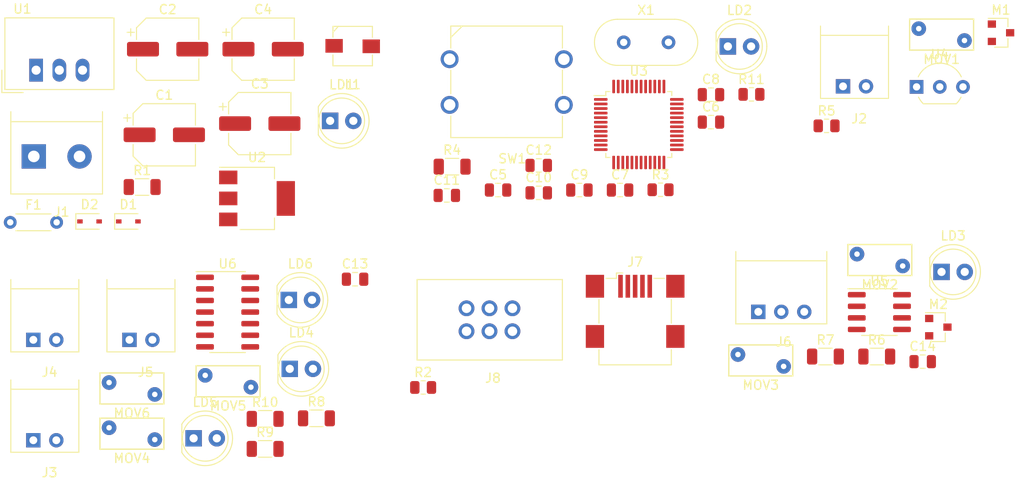
<source format=kicad_pcb>
(kicad_pcb (version 20171130) (host pcbnew "(5.1.9)-1")

  (general
    (thickness 1.6)
    (drawings 0)
    (tracks 0)
    (zones 0)
    (modules 59)
    (nets 67)
  )

  (page A4)
  (layers
    (0 F.Cu signal)
    (1 In1.Cu power)
    (2 In2.Cu power)
    (31 B.Cu signal)
    (32 B.Adhes user)
    (33 F.Adhes user)
    (34 B.Paste user)
    (35 F.Paste user)
    (36 B.SilkS user)
    (37 F.SilkS user)
    (38 B.Mask user)
    (39 F.Mask user)
    (40 Dwgs.User user)
    (41 Cmts.User user)
    (42 Eco1.User user)
    (43 Eco2.User user)
    (44 Edge.Cuts user)
    (45 Margin user)
    (46 B.CrtYd user)
    (47 F.CrtYd user)
    (48 B.Fab user)
    (49 F.Fab user)
  )

  (setup
    (last_trace_width 0.254)
    (trace_clearance 0.2032)
    (zone_clearance 0.508)
    (zone_45_only no)
    (trace_min 0.2032)
    (via_size 1.016)
    (via_drill 0.381)
    (via_min_size 0.762)
    (via_min_drill 0.3556)
    (uvia_size 0.3)
    (uvia_drill 0.1)
    (uvias_allowed no)
    (uvia_min_size 0.2)
    (uvia_min_drill 0.1)
    (edge_width 0.05)
    (segment_width 0.2)
    (pcb_text_width 0.3)
    (pcb_text_size 1.5 1.5)
    (mod_edge_width 0.12)
    (mod_text_size 1 1)
    (mod_text_width 0.15)
    (pad_size 1.524 1.524)
    (pad_drill 0.762)
    (pad_to_mask_clearance 0)
    (aux_axis_origin 0 0)
    (visible_elements FFFFFF7F)
    (pcbplotparams
      (layerselection 0x010fc_ffffffff)
      (usegerberextensions false)
      (usegerberattributes true)
      (usegerberadvancedattributes true)
      (creategerberjobfile true)
      (excludeedgelayer true)
      (linewidth 0.100000)
      (plotframeref false)
      (viasonmask false)
      (mode 1)
      (useauxorigin false)
      (hpglpennumber 1)
      (hpglpenspeed 20)
      (hpglpendiameter 15.000000)
      (psnegative false)
      (psa4output false)
      (plotreference true)
      (plotvalue true)
      (plotinvisibletext false)
      (padsonsilk false)
      (subtractmaskfromsilk false)
      (outputformat 1)
      (mirror false)
      (drillshape 1)
      (scaleselection 1)
      (outputdirectory ""))
  )

  (net 0 "")
  (net 1 GND)
  (net 2 /Supply/pwr2)
  (net 3 /Supply/pwr3)
  (net 4 /Supply/pwr5)
  (net 5 +3V3)
  (net 6 "Net-(C10-Pad1)")
  (net 7 "Net-(C11-Pad1)")
  (net 8 NRST)
  (net 9 /Supply/pwr4)
  (net 10 V_USB)
  (net 11 /Supply/pwr1)
  (net 12 DQ)
  (net 13 "Net-(J3-Pad1)")
  (net 14 "Net-(J4-Pad1)")
  (net 15 "Net-(J5-Pad1)")
  (net 16 "Net-(J6-Pad3)")
  (net 17 "Net-(J6-Pad1)")
  (net 18 "Net-(J7-Pad5)")
  (net 19 USB_DM)
  (net 20 USB_DP)
  (net 21 "Net-(J7-Pad4)")
  (net 22 "Net-(J8-Pad5)")
  (net 23 SWCLK)
  (net 24 SWDIO)
  (net 25 "Net-(LD1-Pad1)")
  (net 26 "Net-(LD2-Pad1)")
  (net 27 "Net-(LD2-Pad2)")
  (net 28 "Net-(LD3-Pad2)")
  (net 29 "Net-(LD4-Pad1)")
  (net 30 "Net-(LD4-Pad2)")
  (net 31 "Net-(LD5-Pad1)")
  (net 32 "Net-(LD5-Pad2)")
  (net 33 "Net-(LD6-Pad2)")
  (net 34 "Net-(LD6-Pad1)")
  (net 35 GATE)
  (net 36 TX)
  (net 37 "Net-(M2-Pad3)")
  (net 38 "Net-(R11-Pad1)")
  (net 39 "Net-(U3-Pad2)")
  (net 40 "Net-(U3-Pad3)")
  (net 41 "Net-(U3-Pad4)")
  (net 42 "Net-(U3-Pad10)")
  (net 43 "Net-(U3-Pad11)")
  (net 44 RX)
  (net 45 "Net-(U3-Pad14)")
  (net 46 DIR)
  (net 47 "Net-(U3-Pad16)")
  (net 48 "Net-(U3-Pad17)")
  (net 49 "Net-(U3-Pad20)")
  (net 50 "Net-(U3-Pad21)")
  (net 51 "Net-(U3-Pad22)")
  (net 52 "Net-(U3-Pad25)")
  (net 53 "Net-(U3-Pad26)")
  (net 54 "Net-(U3-Pad27)")
  (net 55 "Net-(U3-Pad28)")
  (net 56 FAN1_C)
  (net 57 FAN2_C)
  (net 58 ALARM_C)
  (net 59 "Net-(U3-Pad39)")
  (net 60 "Net-(U3-Pad40)")
  (net 61 "Net-(U3-Pad41)")
  (net 62 "Net-(U3-Pad42)")
  (net 63 "Net-(U3-Pad43)")
  (net 64 "Net-(U3-Pad45)")
  (net 65 "Net-(U3-Pad46)")
  (net 66 "Net-(U4-Pad3)")

  (net_class Default "This is the default net class."
    (clearance 0.2032)
    (trace_width 0.254)
    (via_dia 1.016)
    (via_drill 0.381)
    (uvia_dia 0.3)
    (uvia_drill 0.1)
    (diff_pair_width 0.2032)
    (diff_pair_gap 0.25)
    (add_net ALARM_C)
    (add_net DIR)
    (add_net DQ)
    (add_net FAN1_C)
    (add_net FAN2_C)
    (add_net GATE)
    (add_net NRST)
    (add_net "Net-(C10-Pad1)")
    (add_net "Net-(C11-Pad1)")
    (add_net "Net-(J3-Pad1)")
    (add_net "Net-(J4-Pad1)")
    (add_net "Net-(J5-Pad1)")
    (add_net "Net-(J6-Pad1)")
    (add_net "Net-(J6-Pad3)")
    (add_net "Net-(J7-Pad4)")
    (add_net "Net-(J7-Pad5)")
    (add_net "Net-(J8-Pad5)")
    (add_net "Net-(LD1-Pad1)")
    (add_net "Net-(LD2-Pad1)")
    (add_net "Net-(LD2-Pad2)")
    (add_net "Net-(LD3-Pad2)")
    (add_net "Net-(LD4-Pad1)")
    (add_net "Net-(LD4-Pad2)")
    (add_net "Net-(LD5-Pad1)")
    (add_net "Net-(LD5-Pad2)")
    (add_net "Net-(LD6-Pad1)")
    (add_net "Net-(LD6-Pad2)")
    (add_net "Net-(M2-Pad3)")
    (add_net "Net-(R11-Pad1)")
    (add_net "Net-(U3-Pad10)")
    (add_net "Net-(U3-Pad11)")
    (add_net "Net-(U3-Pad14)")
    (add_net "Net-(U3-Pad16)")
    (add_net "Net-(U3-Pad17)")
    (add_net "Net-(U3-Pad2)")
    (add_net "Net-(U3-Pad20)")
    (add_net "Net-(U3-Pad21)")
    (add_net "Net-(U3-Pad22)")
    (add_net "Net-(U3-Pad25)")
    (add_net "Net-(U3-Pad26)")
    (add_net "Net-(U3-Pad27)")
    (add_net "Net-(U3-Pad28)")
    (add_net "Net-(U3-Pad3)")
    (add_net "Net-(U3-Pad39)")
    (add_net "Net-(U3-Pad4)")
    (add_net "Net-(U3-Pad40)")
    (add_net "Net-(U3-Pad41)")
    (add_net "Net-(U3-Pad42)")
    (add_net "Net-(U3-Pad43)")
    (add_net "Net-(U3-Pad45)")
    (add_net "Net-(U3-Pad46)")
    (add_net "Net-(U4-Pad3)")
    (add_net RX)
    (add_net SWCLK)
    (add_net SWDIO)
    (add_net TX)
    (add_net USB_DM)
    (add_net USB_DP)
  )

  (net_class Power ""
    (clearance 0.2032)
    (trace_width 0.508)
    (via_dia 2.032)
    (via_drill 0.762)
    (uvia_dia 0.3)
    (uvia_drill 0.1)
    (diff_pair_width 0.2032)
    (diff_pair_gap 0.25)
    (add_net +3V3)
    (add_net /Supply/pwr1)
    (add_net /Supply/pwr2)
    (add_net /Supply/pwr3)
    (add_net /Supply/pwr4)
    (add_net /Supply/pwr5)
    (add_net GND)
    (add_net V_USB)
  )

  (module Capacitor_SMD:CP_Elec_6.3x5.8 (layer F.Cu) (tedit 5BCA39D0) (tstamp 636A8373)
    (at -101.544999 82.805001)
    (descr "SMD capacitor, aluminum electrolytic, Nichicon, 6.3x5.8mm")
    (tags "capacitor electrolytic")
    (path /633C2295/633C5845)
    (attr smd)
    (fp_text reference C1 (at 0 -4.35) (layer F.SilkS)
      (effects (font (size 1 1) (thickness 0.15)))
    )
    (fp_text value 10uF (at 0 4.35) (layer F.Fab)
      (effects (font (size 1 1) (thickness 0.15)))
    )
    (fp_text user %R (at 0 0) (layer F.Fab)
      (effects (font (size 1 1) (thickness 0.15)))
    )
    (fp_circle (center 0 0) (end 3.15 0) (layer F.Fab) (width 0.1))
    (fp_line (start 3.3 -3.3) (end 3.3 3.3) (layer F.Fab) (width 0.1))
    (fp_line (start -2.3 -3.3) (end 3.3 -3.3) (layer F.Fab) (width 0.1))
    (fp_line (start -2.3 3.3) (end 3.3 3.3) (layer F.Fab) (width 0.1))
    (fp_line (start -3.3 -2.3) (end -3.3 2.3) (layer F.Fab) (width 0.1))
    (fp_line (start -3.3 -2.3) (end -2.3 -3.3) (layer F.Fab) (width 0.1))
    (fp_line (start -3.3 2.3) (end -2.3 3.3) (layer F.Fab) (width 0.1))
    (fp_line (start -2.704838 -1.33) (end -2.074838 -1.33) (layer F.Fab) (width 0.1))
    (fp_line (start -2.389838 -1.645) (end -2.389838 -1.015) (layer F.Fab) (width 0.1))
    (fp_line (start 3.41 3.41) (end 3.41 1.06) (layer F.SilkS) (width 0.12))
    (fp_line (start 3.41 -3.41) (end 3.41 -1.06) (layer F.SilkS) (width 0.12))
    (fp_line (start -2.345563 -3.41) (end 3.41 -3.41) (layer F.SilkS) (width 0.12))
    (fp_line (start -2.345563 3.41) (end 3.41 3.41) (layer F.SilkS) (width 0.12))
    (fp_line (start -3.41 2.345563) (end -3.41 1.06) (layer F.SilkS) (width 0.12))
    (fp_line (start -3.41 -2.345563) (end -3.41 -1.06) (layer F.SilkS) (width 0.12))
    (fp_line (start -3.41 -2.345563) (end -2.345563 -3.41) (layer F.SilkS) (width 0.12))
    (fp_line (start -3.41 2.345563) (end -2.345563 3.41) (layer F.SilkS) (width 0.12))
    (fp_line (start -4.4375 -1.8475) (end -3.65 -1.8475) (layer F.SilkS) (width 0.12))
    (fp_line (start -4.04375 -2.24125) (end -4.04375 -1.45375) (layer F.SilkS) (width 0.12))
    (fp_line (start 3.55 -3.55) (end 3.55 -1.05) (layer F.CrtYd) (width 0.05))
    (fp_line (start 3.55 -1.05) (end 4.7 -1.05) (layer F.CrtYd) (width 0.05))
    (fp_line (start 4.7 -1.05) (end 4.7 1.05) (layer F.CrtYd) (width 0.05))
    (fp_line (start 4.7 1.05) (end 3.55 1.05) (layer F.CrtYd) (width 0.05))
    (fp_line (start 3.55 1.05) (end 3.55 3.55) (layer F.CrtYd) (width 0.05))
    (fp_line (start -2.4 3.55) (end 3.55 3.55) (layer F.CrtYd) (width 0.05))
    (fp_line (start -2.4 -3.55) (end 3.55 -3.55) (layer F.CrtYd) (width 0.05))
    (fp_line (start -3.55 2.4) (end -2.4 3.55) (layer F.CrtYd) (width 0.05))
    (fp_line (start -3.55 -2.4) (end -2.4 -3.55) (layer F.CrtYd) (width 0.05))
    (fp_line (start -3.55 -2.4) (end -3.55 -1.05) (layer F.CrtYd) (width 0.05))
    (fp_line (start -3.55 1.05) (end -3.55 2.4) (layer F.CrtYd) (width 0.05))
    (fp_line (start -3.55 -1.05) (end -4.7 -1.05) (layer F.CrtYd) (width 0.05))
    (fp_line (start -4.7 -1.05) (end -4.7 1.05) (layer F.CrtYd) (width 0.05))
    (fp_line (start -4.7 1.05) (end -3.55 1.05) (layer F.CrtYd) (width 0.05))
    (pad 2 smd roundrect (at 2.7 0) (size 3.5 1.6) (layers F.Cu F.Paste F.Mask) (roundrect_rratio 0.15625)
      (net 1 GND))
    (pad 1 smd roundrect (at -2.7 0) (size 3.5 1.6) (layers F.Cu F.Paste F.Mask) (roundrect_rratio 0.15625)
      (net 2 /Supply/pwr2))
    (model ${KISYS3DMOD}/Capacitor_SMD.3dshapes/CP_Elec_6.3x5.8.wrl
      (at (xyz 0 0 0))
      (scale (xyz 1 1 1))
      (rotate (xyz 0 0 0))
    )
  )

  (module Capacitor_SMD:CP_Elec_6.3x5.8 (layer F.Cu) (tedit 5BCA39D0) (tstamp 636A839B)
    (at -101.174999 73.425001)
    (descr "SMD capacitor, aluminum electrolytic, Nichicon, 6.3x5.8mm")
    (tags "capacitor electrolytic")
    (path /633C2295/633C7FBD)
    (attr smd)
    (fp_text reference C2 (at 0 -4.35) (layer F.SilkS)
      (effects (font (size 1 1) (thickness 0.15)))
    )
    (fp_text value 10uF (at 0 4.35) (layer F.Fab)
      (effects (font (size 1 1) (thickness 0.15)))
    )
    (fp_text user %R (at 0 0) (layer F.Fab)
      (effects (font (size 1 1) (thickness 0.15)))
    )
    (fp_circle (center 0 0) (end 3.15 0) (layer F.Fab) (width 0.1))
    (fp_line (start 3.3 -3.3) (end 3.3 3.3) (layer F.Fab) (width 0.1))
    (fp_line (start -2.3 -3.3) (end 3.3 -3.3) (layer F.Fab) (width 0.1))
    (fp_line (start -2.3 3.3) (end 3.3 3.3) (layer F.Fab) (width 0.1))
    (fp_line (start -3.3 -2.3) (end -3.3 2.3) (layer F.Fab) (width 0.1))
    (fp_line (start -3.3 -2.3) (end -2.3 -3.3) (layer F.Fab) (width 0.1))
    (fp_line (start -3.3 2.3) (end -2.3 3.3) (layer F.Fab) (width 0.1))
    (fp_line (start -2.704838 -1.33) (end -2.074838 -1.33) (layer F.Fab) (width 0.1))
    (fp_line (start -2.389838 -1.645) (end -2.389838 -1.015) (layer F.Fab) (width 0.1))
    (fp_line (start 3.41 3.41) (end 3.41 1.06) (layer F.SilkS) (width 0.12))
    (fp_line (start 3.41 -3.41) (end 3.41 -1.06) (layer F.SilkS) (width 0.12))
    (fp_line (start -2.345563 -3.41) (end 3.41 -3.41) (layer F.SilkS) (width 0.12))
    (fp_line (start -2.345563 3.41) (end 3.41 3.41) (layer F.SilkS) (width 0.12))
    (fp_line (start -3.41 2.345563) (end -3.41 1.06) (layer F.SilkS) (width 0.12))
    (fp_line (start -3.41 -2.345563) (end -3.41 -1.06) (layer F.SilkS) (width 0.12))
    (fp_line (start -3.41 -2.345563) (end -2.345563 -3.41) (layer F.SilkS) (width 0.12))
    (fp_line (start -3.41 2.345563) (end -2.345563 3.41) (layer F.SilkS) (width 0.12))
    (fp_line (start -4.4375 -1.8475) (end -3.65 -1.8475) (layer F.SilkS) (width 0.12))
    (fp_line (start -4.04375 -2.24125) (end -4.04375 -1.45375) (layer F.SilkS) (width 0.12))
    (fp_line (start 3.55 -3.55) (end 3.55 -1.05) (layer F.CrtYd) (width 0.05))
    (fp_line (start 3.55 -1.05) (end 4.7 -1.05) (layer F.CrtYd) (width 0.05))
    (fp_line (start 4.7 -1.05) (end 4.7 1.05) (layer F.CrtYd) (width 0.05))
    (fp_line (start 4.7 1.05) (end 3.55 1.05) (layer F.CrtYd) (width 0.05))
    (fp_line (start 3.55 1.05) (end 3.55 3.55) (layer F.CrtYd) (width 0.05))
    (fp_line (start -2.4 3.55) (end 3.55 3.55) (layer F.CrtYd) (width 0.05))
    (fp_line (start -2.4 -3.55) (end 3.55 -3.55) (layer F.CrtYd) (width 0.05))
    (fp_line (start -3.55 2.4) (end -2.4 3.55) (layer F.CrtYd) (width 0.05))
    (fp_line (start -3.55 -2.4) (end -2.4 -3.55) (layer F.CrtYd) (width 0.05))
    (fp_line (start -3.55 -2.4) (end -3.55 -1.05) (layer F.CrtYd) (width 0.05))
    (fp_line (start -3.55 1.05) (end -3.55 2.4) (layer F.CrtYd) (width 0.05))
    (fp_line (start -3.55 -1.05) (end -4.7 -1.05) (layer F.CrtYd) (width 0.05))
    (fp_line (start -4.7 -1.05) (end -4.7 1.05) (layer F.CrtYd) (width 0.05))
    (fp_line (start -4.7 1.05) (end -3.55 1.05) (layer F.CrtYd) (width 0.05))
    (pad 2 smd roundrect (at 2.7 0) (size 3.5 1.6) (layers F.Cu F.Paste F.Mask) (roundrect_rratio 0.15625)
      (net 1 GND))
    (pad 1 smd roundrect (at -2.7 0) (size 3.5 1.6) (layers F.Cu F.Paste F.Mask) (roundrect_rratio 0.15625)
      (net 3 /Supply/pwr3))
    (model ${KISYS3DMOD}/Capacitor_SMD.3dshapes/CP_Elec_6.3x5.8.wrl
      (at (xyz 0 0 0))
      (scale (xyz 1 1 1))
      (rotate (xyz 0 0 0))
    )
  )

  (module Capacitor_SMD:CP_Elec_6.3x5.8 (layer F.Cu) (tedit 5BCA39D0) (tstamp 636A83C3)
    (at -91.094999 81.575001)
    (descr "SMD capacitor, aluminum electrolytic, Nichicon, 6.3x5.8mm")
    (tags "capacitor electrolytic")
    (path /633C2295/633C858D)
    (attr smd)
    (fp_text reference C3 (at 0 -4.35) (layer F.SilkS)
      (effects (font (size 1 1) (thickness 0.15)))
    )
    (fp_text value 10uF (at 0 4.35) (layer F.Fab)
      (effects (font (size 1 1) (thickness 0.15)))
    )
    (fp_line (start -4.7 1.05) (end -3.55 1.05) (layer F.CrtYd) (width 0.05))
    (fp_line (start -4.7 -1.05) (end -4.7 1.05) (layer F.CrtYd) (width 0.05))
    (fp_line (start -3.55 -1.05) (end -4.7 -1.05) (layer F.CrtYd) (width 0.05))
    (fp_line (start -3.55 1.05) (end -3.55 2.4) (layer F.CrtYd) (width 0.05))
    (fp_line (start -3.55 -2.4) (end -3.55 -1.05) (layer F.CrtYd) (width 0.05))
    (fp_line (start -3.55 -2.4) (end -2.4 -3.55) (layer F.CrtYd) (width 0.05))
    (fp_line (start -3.55 2.4) (end -2.4 3.55) (layer F.CrtYd) (width 0.05))
    (fp_line (start -2.4 -3.55) (end 3.55 -3.55) (layer F.CrtYd) (width 0.05))
    (fp_line (start -2.4 3.55) (end 3.55 3.55) (layer F.CrtYd) (width 0.05))
    (fp_line (start 3.55 1.05) (end 3.55 3.55) (layer F.CrtYd) (width 0.05))
    (fp_line (start 4.7 1.05) (end 3.55 1.05) (layer F.CrtYd) (width 0.05))
    (fp_line (start 4.7 -1.05) (end 4.7 1.05) (layer F.CrtYd) (width 0.05))
    (fp_line (start 3.55 -1.05) (end 4.7 -1.05) (layer F.CrtYd) (width 0.05))
    (fp_line (start 3.55 -3.55) (end 3.55 -1.05) (layer F.CrtYd) (width 0.05))
    (fp_line (start -4.04375 -2.24125) (end -4.04375 -1.45375) (layer F.SilkS) (width 0.12))
    (fp_line (start -4.4375 -1.8475) (end -3.65 -1.8475) (layer F.SilkS) (width 0.12))
    (fp_line (start -3.41 2.345563) (end -2.345563 3.41) (layer F.SilkS) (width 0.12))
    (fp_line (start -3.41 -2.345563) (end -2.345563 -3.41) (layer F.SilkS) (width 0.12))
    (fp_line (start -3.41 -2.345563) (end -3.41 -1.06) (layer F.SilkS) (width 0.12))
    (fp_line (start -3.41 2.345563) (end -3.41 1.06) (layer F.SilkS) (width 0.12))
    (fp_line (start -2.345563 3.41) (end 3.41 3.41) (layer F.SilkS) (width 0.12))
    (fp_line (start -2.345563 -3.41) (end 3.41 -3.41) (layer F.SilkS) (width 0.12))
    (fp_line (start 3.41 -3.41) (end 3.41 -1.06) (layer F.SilkS) (width 0.12))
    (fp_line (start 3.41 3.41) (end 3.41 1.06) (layer F.SilkS) (width 0.12))
    (fp_line (start -2.389838 -1.645) (end -2.389838 -1.015) (layer F.Fab) (width 0.1))
    (fp_line (start -2.704838 -1.33) (end -2.074838 -1.33) (layer F.Fab) (width 0.1))
    (fp_line (start -3.3 2.3) (end -2.3 3.3) (layer F.Fab) (width 0.1))
    (fp_line (start -3.3 -2.3) (end -2.3 -3.3) (layer F.Fab) (width 0.1))
    (fp_line (start -3.3 -2.3) (end -3.3 2.3) (layer F.Fab) (width 0.1))
    (fp_line (start -2.3 3.3) (end 3.3 3.3) (layer F.Fab) (width 0.1))
    (fp_line (start -2.3 -3.3) (end 3.3 -3.3) (layer F.Fab) (width 0.1))
    (fp_line (start 3.3 -3.3) (end 3.3 3.3) (layer F.Fab) (width 0.1))
    (fp_circle (center 0 0) (end 3.15 0) (layer F.Fab) (width 0.1))
    (fp_text user %R (at 0 0) (layer F.Fab)
      (effects (font (size 1 1) (thickness 0.15)))
    )
    (pad 1 smd roundrect (at -2.7 0) (size 3.5 1.6) (layers F.Cu F.Paste F.Mask) (roundrect_rratio 0.15625)
      (net 4 /Supply/pwr5))
    (pad 2 smd roundrect (at 2.7 0) (size 3.5 1.6) (layers F.Cu F.Paste F.Mask) (roundrect_rratio 0.15625)
      (net 1 GND))
    (model ${KISYS3DMOD}/Capacitor_SMD.3dshapes/CP_Elec_6.3x5.8.wrl
      (at (xyz 0 0 0))
      (scale (xyz 1 1 1))
      (rotate (xyz 0 0 0))
    )
  )

  (module Capacitor_SMD:CP_Elec_6.3x5.8 (layer F.Cu) (tedit 5BCA39D0) (tstamp 636A83EB)
    (at -90.724999 73.425001)
    (descr "SMD capacitor, aluminum electrolytic, Nichicon, 6.3x5.8mm")
    (tags "capacitor electrolytic")
    (path /633C2295/633C89E5)
    (attr smd)
    (fp_text reference C4 (at 0 -4.35) (layer F.SilkS)
      (effects (font (size 1 1) (thickness 0.15)))
    )
    (fp_text value 10uF (at 0 4.35) (layer F.Fab)
      (effects (font (size 1 1) (thickness 0.15)))
    )
    (fp_line (start -4.7 1.05) (end -3.55 1.05) (layer F.CrtYd) (width 0.05))
    (fp_line (start -4.7 -1.05) (end -4.7 1.05) (layer F.CrtYd) (width 0.05))
    (fp_line (start -3.55 -1.05) (end -4.7 -1.05) (layer F.CrtYd) (width 0.05))
    (fp_line (start -3.55 1.05) (end -3.55 2.4) (layer F.CrtYd) (width 0.05))
    (fp_line (start -3.55 -2.4) (end -3.55 -1.05) (layer F.CrtYd) (width 0.05))
    (fp_line (start -3.55 -2.4) (end -2.4 -3.55) (layer F.CrtYd) (width 0.05))
    (fp_line (start -3.55 2.4) (end -2.4 3.55) (layer F.CrtYd) (width 0.05))
    (fp_line (start -2.4 -3.55) (end 3.55 -3.55) (layer F.CrtYd) (width 0.05))
    (fp_line (start -2.4 3.55) (end 3.55 3.55) (layer F.CrtYd) (width 0.05))
    (fp_line (start 3.55 1.05) (end 3.55 3.55) (layer F.CrtYd) (width 0.05))
    (fp_line (start 4.7 1.05) (end 3.55 1.05) (layer F.CrtYd) (width 0.05))
    (fp_line (start 4.7 -1.05) (end 4.7 1.05) (layer F.CrtYd) (width 0.05))
    (fp_line (start 3.55 -1.05) (end 4.7 -1.05) (layer F.CrtYd) (width 0.05))
    (fp_line (start 3.55 -3.55) (end 3.55 -1.05) (layer F.CrtYd) (width 0.05))
    (fp_line (start -4.04375 -2.24125) (end -4.04375 -1.45375) (layer F.SilkS) (width 0.12))
    (fp_line (start -4.4375 -1.8475) (end -3.65 -1.8475) (layer F.SilkS) (width 0.12))
    (fp_line (start -3.41 2.345563) (end -2.345563 3.41) (layer F.SilkS) (width 0.12))
    (fp_line (start -3.41 -2.345563) (end -2.345563 -3.41) (layer F.SilkS) (width 0.12))
    (fp_line (start -3.41 -2.345563) (end -3.41 -1.06) (layer F.SilkS) (width 0.12))
    (fp_line (start -3.41 2.345563) (end -3.41 1.06) (layer F.SilkS) (width 0.12))
    (fp_line (start -2.345563 3.41) (end 3.41 3.41) (layer F.SilkS) (width 0.12))
    (fp_line (start -2.345563 -3.41) (end 3.41 -3.41) (layer F.SilkS) (width 0.12))
    (fp_line (start 3.41 -3.41) (end 3.41 -1.06) (layer F.SilkS) (width 0.12))
    (fp_line (start 3.41 3.41) (end 3.41 1.06) (layer F.SilkS) (width 0.12))
    (fp_line (start -2.389838 -1.645) (end -2.389838 -1.015) (layer F.Fab) (width 0.1))
    (fp_line (start -2.704838 -1.33) (end -2.074838 -1.33) (layer F.Fab) (width 0.1))
    (fp_line (start -3.3 2.3) (end -2.3 3.3) (layer F.Fab) (width 0.1))
    (fp_line (start -3.3 -2.3) (end -2.3 -3.3) (layer F.Fab) (width 0.1))
    (fp_line (start -3.3 -2.3) (end -3.3 2.3) (layer F.Fab) (width 0.1))
    (fp_line (start -2.3 3.3) (end 3.3 3.3) (layer F.Fab) (width 0.1))
    (fp_line (start -2.3 -3.3) (end 3.3 -3.3) (layer F.Fab) (width 0.1))
    (fp_line (start 3.3 -3.3) (end 3.3 3.3) (layer F.Fab) (width 0.1))
    (fp_circle (center 0 0) (end 3.15 0) (layer F.Fab) (width 0.1))
    (fp_text user %R (at 0 0) (layer F.Fab)
      (effects (font (size 1 1) (thickness 0.15)))
    )
    (pad 1 smd roundrect (at -2.7 0) (size 3.5 1.6) (layers F.Cu F.Paste F.Mask) (roundrect_rratio 0.15625)
      (net 5 +3V3))
    (pad 2 smd roundrect (at 2.7 0) (size 3.5 1.6) (layers F.Cu F.Paste F.Mask) (roundrect_rratio 0.15625)
      (net 1 GND))
    (model ${KISYS3DMOD}/Capacitor_SMD.3dshapes/CP_Elec_6.3x5.8.wrl
      (at (xyz 0 0 0))
      (scale (xyz 1 1 1))
      (rotate (xyz 0 0 0))
    )
  )

  (module Capacitor_SMD:C_0805_2012Metric (layer F.Cu) (tedit 5F68FEEE) (tstamp 636A83FC)
    (at -65.014999 88.855001)
    (descr "Capacitor SMD 0805 (2012 Metric), square (rectangular) end terminal, IPC_7351 nominal, (Body size source: IPC-SM-782 page 76, https://www.pcb-3d.com/wordpress/wp-content/uploads/ipc-sm-782a_amendment_1_and_2.pdf, https://docs.google.com/spreadsheets/d/1BsfQQcO9C6DZCsRaXUlFlo91Tg2WpOkGARC1WS5S8t0/edit?usp=sharing), generated with kicad-footprint-generator")
    (tags capacitor)
    (path /633E42FD/633EDD46)
    (attr smd)
    (fp_text reference C5 (at 0 -1.68) (layer F.SilkS)
      (effects (font (size 1 1) (thickness 0.15)))
    )
    (fp_text value 100nF (at 0 1.68) (layer F.Fab)
      (effects (font (size 1 1) (thickness 0.15)))
    )
    (fp_text user %R (at 0 0) (layer F.Fab)
      (effects (font (size 0.5 0.5) (thickness 0.08)))
    )
    (fp_line (start -1 0.625) (end -1 -0.625) (layer F.Fab) (width 0.1))
    (fp_line (start -1 -0.625) (end 1 -0.625) (layer F.Fab) (width 0.1))
    (fp_line (start 1 -0.625) (end 1 0.625) (layer F.Fab) (width 0.1))
    (fp_line (start 1 0.625) (end -1 0.625) (layer F.Fab) (width 0.1))
    (fp_line (start -0.261252 -0.735) (end 0.261252 -0.735) (layer F.SilkS) (width 0.12))
    (fp_line (start -0.261252 0.735) (end 0.261252 0.735) (layer F.SilkS) (width 0.12))
    (fp_line (start -1.7 0.98) (end -1.7 -0.98) (layer F.CrtYd) (width 0.05))
    (fp_line (start -1.7 -0.98) (end 1.7 -0.98) (layer F.CrtYd) (width 0.05))
    (fp_line (start 1.7 -0.98) (end 1.7 0.98) (layer F.CrtYd) (width 0.05))
    (fp_line (start 1.7 0.98) (end -1.7 0.98) (layer F.CrtYd) (width 0.05))
    (pad 2 smd roundrect (at 0.95 0) (size 1 1.45) (layers F.Cu F.Paste F.Mask) (roundrect_rratio 0.25)
      (net 1 GND))
    (pad 1 smd roundrect (at -0.95 0) (size 1 1.45) (layers F.Cu F.Paste F.Mask) (roundrect_rratio 0.25)
      (net 5 +3V3))
    (model ${KISYS3DMOD}/Capacitor_SMD.3dshapes/C_0805_2012Metric.wrl
      (at (xyz 0 0 0))
      (scale (xyz 1 1 1))
      (rotate (xyz 0 0 0))
    )
  )

  (module Capacitor_SMD:C_0805_2012Metric (layer F.Cu) (tedit 5F68FEEE) (tstamp 636A840D)
    (at -41.714999 81.415001)
    (descr "Capacitor SMD 0805 (2012 Metric), square (rectangular) end terminal, IPC_7351 nominal, (Body size source: IPC-SM-782 page 76, https://www.pcb-3d.com/wordpress/wp-content/uploads/ipc-sm-782a_amendment_1_and_2.pdf, https://docs.google.com/spreadsheets/d/1BsfQQcO9C6DZCsRaXUlFlo91Tg2WpOkGARC1WS5S8t0/edit?usp=sharing), generated with kicad-footprint-generator")
    (tags capacitor)
    (path /633E42FD/633EDB23)
    (attr smd)
    (fp_text reference C6 (at 0 -1.68) (layer F.SilkS)
      (effects (font (size 1 1) (thickness 0.15)))
    )
    (fp_text value 100nF (at 0 1.68) (layer F.Fab)
      (effects (font (size 1 1) (thickness 0.15)))
    )
    (fp_line (start 1.7 0.98) (end -1.7 0.98) (layer F.CrtYd) (width 0.05))
    (fp_line (start 1.7 -0.98) (end 1.7 0.98) (layer F.CrtYd) (width 0.05))
    (fp_line (start -1.7 -0.98) (end 1.7 -0.98) (layer F.CrtYd) (width 0.05))
    (fp_line (start -1.7 0.98) (end -1.7 -0.98) (layer F.CrtYd) (width 0.05))
    (fp_line (start -0.261252 0.735) (end 0.261252 0.735) (layer F.SilkS) (width 0.12))
    (fp_line (start -0.261252 -0.735) (end 0.261252 -0.735) (layer F.SilkS) (width 0.12))
    (fp_line (start 1 0.625) (end -1 0.625) (layer F.Fab) (width 0.1))
    (fp_line (start 1 -0.625) (end 1 0.625) (layer F.Fab) (width 0.1))
    (fp_line (start -1 -0.625) (end 1 -0.625) (layer F.Fab) (width 0.1))
    (fp_line (start -1 0.625) (end -1 -0.625) (layer F.Fab) (width 0.1))
    (fp_text user %R (at 0 0) (layer F.Fab)
      (effects (font (size 0.5 0.5) (thickness 0.08)))
    )
    (pad 1 smd roundrect (at -0.95 0) (size 1 1.45) (layers F.Cu F.Paste F.Mask) (roundrect_rratio 0.25)
      (net 5 +3V3))
    (pad 2 smd roundrect (at 0.95 0) (size 1 1.45) (layers F.Cu F.Paste F.Mask) (roundrect_rratio 0.25)
      (net 1 GND))
    (model ${KISYS3DMOD}/Capacitor_SMD.3dshapes/C_0805_2012Metric.wrl
      (at (xyz 0 0 0))
      (scale (xyz 1 1 1))
      (rotate (xyz 0 0 0))
    )
  )

  (module Capacitor_SMD:C_0805_2012Metric (layer F.Cu) (tedit 5F68FEEE) (tstamp 636A841E)
    (at -51.664999 88.855001)
    (descr "Capacitor SMD 0805 (2012 Metric), square (rectangular) end terminal, IPC_7351 nominal, (Body size source: IPC-SM-782 page 76, https://www.pcb-3d.com/wordpress/wp-content/uploads/ipc-sm-782a_amendment_1_and_2.pdf, https://docs.google.com/spreadsheets/d/1BsfQQcO9C6DZCsRaXUlFlo91Tg2WpOkGARC1WS5S8t0/edit?usp=sharing), generated with kicad-footprint-generator")
    (tags capacitor)
    (path /633E42FD/633ED805)
    (attr smd)
    (fp_text reference C7 (at 0 -1.68) (layer F.SilkS)
      (effects (font (size 1 1) (thickness 0.15)))
    )
    (fp_text value 100nF (at 0 1.68) (layer F.Fab)
      (effects (font (size 1 1) (thickness 0.15)))
    )
    (fp_line (start 1.7 0.98) (end -1.7 0.98) (layer F.CrtYd) (width 0.05))
    (fp_line (start 1.7 -0.98) (end 1.7 0.98) (layer F.CrtYd) (width 0.05))
    (fp_line (start -1.7 -0.98) (end 1.7 -0.98) (layer F.CrtYd) (width 0.05))
    (fp_line (start -1.7 0.98) (end -1.7 -0.98) (layer F.CrtYd) (width 0.05))
    (fp_line (start -0.261252 0.735) (end 0.261252 0.735) (layer F.SilkS) (width 0.12))
    (fp_line (start -0.261252 -0.735) (end 0.261252 -0.735) (layer F.SilkS) (width 0.12))
    (fp_line (start 1 0.625) (end -1 0.625) (layer F.Fab) (width 0.1))
    (fp_line (start 1 -0.625) (end 1 0.625) (layer F.Fab) (width 0.1))
    (fp_line (start -1 -0.625) (end 1 -0.625) (layer F.Fab) (width 0.1))
    (fp_line (start -1 0.625) (end -1 -0.625) (layer F.Fab) (width 0.1))
    (fp_text user %R (at 0 0) (layer F.Fab)
      (effects (font (size 0.5 0.5) (thickness 0.08)))
    )
    (pad 1 smd roundrect (at -0.95 0) (size 1 1.45) (layers F.Cu F.Paste F.Mask) (roundrect_rratio 0.25)
      (net 5 +3V3))
    (pad 2 smd roundrect (at 0.95 0) (size 1 1.45) (layers F.Cu F.Paste F.Mask) (roundrect_rratio 0.25)
      (net 1 GND))
    (model ${KISYS3DMOD}/Capacitor_SMD.3dshapes/C_0805_2012Metric.wrl
      (at (xyz 0 0 0))
      (scale (xyz 1 1 1))
      (rotate (xyz 0 0 0))
    )
  )

  (module Capacitor_SMD:C_0805_2012Metric (layer F.Cu) (tedit 5F68FEEE) (tstamp 636A842F)
    (at -41.714999 78.405001)
    (descr "Capacitor SMD 0805 (2012 Metric), square (rectangular) end terminal, IPC_7351 nominal, (Body size source: IPC-SM-782 page 76, https://www.pcb-3d.com/wordpress/wp-content/uploads/ipc-sm-782a_amendment_1_and_2.pdf, https://docs.google.com/spreadsheets/d/1BsfQQcO9C6DZCsRaXUlFlo91Tg2WpOkGARC1WS5S8t0/edit?usp=sharing), generated with kicad-footprint-generator")
    (tags capacitor)
    (path /633E42FD/633ED546)
    (attr smd)
    (fp_text reference C8 (at 0 -1.68) (layer F.SilkS)
      (effects (font (size 1 1) (thickness 0.15)))
    )
    (fp_text value 100nF (at 0 1.68) (layer F.Fab)
      (effects (font (size 1 1) (thickness 0.15)))
    )
    (fp_text user %R (at 0 0) (layer F.Fab)
      (effects (font (size 0.5 0.5) (thickness 0.08)))
    )
    (fp_line (start -1 0.625) (end -1 -0.625) (layer F.Fab) (width 0.1))
    (fp_line (start -1 -0.625) (end 1 -0.625) (layer F.Fab) (width 0.1))
    (fp_line (start 1 -0.625) (end 1 0.625) (layer F.Fab) (width 0.1))
    (fp_line (start 1 0.625) (end -1 0.625) (layer F.Fab) (width 0.1))
    (fp_line (start -0.261252 -0.735) (end 0.261252 -0.735) (layer F.SilkS) (width 0.12))
    (fp_line (start -0.261252 0.735) (end 0.261252 0.735) (layer F.SilkS) (width 0.12))
    (fp_line (start -1.7 0.98) (end -1.7 -0.98) (layer F.CrtYd) (width 0.05))
    (fp_line (start -1.7 -0.98) (end 1.7 -0.98) (layer F.CrtYd) (width 0.05))
    (fp_line (start 1.7 -0.98) (end 1.7 0.98) (layer F.CrtYd) (width 0.05))
    (fp_line (start 1.7 0.98) (end -1.7 0.98) (layer F.CrtYd) (width 0.05))
    (pad 2 smd roundrect (at 0.95 0) (size 1 1.45) (layers F.Cu F.Paste F.Mask) (roundrect_rratio 0.25)
      (net 1 GND))
    (pad 1 smd roundrect (at -0.95 0) (size 1 1.45) (layers F.Cu F.Paste F.Mask) (roundrect_rratio 0.25)
      (net 5 +3V3))
    (model ${KISYS3DMOD}/Capacitor_SMD.3dshapes/C_0805_2012Metric.wrl
      (at (xyz 0 0 0))
      (scale (xyz 1 1 1))
      (rotate (xyz 0 0 0))
    )
  )

  (module Capacitor_SMD:C_0805_2012Metric (layer F.Cu) (tedit 5F68FEEE) (tstamp 636A8440)
    (at -56.114999 88.855001)
    (descr "Capacitor SMD 0805 (2012 Metric), square (rectangular) end terminal, IPC_7351 nominal, (Body size source: IPC-SM-782 page 76, https://www.pcb-3d.com/wordpress/wp-content/uploads/ipc-sm-782a_amendment_1_and_2.pdf, https://docs.google.com/spreadsheets/d/1BsfQQcO9C6DZCsRaXUlFlo91Tg2WpOkGARC1WS5S8t0/edit?usp=sharing), generated with kicad-footprint-generator")
    (tags capacitor)
    (path /633E42FD/633EE200)
    (attr smd)
    (fp_text reference C9 (at 0 -1.68) (layer F.SilkS)
      (effects (font (size 1 1) (thickness 0.15)))
    )
    (fp_text value 100nF (at 0 1.68) (layer F.Fab)
      (effects (font (size 1 1) (thickness 0.15)))
    )
    (fp_line (start 1.7 0.98) (end -1.7 0.98) (layer F.CrtYd) (width 0.05))
    (fp_line (start 1.7 -0.98) (end 1.7 0.98) (layer F.CrtYd) (width 0.05))
    (fp_line (start -1.7 -0.98) (end 1.7 -0.98) (layer F.CrtYd) (width 0.05))
    (fp_line (start -1.7 0.98) (end -1.7 -0.98) (layer F.CrtYd) (width 0.05))
    (fp_line (start -0.261252 0.735) (end 0.261252 0.735) (layer F.SilkS) (width 0.12))
    (fp_line (start -0.261252 -0.735) (end 0.261252 -0.735) (layer F.SilkS) (width 0.12))
    (fp_line (start 1 0.625) (end -1 0.625) (layer F.Fab) (width 0.1))
    (fp_line (start 1 -0.625) (end 1 0.625) (layer F.Fab) (width 0.1))
    (fp_line (start -1 -0.625) (end 1 -0.625) (layer F.Fab) (width 0.1))
    (fp_line (start -1 0.625) (end -1 -0.625) (layer F.Fab) (width 0.1))
    (fp_text user %R (at 0 0) (layer F.Fab)
      (effects (font (size 0.5 0.5) (thickness 0.08)))
    )
    (pad 1 smd roundrect (at -0.95 0) (size 1 1.45) (layers F.Cu F.Paste F.Mask) (roundrect_rratio 0.25)
      (net 5 +3V3))
    (pad 2 smd roundrect (at 0.95 0) (size 1 1.45) (layers F.Cu F.Paste F.Mask) (roundrect_rratio 0.25)
      (net 1 GND))
    (model ${KISYS3DMOD}/Capacitor_SMD.3dshapes/C_0805_2012Metric.wrl
      (at (xyz 0 0 0))
      (scale (xyz 1 1 1))
      (rotate (xyz 0 0 0))
    )
  )

  (module Capacitor_SMD:C_0805_2012Metric (layer F.Cu) (tedit 5F68FEEE) (tstamp 636A8451)
    (at -60.564999 89.165001)
    (descr "Capacitor SMD 0805 (2012 Metric), square (rectangular) end terminal, IPC_7351 nominal, (Body size source: IPC-SM-782 page 76, https://www.pcb-3d.com/wordpress/wp-content/uploads/ipc-sm-782a_amendment_1_and_2.pdf, https://docs.google.com/spreadsheets/d/1BsfQQcO9C6DZCsRaXUlFlo91Tg2WpOkGARC1WS5S8t0/edit?usp=sharing), generated with kicad-footprint-generator")
    (tags capacitor)
    (path /633E42FD/633E9AB8)
    (attr smd)
    (fp_text reference C10 (at 0 -1.68) (layer F.SilkS)
      (effects (font (size 1 1) (thickness 0.15)))
    )
    (fp_text value 20pF (at 0 1.68) (layer F.Fab)
      (effects (font (size 1 1) (thickness 0.15)))
    )
    (fp_text user %R (at 0 0) (layer F.Fab)
      (effects (font (size 0.5 0.5) (thickness 0.08)))
    )
    (fp_line (start -1 0.625) (end -1 -0.625) (layer F.Fab) (width 0.1))
    (fp_line (start -1 -0.625) (end 1 -0.625) (layer F.Fab) (width 0.1))
    (fp_line (start 1 -0.625) (end 1 0.625) (layer F.Fab) (width 0.1))
    (fp_line (start 1 0.625) (end -1 0.625) (layer F.Fab) (width 0.1))
    (fp_line (start -0.261252 -0.735) (end 0.261252 -0.735) (layer F.SilkS) (width 0.12))
    (fp_line (start -0.261252 0.735) (end 0.261252 0.735) (layer F.SilkS) (width 0.12))
    (fp_line (start -1.7 0.98) (end -1.7 -0.98) (layer F.CrtYd) (width 0.05))
    (fp_line (start -1.7 -0.98) (end 1.7 -0.98) (layer F.CrtYd) (width 0.05))
    (fp_line (start 1.7 -0.98) (end 1.7 0.98) (layer F.CrtYd) (width 0.05))
    (fp_line (start 1.7 0.98) (end -1.7 0.98) (layer F.CrtYd) (width 0.05))
    (pad 2 smd roundrect (at 0.95 0) (size 1 1.45) (layers F.Cu F.Paste F.Mask) (roundrect_rratio 0.25)
      (net 1 GND))
    (pad 1 smd roundrect (at -0.95 0) (size 1 1.45) (layers F.Cu F.Paste F.Mask) (roundrect_rratio 0.25)
      (net 6 "Net-(C10-Pad1)"))
    (model ${KISYS3DMOD}/Capacitor_SMD.3dshapes/C_0805_2012Metric.wrl
      (at (xyz 0 0 0))
      (scale (xyz 1 1 1))
      (rotate (xyz 0 0 0))
    )
  )

  (module Capacitor_SMD:C_0805_2012Metric (layer F.Cu) (tedit 5F68FEEE) (tstamp 636A8462)
    (at -70.624999 89.445001)
    (descr "Capacitor SMD 0805 (2012 Metric), square (rectangular) end terminal, IPC_7351 nominal, (Body size source: IPC-SM-782 page 76, https://www.pcb-3d.com/wordpress/wp-content/uploads/ipc-sm-782a_amendment_1_and_2.pdf, https://docs.google.com/spreadsheets/d/1BsfQQcO9C6DZCsRaXUlFlo91Tg2WpOkGARC1WS5S8t0/edit?usp=sharing), generated with kicad-footprint-generator")
    (tags capacitor)
    (path /633E42FD/633E9FDB)
    (attr smd)
    (fp_text reference C11 (at 0 -1.68) (layer F.SilkS)
      (effects (font (size 1 1) (thickness 0.15)))
    )
    (fp_text value 20pF (at 0 1.68) (layer F.Fab)
      (effects (font (size 1 1) (thickness 0.15)))
    )
    (fp_line (start 1.7 0.98) (end -1.7 0.98) (layer F.CrtYd) (width 0.05))
    (fp_line (start 1.7 -0.98) (end 1.7 0.98) (layer F.CrtYd) (width 0.05))
    (fp_line (start -1.7 -0.98) (end 1.7 -0.98) (layer F.CrtYd) (width 0.05))
    (fp_line (start -1.7 0.98) (end -1.7 -0.98) (layer F.CrtYd) (width 0.05))
    (fp_line (start -0.261252 0.735) (end 0.261252 0.735) (layer F.SilkS) (width 0.12))
    (fp_line (start -0.261252 -0.735) (end 0.261252 -0.735) (layer F.SilkS) (width 0.12))
    (fp_line (start 1 0.625) (end -1 0.625) (layer F.Fab) (width 0.1))
    (fp_line (start 1 -0.625) (end 1 0.625) (layer F.Fab) (width 0.1))
    (fp_line (start -1 -0.625) (end 1 -0.625) (layer F.Fab) (width 0.1))
    (fp_line (start -1 0.625) (end -1 -0.625) (layer F.Fab) (width 0.1))
    (fp_text user %R (at 0 0) (layer F.Fab)
      (effects (font (size 0.5 0.5) (thickness 0.08)))
    )
    (pad 1 smd roundrect (at -0.95 0) (size 1 1.45) (layers F.Cu F.Paste F.Mask) (roundrect_rratio 0.25)
      (net 7 "Net-(C11-Pad1)"))
    (pad 2 smd roundrect (at 0.95 0) (size 1 1.45) (layers F.Cu F.Paste F.Mask) (roundrect_rratio 0.25)
      (net 1 GND))
    (model ${KISYS3DMOD}/Capacitor_SMD.3dshapes/C_0805_2012Metric.wrl
      (at (xyz 0 0 0))
      (scale (xyz 1 1 1))
      (rotate (xyz 0 0 0))
    )
  )

  (module Capacitor_SMD:C_0805_2012Metric (layer F.Cu) (tedit 5F68FEEE) (tstamp 636A8473)
    (at -60.564999 86.155001)
    (descr "Capacitor SMD 0805 (2012 Metric), square (rectangular) end terminal, IPC_7351 nominal, (Body size source: IPC-SM-782 page 76, https://www.pcb-3d.com/wordpress/wp-content/uploads/ipc-sm-782a_amendment_1_and_2.pdf, https://docs.google.com/spreadsheets/d/1BsfQQcO9C6DZCsRaXUlFlo91Tg2WpOkGARC1WS5S8t0/edit?usp=sharing), generated with kicad-footprint-generator")
    (tags capacitor)
    (path /633E42FD/633F3408)
    (attr smd)
    (fp_text reference C12 (at 0 -1.68) (layer F.SilkS)
      (effects (font (size 1 1) (thickness 0.15)))
    )
    (fp_text value 100nF (at 0 1.68) (layer F.Fab)
      (effects (font (size 1 1) (thickness 0.15)))
    )
    (fp_text user %R (at 0 0) (layer F.Fab)
      (effects (font (size 0.5 0.5) (thickness 0.08)))
    )
    (fp_line (start -1 0.625) (end -1 -0.625) (layer F.Fab) (width 0.1))
    (fp_line (start -1 -0.625) (end 1 -0.625) (layer F.Fab) (width 0.1))
    (fp_line (start 1 -0.625) (end 1 0.625) (layer F.Fab) (width 0.1))
    (fp_line (start 1 0.625) (end -1 0.625) (layer F.Fab) (width 0.1))
    (fp_line (start -0.261252 -0.735) (end 0.261252 -0.735) (layer F.SilkS) (width 0.12))
    (fp_line (start -0.261252 0.735) (end 0.261252 0.735) (layer F.SilkS) (width 0.12))
    (fp_line (start -1.7 0.98) (end -1.7 -0.98) (layer F.CrtYd) (width 0.05))
    (fp_line (start -1.7 -0.98) (end 1.7 -0.98) (layer F.CrtYd) (width 0.05))
    (fp_line (start 1.7 -0.98) (end 1.7 0.98) (layer F.CrtYd) (width 0.05))
    (fp_line (start 1.7 0.98) (end -1.7 0.98) (layer F.CrtYd) (width 0.05))
    (pad 2 smd roundrect (at 0.95 0) (size 1 1.45) (layers F.Cu F.Paste F.Mask) (roundrect_rratio 0.25)
      (net 1 GND))
    (pad 1 smd roundrect (at -0.95 0) (size 1 1.45) (layers F.Cu F.Paste F.Mask) (roundrect_rratio 0.25)
      (net 8 NRST))
    (model ${KISYS3DMOD}/Capacitor_SMD.3dshapes/C_0805_2012Metric.wrl
      (at (xyz 0 0 0))
      (scale (xyz 1 1 1))
      (rotate (xyz 0 0 0))
    )
  )

  (module Capacitor_SMD:C_0805_2012Metric (layer F.Cu) (tedit 5F68FEEE) (tstamp 636A8484)
    (at -80.664999 98.625001)
    (descr "Capacitor SMD 0805 (2012 Metric), square (rectangular) end terminal, IPC_7351 nominal, (Body size source: IPC-SM-782 page 76, https://www.pcb-3d.com/wordpress/wp-content/uploads/ipc-sm-782a_amendment_1_and_2.pdf, https://docs.google.com/spreadsheets/d/1BsfQQcO9C6DZCsRaXUlFlo91Tg2WpOkGARC1WS5S8t0/edit?usp=sharing), generated with kicad-footprint-generator")
    (tags capacitor)
    (path /634D14DC/634DCA72)
    (attr smd)
    (fp_text reference C13 (at 0 -1.68) (layer F.SilkS)
      (effects (font (size 1 1) (thickness 0.15)))
    )
    (fp_text value 100nF (at 0 1.68) (layer F.Fab)
      (effects (font (size 1 1) (thickness 0.15)))
    )
    (fp_line (start 1.7 0.98) (end -1.7 0.98) (layer F.CrtYd) (width 0.05))
    (fp_line (start 1.7 -0.98) (end 1.7 0.98) (layer F.CrtYd) (width 0.05))
    (fp_line (start -1.7 -0.98) (end 1.7 -0.98) (layer F.CrtYd) (width 0.05))
    (fp_line (start -1.7 0.98) (end -1.7 -0.98) (layer F.CrtYd) (width 0.05))
    (fp_line (start -0.261252 0.735) (end 0.261252 0.735) (layer F.SilkS) (width 0.12))
    (fp_line (start -0.261252 -0.735) (end 0.261252 -0.735) (layer F.SilkS) (width 0.12))
    (fp_line (start 1 0.625) (end -1 0.625) (layer F.Fab) (width 0.1))
    (fp_line (start 1 -0.625) (end 1 0.625) (layer F.Fab) (width 0.1))
    (fp_line (start -1 -0.625) (end 1 -0.625) (layer F.Fab) (width 0.1))
    (fp_line (start -1 0.625) (end -1 -0.625) (layer F.Fab) (width 0.1))
    (fp_text user %R (at 0 0) (layer F.Fab)
      (effects (font (size 0.5 0.5) (thickness 0.08)))
    )
    (pad 1 smd roundrect (at -0.95 0) (size 1 1.45) (layers F.Cu F.Paste F.Mask) (roundrect_rratio 0.25)
      (net 5 +3V3))
    (pad 2 smd roundrect (at 0.95 0) (size 1 1.45) (layers F.Cu F.Paste F.Mask) (roundrect_rratio 0.25)
      (net 1 GND))
    (model ${KISYS3DMOD}/Capacitor_SMD.3dshapes/C_0805_2012Metric.wrl
      (at (xyz 0 0 0))
      (scale (xyz 1 1 1))
      (rotate (xyz 0 0 0))
    )
  )

  (module Capacitor_SMD:C_0805_2012Metric (layer F.Cu) (tedit 5F68FEEE) (tstamp 636A8495)
    (at -18.544999 107.655001)
    (descr "Capacitor SMD 0805 (2012 Metric), square (rectangular) end terminal, IPC_7351 nominal, (Body size source: IPC-SM-782 page 76, https://www.pcb-3d.com/wordpress/wp-content/uploads/ipc-sm-782a_amendment_1_and_2.pdf, https://docs.google.com/spreadsheets/d/1BsfQQcO9C6DZCsRaXUlFlo91Tg2WpOkGARC1WS5S8t0/edit?usp=sharing), generated with kicad-footprint-generator")
    (tags capacitor)
    (path /634B2726/634B3534)
    (attr smd)
    (fp_text reference C14 (at 0 -1.68) (layer F.SilkS)
      (effects (font (size 1 1) (thickness 0.15)))
    )
    (fp_text value 100nF (at 0 1.68) (layer F.Fab)
      (effects (font (size 1 1) (thickness 0.15)))
    )
    (fp_text user %R (at 0 0) (layer F.Fab)
      (effects (font (size 0.5 0.5) (thickness 0.08)))
    )
    (fp_line (start -1 0.625) (end -1 -0.625) (layer F.Fab) (width 0.1))
    (fp_line (start -1 -0.625) (end 1 -0.625) (layer F.Fab) (width 0.1))
    (fp_line (start 1 -0.625) (end 1 0.625) (layer F.Fab) (width 0.1))
    (fp_line (start 1 0.625) (end -1 0.625) (layer F.Fab) (width 0.1))
    (fp_line (start -0.261252 -0.735) (end 0.261252 -0.735) (layer F.SilkS) (width 0.12))
    (fp_line (start -0.261252 0.735) (end 0.261252 0.735) (layer F.SilkS) (width 0.12))
    (fp_line (start -1.7 0.98) (end -1.7 -0.98) (layer F.CrtYd) (width 0.05))
    (fp_line (start -1.7 -0.98) (end 1.7 -0.98) (layer F.CrtYd) (width 0.05))
    (fp_line (start 1.7 -0.98) (end 1.7 0.98) (layer F.CrtYd) (width 0.05))
    (fp_line (start 1.7 0.98) (end -1.7 0.98) (layer F.CrtYd) (width 0.05))
    (pad 2 smd roundrect (at 0.95 0) (size 1 1.45) (layers F.Cu F.Paste F.Mask) (roundrect_rratio 0.25)
      (net 1 GND))
    (pad 1 smd roundrect (at -0.95 0) (size 1 1.45) (layers F.Cu F.Paste F.Mask) (roundrect_rratio 0.25)
      (net 5 +3V3))
    (model ${KISYS3DMOD}/Capacitor_SMD.3dshapes/C_0805_2012Metric.wrl
      (at (xyz 0 0 0))
      (scale (xyz 1 1 1))
      (rotate (xyz 0 0 0))
    )
  )

  (module Diode_SMD:D_SOD-323 (layer F.Cu) (tedit 58641739) (tstamp 636A84AD)
    (at -105.474999 92.295001)
    (descr SOD-323)
    (tags SOD-323)
    (path /633C2295/633D4426)
    (attr smd)
    (fp_text reference D1 (at 0 -1.85) (layer F.SilkS)
      (effects (font (size 1 1) (thickness 0.15)))
    )
    (fp_text value BAT60J (at 0.1 1.9) (layer F.Fab)
      (effects (font (size 1 1) (thickness 0.15)))
    )
    (fp_line (start -1.5 -0.85) (end 1.05 -0.85) (layer F.SilkS) (width 0.12))
    (fp_line (start -1.5 0.85) (end 1.05 0.85) (layer F.SilkS) (width 0.12))
    (fp_line (start -1.6 -0.95) (end -1.6 0.95) (layer F.CrtYd) (width 0.05))
    (fp_line (start -1.6 0.95) (end 1.6 0.95) (layer F.CrtYd) (width 0.05))
    (fp_line (start 1.6 -0.95) (end 1.6 0.95) (layer F.CrtYd) (width 0.05))
    (fp_line (start -1.6 -0.95) (end 1.6 -0.95) (layer F.CrtYd) (width 0.05))
    (fp_line (start -0.9 -0.7) (end 0.9 -0.7) (layer F.Fab) (width 0.1))
    (fp_line (start 0.9 -0.7) (end 0.9 0.7) (layer F.Fab) (width 0.1))
    (fp_line (start 0.9 0.7) (end -0.9 0.7) (layer F.Fab) (width 0.1))
    (fp_line (start -0.9 0.7) (end -0.9 -0.7) (layer F.Fab) (width 0.1))
    (fp_line (start -0.3 -0.35) (end -0.3 0.35) (layer F.Fab) (width 0.1))
    (fp_line (start -0.3 0) (end -0.5 0) (layer F.Fab) (width 0.1))
    (fp_line (start -0.3 0) (end 0.2 -0.35) (layer F.Fab) (width 0.1))
    (fp_line (start 0.2 -0.35) (end 0.2 0.35) (layer F.Fab) (width 0.1))
    (fp_line (start 0.2 0.35) (end -0.3 0) (layer F.Fab) (width 0.1))
    (fp_line (start 0.2 0) (end 0.45 0) (layer F.Fab) (width 0.1))
    (fp_line (start -1.5 -0.85) (end -1.5 0.85) (layer F.SilkS) (width 0.12))
    (fp_text user %R (at 0 -1.85) (layer F.Fab)
      (effects (font (size 1 1) (thickness 0.15)))
    )
    (pad 1 smd rect (at -1.05 0) (size 0.6 0.45) (layers F.Cu F.Paste F.Mask)
      (net 4 /Supply/pwr5))
    (pad 2 smd rect (at 1.05 0) (size 0.6 0.45) (layers F.Cu F.Paste F.Mask)
      (net 9 /Supply/pwr4))
    (model ${KISYS3DMOD}/Diode_SMD.3dshapes/D_SOD-323.wrl
      (at (xyz 0 0 0))
      (scale (xyz 1 1 1))
      (rotate (xyz 0 0 0))
    )
  )

  (module Diode_SMD:D_SOD-323 (layer F.Cu) (tedit 58641739) (tstamp 636A84C5)
    (at -109.724999 92.295001)
    (descr SOD-323)
    (tags SOD-323)
    (path /633C2295/633D4B75)
    (attr smd)
    (fp_text reference D2 (at 0 -1.85) (layer F.SilkS)
      (effects (font (size 1 1) (thickness 0.15)))
    )
    (fp_text value BAT60J (at 0.1 1.9) (layer F.Fab)
      (effects (font (size 1 1) (thickness 0.15)))
    )
    (fp_text user %R (at 0 -1.85) (layer F.Fab)
      (effects (font (size 1 1) (thickness 0.15)))
    )
    (fp_line (start -1.5 -0.85) (end -1.5 0.85) (layer F.SilkS) (width 0.12))
    (fp_line (start 0.2 0) (end 0.45 0) (layer F.Fab) (width 0.1))
    (fp_line (start 0.2 0.35) (end -0.3 0) (layer F.Fab) (width 0.1))
    (fp_line (start 0.2 -0.35) (end 0.2 0.35) (layer F.Fab) (width 0.1))
    (fp_line (start -0.3 0) (end 0.2 -0.35) (layer F.Fab) (width 0.1))
    (fp_line (start -0.3 0) (end -0.5 0) (layer F.Fab) (width 0.1))
    (fp_line (start -0.3 -0.35) (end -0.3 0.35) (layer F.Fab) (width 0.1))
    (fp_line (start -0.9 0.7) (end -0.9 -0.7) (layer F.Fab) (width 0.1))
    (fp_line (start 0.9 0.7) (end -0.9 0.7) (layer F.Fab) (width 0.1))
    (fp_line (start 0.9 -0.7) (end 0.9 0.7) (layer F.Fab) (width 0.1))
    (fp_line (start -0.9 -0.7) (end 0.9 -0.7) (layer F.Fab) (width 0.1))
    (fp_line (start -1.6 -0.95) (end 1.6 -0.95) (layer F.CrtYd) (width 0.05))
    (fp_line (start 1.6 -0.95) (end 1.6 0.95) (layer F.CrtYd) (width 0.05))
    (fp_line (start -1.6 0.95) (end 1.6 0.95) (layer F.CrtYd) (width 0.05))
    (fp_line (start -1.6 -0.95) (end -1.6 0.95) (layer F.CrtYd) (width 0.05))
    (fp_line (start -1.5 0.85) (end 1.05 0.85) (layer F.SilkS) (width 0.12))
    (fp_line (start -1.5 -0.85) (end 1.05 -0.85) (layer F.SilkS) (width 0.12))
    (pad 2 smd rect (at 1.05 0) (size 0.6 0.45) (layers F.Cu F.Paste F.Mask)
      (net 10 V_USB))
    (pad 1 smd rect (at -1.05 0) (size 0.6 0.45) (layers F.Cu F.Paste F.Mask)
      (net 4 /Supply/pwr5))
    (model ${KISYS3DMOD}/Diode_SMD.3dshapes/D_SOD-323.wrl
      (at (xyz 0 0 0))
      (scale (xyz 1 1 1))
      (rotate (xyz 0 0 0))
    )
  )

  (module Resistor_THT:R_Axial_DIN0204_L3.6mm_D1.6mm_P5.08mm_Horizontal (layer F.Cu) (tedit 5AE5139B) (tstamp 636A84D8)
    (at -118.404999 92.395001)
    (descr "Resistor, Axial_DIN0204 series, Axial, Horizontal, pin pitch=5.08mm, 0.167W, length*diameter=3.6*1.6mm^2, http://cdn-reichelt.de/documents/datenblatt/B400/1_4W%23YAG.pdf")
    (tags "Resistor Axial_DIN0204 series Axial Horizontal pin pitch 5.08mm 0.167W length 3.6mm diameter 1.6mm")
    (path /633C2295/633C505C)
    (fp_text reference F1 (at 2.54 -1.92) (layer F.SilkS)
      (effects (font (size 1 1) (thickness 0.15)))
    )
    (fp_text value 250mA (at 2.54 1.92) (layer F.Fab)
      (effects (font (size 1 1) (thickness 0.15)))
    )
    (fp_line (start 6.03 -1.05) (end -0.95 -1.05) (layer F.CrtYd) (width 0.05))
    (fp_line (start 6.03 1.05) (end 6.03 -1.05) (layer F.CrtYd) (width 0.05))
    (fp_line (start -0.95 1.05) (end 6.03 1.05) (layer F.CrtYd) (width 0.05))
    (fp_line (start -0.95 -1.05) (end -0.95 1.05) (layer F.CrtYd) (width 0.05))
    (fp_line (start 0.62 0.92) (end 4.46 0.92) (layer F.SilkS) (width 0.12))
    (fp_line (start 0.62 -0.92) (end 4.46 -0.92) (layer F.SilkS) (width 0.12))
    (fp_line (start 5.08 0) (end 4.34 0) (layer F.Fab) (width 0.1))
    (fp_line (start 0 0) (end 0.74 0) (layer F.Fab) (width 0.1))
    (fp_line (start 4.34 -0.8) (end 0.74 -0.8) (layer F.Fab) (width 0.1))
    (fp_line (start 4.34 0.8) (end 4.34 -0.8) (layer F.Fab) (width 0.1))
    (fp_line (start 0.74 0.8) (end 4.34 0.8) (layer F.Fab) (width 0.1))
    (fp_line (start 0.74 -0.8) (end 0.74 0.8) (layer F.Fab) (width 0.1))
    (fp_text user %R (at 2.54 0) (layer F.Fab)
      (effects (font (size 0.72 0.72) (thickness 0.108)))
    )
    (pad 1 thru_hole circle (at 0 0) (size 1.4 1.4) (drill 0.7) (layers *.Cu *.Mask)
      (net 2 /Supply/pwr2))
    (pad 2 thru_hole oval (at 5.08 0) (size 1.4 1.4) (drill 0.7) (layers *.Cu *.Mask)
      (net 11 /Supply/pwr1))
    (model ${KISYS3DMOD}/Resistor_THT.3dshapes/R_Axial_DIN0204_L3.6mm_D1.6mm_P5.08mm_Horizontal.wrl
      (at (xyz 0 0 0))
      (scale (xyz 1 1 1))
      (rotate (xyz 0 0 0))
    )
  )

  (module PCDB_project:Power (layer F.Cu) (tedit 6353C050) (tstamp 636A84F1)
    (at -115.823999 85.173601)
    (path /633C2295/633C250C)
    (fp_text reference J1 (at 3.048 6.088) (layer F.SilkS)
      (effects (font (size 1 1) (thickness 0.15)))
    )
    (fp_text value Power (at 2.794 -6.596) (layer F.Fab)
      (effects (font (size 1 1) (thickness 0.15)))
    )
    (fp_circle (center 0 0) (end 1.4732 0) (layer F.Fab) (width 0.12))
    (fp_circle (center 5.0038 0) (end 6.4516 -0.0508) (layer F.Fab) (width 0.12))
    (fp_line (start -2.032 -3.048) (end -2.032 3.556) (layer F.Fab) (width 0.12))
    (fp_line (start -2.032 3.556) (end 7.112 3.556) (layer F.Fab) (width 0.12))
    (fp_line (start 7.112 3.556) (end 7.112 -3.048) (layer F.Fab) (width 0.12))
    (fp_line (start 7.112 -3.048) (end -2.032 -3.048) (layer F.Fab) (width 0.12))
    (fp_line (start -2.032 -3.048) (end -1.524 -3.048) (layer F.Fab) (width 0.12))
    (fp_circle (center 5.0038 2.667) (end 5.492379 2.667) (layer F.Fab) (width 0.12))
    (fp_circle (center 0 2.667) (end 0.4826 2.7432) (layer F.Fab) (width 0.12))
    (fp_line (start -3.5306 5.1308) (end -3.5306 -5.9182) (layer F.CrtYd) (width 0.0508))
    (fp_line (start -3.5306 5.1308) (end 8.5344 5.1308) (layer F.CrtYd) (width 0.0508))
    (fp_line (start 8.5344 -5.9182) (end 8.5344 5.1308) (layer F.CrtYd) (width 0.0508))
    (fp_line (start -3.5306 -5.9182) (end 8.5344 -5.9182) (layer F.CrtYd) (width 0.0508))
    (fp_line (start -2.5146 -3.81) (end 7.5184 -3.81) (layer F.SilkS) (width 0.12))
    (fp_line (start -2.5146 4.1148) (end -2.5146 -4.9022) (layer F.SilkS) (width 0.12))
    (fp_line (start -2.5146 4.1148) (end 7.5184 4.1148) (layer F.SilkS) (width 0.12))
    (fp_line (start 7.5184 -4.9022) (end 7.5184 4.1148) (layer F.SilkS) (width 0.12))
    (fp_text user 1 (at -1.1684 -2.2352) (layer F.Fab)
      (effects (font (size 0.508 0.508) (thickness 0.0508)))
    )
    (fp_text user %R (at 3.81 -2.032) (layer F.Fab)
      (effects (font (size 1.27 1.27) (thickness 0.15)))
    )
    (pad 2 thru_hole circle (at 5.0038 0) (size 2.667 2.667) (drill 1.27) (layers *.Cu *.Mask)
      (net 11 /Supply/pwr1))
    (pad 1 thru_hole rect (at 0 0) (size 2.667 2.667) (drill 1.27) (layers *.Cu *.Mask)
      (net 1 GND))
  )

  (module PCDB_project:IO2 (layer F.Cu) (tedit 6353BA26) (tstamp 636A8509)
    (at -27.264799 77.495401)
    (path /634A08C7/634A390B)
    (fp_text reference J2 (at 1.778 3.548) (layer F.SilkS)
      (effects (font (size 1 1) (thickness 0.15)))
    )
    (fp_text value 22-05-7025 (at 1.524 -8.374) (layer F.Fab)
      (effects (font (size 1 1) (thickness 0.15)))
    )
    (fp_line (start -3.4798 -7.62) (end -3.4798 2.3368) (layer F.CrtYd) (width 0.0508))
    (fp_line (start -3.4798 -7.62) (end 5.9944 -7.62) (layer F.CrtYd) (width 0.0508))
    (fp_line (start 5.9944 -7.62) (end 5.9944 2.3368) (layer F.CrtYd) (width 0.0508))
    (fp_line (start 5.9944 2.3368) (end -3.4798 2.3368) (layer F.CrtYd) (width 0.0508))
    (fp_line (start -2.4638 -5.588) (end 4.9784 -5.588) (layer F.SilkS) (width 0.12))
    (fp_line (start -2.4638 -6.604) (end -2.4638 1.3208) (layer F.SilkS) (width 0.12))
    (fp_line (start 4.9784 -6.604) (end 4.9784 1.3208) (layer F.SilkS) (width 0.12))
    (fp_line (start 4.9784 1.3208) (end -2.4638 1.3208) (layer F.SilkS) (width 0.12))
    (fp_circle (center 0 0) (end 1.016 0) (layer F.Fab) (width 0.12))
    (fp_circle (center 2.5146 0) (end 3.5306 0) (layer F.Fab) (width 0.12))
    (fp_line (start 4.9784 1.3208) (end -2.4638 1.3208) (layer F.Fab) (width 0.12))
    (fp_line (start 4.9784 -6.604) (end 4.9784 1.3208) (layer F.Fab) (width 0.12))
    (fp_line (start -2.4638 -6.604) (end 4.9784 -6.604) (layer F.Fab) (width 0.12))
    (fp_line (start -2.4638 -6.604) (end -2.4638 1.3208) (layer F.Fab) (width 0.12))
    (fp_line (start -1.651 1.3208) (end -2.4638 0.5334) (layer F.Fab) (width 0.12))
    (fp_line (start -2.4384 -1.2446) (end 4.9784 -1.2446) (layer F.Fab) (width 0.12))
    (fp_line (start -2.4384 -2.0066) (end 4.953 -2.0066) (layer F.Fab) (width 0.12))
    (fp_text user %R (at 1.27 -3.556) (layer F.Fab)
      (effects (font (size 1.27 1.27) (thickness 0.15)))
    )
    (pad 2 thru_hole circle (at 2.5146 0) (size 1.5748 1.5748) (drill 0.8636) (layers *.Cu *.Mask)
      (net 1 GND))
    (pad 1 thru_hole rect (at 0 0) (size 1.5748 1.5748) (drill 0.8636) (layers *.Cu *.Mask)
      (net 12 DQ))
  )

  (module PCDB_project:IO2 (layer F.Cu) (tedit 6353BA26) (tstamp 636A8521)
    (at -115.874799 116.265401)
    (path /634D14DC/634E1470)
    (fp_text reference J3 (at 1.778 3.548) (layer F.SilkS)
      (effects (font (size 1 1) (thickness 0.15)))
    )
    (fp_text value 22-05-7025 (at 1.524 -8.374) (layer F.Fab)
      (effects (font (size 1 1) (thickness 0.15)))
    )
    (fp_text user %R (at 1.27 -3.556) (layer F.Fab)
      (effects (font (size 1.27 1.27) (thickness 0.15)))
    )
    (fp_line (start -2.4384 -2.0066) (end 4.953 -2.0066) (layer F.Fab) (width 0.12))
    (fp_line (start -2.4384 -1.2446) (end 4.9784 -1.2446) (layer F.Fab) (width 0.12))
    (fp_line (start -1.651 1.3208) (end -2.4638 0.5334) (layer F.Fab) (width 0.12))
    (fp_line (start -2.4638 -6.604) (end -2.4638 1.3208) (layer F.Fab) (width 0.12))
    (fp_line (start -2.4638 -6.604) (end 4.9784 -6.604) (layer F.Fab) (width 0.12))
    (fp_line (start 4.9784 -6.604) (end 4.9784 1.3208) (layer F.Fab) (width 0.12))
    (fp_line (start 4.9784 1.3208) (end -2.4638 1.3208) (layer F.Fab) (width 0.12))
    (fp_circle (center 2.5146 0) (end 3.5306 0) (layer F.Fab) (width 0.12))
    (fp_circle (center 0 0) (end 1.016 0) (layer F.Fab) (width 0.12))
    (fp_line (start 4.9784 1.3208) (end -2.4638 1.3208) (layer F.SilkS) (width 0.12))
    (fp_line (start 4.9784 -6.604) (end 4.9784 1.3208) (layer F.SilkS) (width 0.12))
    (fp_line (start -2.4638 -6.604) (end -2.4638 1.3208) (layer F.SilkS) (width 0.12))
    (fp_line (start -2.4638 -5.588) (end 4.9784 -5.588) (layer F.SilkS) (width 0.12))
    (fp_line (start 5.9944 2.3368) (end -3.4798 2.3368) (layer F.CrtYd) (width 0.0508))
    (fp_line (start 5.9944 -7.62) (end 5.9944 2.3368) (layer F.CrtYd) (width 0.0508))
    (fp_line (start -3.4798 -7.62) (end 5.9944 -7.62) (layer F.CrtYd) (width 0.0508))
    (fp_line (start -3.4798 -7.62) (end -3.4798 2.3368) (layer F.CrtYd) (width 0.0508))
    (pad 1 thru_hole rect (at 0 0) (size 1.5748 1.5748) (drill 0.8636) (layers *.Cu *.Mask)
      (net 13 "Net-(J3-Pad1)"))
    (pad 2 thru_hole circle (at 2.5146 0) (size 1.5748 1.5748) (drill 0.8636) (layers *.Cu *.Mask)
      (net 1 GND))
  )

  (module PCDB_project:IO2 (layer F.Cu) (tedit 6353BA26) (tstamp 636A8539)
    (at -115.874799 105.265401)
    (path /634D14DC/634E1C5F)
    (fp_text reference J4 (at 1.778 3.548) (layer F.SilkS)
      (effects (font (size 1 1) (thickness 0.15)))
    )
    (fp_text value 22-05-7025 (at 1.524 -8.374) (layer F.Fab)
      (effects (font (size 1 1) (thickness 0.15)))
    )
    (fp_line (start -3.4798 -7.62) (end -3.4798 2.3368) (layer F.CrtYd) (width 0.0508))
    (fp_line (start -3.4798 -7.62) (end 5.9944 -7.62) (layer F.CrtYd) (width 0.0508))
    (fp_line (start 5.9944 -7.62) (end 5.9944 2.3368) (layer F.CrtYd) (width 0.0508))
    (fp_line (start 5.9944 2.3368) (end -3.4798 2.3368) (layer F.CrtYd) (width 0.0508))
    (fp_line (start -2.4638 -5.588) (end 4.9784 -5.588) (layer F.SilkS) (width 0.12))
    (fp_line (start -2.4638 -6.604) (end -2.4638 1.3208) (layer F.SilkS) (width 0.12))
    (fp_line (start 4.9784 -6.604) (end 4.9784 1.3208) (layer F.SilkS) (width 0.12))
    (fp_line (start 4.9784 1.3208) (end -2.4638 1.3208) (layer F.SilkS) (width 0.12))
    (fp_circle (center 0 0) (end 1.016 0) (layer F.Fab) (width 0.12))
    (fp_circle (center 2.5146 0) (end 3.5306 0) (layer F.Fab) (width 0.12))
    (fp_line (start 4.9784 1.3208) (end -2.4638 1.3208) (layer F.Fab) (width 0.12))
    (fp_line (start 4.9784 -6.604) (end 4.9784 1.3208) (layer F.Fab) (width 0.12))
    (fp_line (start -2.4638 -6.604) (end 4.9784 -6.604) (layer F.Fab) (width 0.12))
    (fp_line (start -2.4638 -6.604) (end -2.4638 1.3208) (layer F.Fab) (width 0.12))
    (fp_line (start -1.651 1.3208) (end -2.4638 0.5334) (layer F.Fab) (width 0.12))
    (fp_line (start -2.4384 -1.2446) (end 4.9784 -1.2446) (layer F.Fab) (width 0.12))
    (fp_line (start -2.4384 -2.0066) (end 4.953 -2.0066) (layer F.Fab) (width 0.12))
    (fp_text user %R (at 1.27 -3.556) (layer F.Fab)
      (effects (font (size 1.27 1.27) (thickness 0.15)))
    )
    (pad 2 thru_hole circle (at 2.5146 0) (size 1.5748 1.5748) (drill 0.8636) (layers *.Cu *.Mask)
      (net 1 GND))
    (pad 1 thru_hole rect (at 0 0) (size 1.5748 1.5748) (drill 0.8636) (layers *.Cu *.Mask)
      (net 14 "Net-(J4-Pad1)"))
  )

  (module PCDB_project:IO2 (layer F.Cu) (tedit 6353BA26) (tstamp 636A8551)
    (at -105.354799 105.265401)
    (path /634D14DC/634E2212)
    (fp_text reference J5 (at 1.778 3.548) (layer F.SilkS)
      (effects (font (size 1 1) (thickness 0.15)))
    )
    (fp_text value 22-05-7025 (at 1.524 -8.374) (layer F.Fab)
      (effects (font (size 1 1) (thickness 0.15)))
    )
    (fp_text user %R (at 1.27 -3.556) (layer F.Fab)
      (effects (font (size 1.27 1.27) (thickness 0.15)))
    )
    (fp_line (start -2.4384 -2.0066) (end 4.953 -2.0066) (layer F.Fab) (width 0.12))
    (fp_line (start -2.4384 -1.2446) (end 4.9784 -1.2446) (layer F.Fab) (width 0.12))
    (fp_line (start -1.651 1.3208) (end -2.4638 0.5334) (layer F.Fab) (width 0.12))
    (fp_line (start -2.4638 -6.604) (end -2.4638 1.3208) (layer F.Fab) (width 0.12))
    (fp_line (start -2.4638 -6.604) (end 4.9784 -6.604) (layer F.Fab) (width 0.12))
    (fp_line (start 4.9784 -6.604) (end 4.9784 1.3208) (layer F.Fab) (width 0.12))
    (fp_line (start 4.9784 1.3208) (end -2.4638 1.3208) (layer F.Fab) (width 0.12))
    (fp_circle (center 2.5146 0) (end 3.5306 0) (layer F.Fab) (width 0.12))
    (fp_circle (center 0 0) (end 1.016 0) (layer F.Fab) (width 0.12))
    (fp_line (start 4.9784 1.3208) (end -2.4638 1.3208) (layer F.SilkS) (width 0.12))
    (fp_line (start 4.9784 -6.604) (end 4.9784 1.3208) (layer F.SilkS) (width 0.12))
    (fp_line (start -2.4638 -6.604) (end -2.4638 1.3208) (layer F.SilkS) (width 0.12))
    (fp_line (start -2.4638 -5.588) (end 4.9784 -5.588) (layer F.SilkS) (width 0.12))
    (fp_line (start 5.9944 2.3368) (end -3.4798 2.3368) (layer F.CrtYd) (width 0.0508))
    (fp_line (start 5.9944 -7.62) (end 5.9944 2.3368) (layer F.CrtYd) (width 0.0508))
    (fp_line (start -3.4798 -7.62) (end 5.9944 -7.62) (layer F.CrtYd) (width 0.0508))
    (fp_line (start -3.4798 -7.62) (end -3.4798 2.3368) (layer F.CrtYd) (width 0.0508))
    (pad 1 thru_hole rect (at 0 0) (size 1.5748 1.5748) (drill 0.8636) (layers *.Cu *.Mask)
      (net 15 "Net-(J5-Pad1)"))
    (pad 2 thru_hole circle (at 2.5146 0) (size 1.5748 1.5748) (drill 0.8636) (layers *.Cu *.Mask)
      (net 1 GND))
  )

  (module PCDB_project:IO3 (layer F.Cu) (tedit 6353BA2F) (tstamp 636A856B)
    (at -36.534799 102.195401)
    (path /634B2726/634B7545)
    (fp_text reference J6 (at 2.794 3.294) (layer F.SilkS)
      (effects (font (size 1 1) (thickness 0.15)))
    )
    (fp_text value Comm (at 3.048 -8.374) (layer F.Fab)
      (effects (font (size 1 1) (thickness 0.15)))
    )
    (fp_line (start -2.4638 -2.1082) (end 7.493 -2.1082) (layer F.Fab) (width 0.12))
    (fp_line (start -2.4638 -1.3208) (end 7.493 -1.3208) (layer F.Fab) (width 0.12))
    (fp_line (start -2.4384 -0.0254) (end -1.0922 1.3208) (layer F.Fab) (width 0.12))
    (fp_line (start -2.4638 -6.604) (end -2.4638 1.3208) (layer F.Fab) (width 0.12))
    (fp_line (start 7.493 1.3208) (end -2.4638 1.3208) (layer F.Fab) (width 0.12))
    (fp_line (start 7.493 -6.604) (end 7.493 1.3208) (layer F.Fab) (width 0.12))
    (fp_line (start -2.4638 -6.604) (end 7.493 -6.604) (layer F.Fab) (width 0.12))
    (fp_line (start -3.4798 -7.62) (end -3.4798 2.3368) (layer F.CrtYd) (width 0.0508))
    (fp_line (start -3.4798 -7.62) (end 8.509 -7.62) (layer F.CrtYd) (width 0.0508))
    (fp_line (start 8.509 -7.62) (end 8.509 2.3368) (layer F.CrtYd) (width 0.0508))
    (fp_line (start 8.509 2.3368) (end -3.4798 2.3368) (layer F.CrtYd) (width 0.0508))
    (fp_line (start -2.4638 -5.588) (end 7.493 -5.588) (layer F.SilkS) (width 0.12))
    (fp_line (start -2.4638 -6.604) (end -2.4638 1.3208) (layer F.SilkS) (width 0.12))
    (fp_line (start 7.493 -6.604) (end 7.493 1.3208) (layer F.SilkS) (width 0.12))
    (fp_line (start 7.493 1.3208) (end -2.4638 1.3208) (layer F.SilkS) (width 0.12))
    (fp_circle (center 0 0) (end 1.016 0) (layer F.Fab) (width 0.12))
    (fp_circle (center 2.5146 0) (end 3.5306 0) (layer F.Fab) (width 0.12))
    (fp_circle (center 2.4638 0) (end 3.4798 0) (layer F.Fab) (width 0.12))
    (fp_text user %R (at 3.048 -3.556) (layer F.Fab)
      (effects (font (size 1.27 1.27) (thickness 0.15)))
    )
    (pad 3 thru_hole circle (at 5.0292 0) (size 1.5748 1.5748) (drill 0.8636) (layers *.Cu *.Mask)
      (net 16 "Net-(J6-Pad3)"))
    (pad 2 thru_hole circle (at 2.5146 0) (size 1.5748 1.5748) (drill 0.8636) (layers *.Cu *.Mask)
      (net 1 GND))
    (pad 1 thru_hole rect (at 0 0) (size 1.5748 1.5748) (drill 0.8636) (layers *.Cu *.Mask)
      (net 17 "Net-(J6-Pad1)"))
  )

  (module Connector_USB:USB_Mini-B_Wuerth_65100516121_Horizontal (layer F.Cu) (tedit 5D90ED94) (tstamp 636A859B)
    (at -50.014999 101.995001)
    (descr "Mini USB 2.0 Type B SMT Horizontal 5 Contacts (https://katalog.we-online.de/em/datasheet/65100516121.pdf)")
    (tags "Mini USB 2.0 Type B")
    (path /634AD3AF/634AD917)
    (attr smd)
    (fp_text reference J7 (at 0 -5.25) (layer F.SilkS)
      (effects (font (size 1 1) (thickness 0.15)))
    )
    (fp_text value USB_B_Mini (at 0 7.35) (layer F.Fab)
      (effects (font (size 1 1) (thickness 0.15)))
    )
    (fp_line (start -5.89 4.65) (end -5.9 1.15) (layer F.CrtYd) (width 0.05))
    (fp_line (start -4.35 -0.85) (end -5.9 -0.85) (layer F.CrtYd) (width 0.05))
    (fp_line (start -5.9 1.15) (end -4.35 1.15) (layer F.CrtYd) (width 0.05))
    (fp_line (start -4.35 4.65) (end -5.89 4.65) (layer F.CrtYd) (width 0.05))
    (fp_line (start 5.9 1.15) (end 5.9 4.65) (layer F.CrtYd) (width 0.05))
    (fp_line (start 5.9 -0.85) (end 4.35 -0.85) (layer F.CrtYd) (width 0.05))
    (fp_line (start 4.35 1.15) (end 5.9 1.15) (layer F.CrtYd) (width 0.05))
    (fp_line (start 5.9 4.65) (end 4.35 4.65) (layer F.CrtYd) (width 0.05))
    (fp_line (start 4.35 -0.85) (end 4.35 1.15) (layer F.CrtYd) (width 0.05))
    (fp_line (start -4.35 1.15) (end -4.35 -0.85) (layer F.CrtYd) (width 0.05))
    (fp_line (start 4.35 4.65) (end 4.35 6.4) (layer F.CrtYd) (width 0.05))
    (fp_line (start -4.35 6.4) (end -4.35 4.65) (layer F.CrtYd) (width 0.05))
    (fp_line (start -1.3 -3.35) (end 3.85 -3.35) (layer F.Fab) (width 0.1))
    (fp_line (start -1.6 -2.85) (end -1.3 -3.35) (layer F.Fab) (width 0.1))
    (fp_line (start -1.9 -3.35) (end -1.6 -2.85) (layer F.Fab) (width 0.1))
    (fp_line (start 4.35 6.4) (end -4.35 6.4) (layer F.CrtYd) (width 0.05))
    (fp_line (start 5.9 -4.35) (end 5.9 -0.85) (layer F.CrtYd) (width 0.05))
    (fp_line (start -5.9 -4.35) (end 5.9 -4.35) (layer F.CrtYd) (width 0.05))
    (fp_line (start -5.9 -0.85) (end -5.9 -4.35) (layer F.CrtYd) (width 0.05))
    (fp_line (start 3.96 6.01) (end 3.96 4.35) (layer F.SilkS) (width 0.12))
    (fp_line (start -3.96 6.01) (end 3.96 6.01) (layer F.SilkS) (width 0.12))
    (fp_line (start -3.96 4.35) (end -3.96 6.01) (layer F.SilkS) (width 0.12))
    (fp_line (start 2.05 -3.46) (end 3.2 -3.46) (layer F.SilkS) (width 0.12))
    (fp_line (start -2.05 -4.05) (end -1.35 -4.05) (layer F.SilkS) (width 0.12))
    (fp_line (start -2.05 -3.46) (end -2.05 -4.05) (layer F.SilkS) (width 0.12))
    (fp_line (start -3.2 -3.46) (end -2.05 -3.46) (layer F.SilkS) (width 0.12))
    (fp_line (start 3.96 -1.15) (end 3.96 1.45) (layer F.SilkS) (width 0.12))
    (fp_line (start -3.96 1.45) (end -3.96 -1.15) (layer F.SilkS) (width 0.12))
    (fp_line (start -3.85 5.9) (end -3.85 -3.35) (layer F.Fab) (width 0.1))
    (fp_line (start 3.85 5.9) (end -3.85 5.9) (layer F.Fab) (width 0.1))
    (fp_line (start 3.85 -3.35) (end 3.85 5.9) (layer F.Fab) (width 0.1))
    (fp_line (start -3.85 -3.35) (end -1.9 -3.35) (layer F.Fab) (width 0.1))
    (fp_text user %R (at 0 0) (layer F.Fab)
      (effects (font (size 1 1) (thickness 0.15)))
    )
    (pad 6 smd rect (at -4.4 2.9) (size 2 2.5) (layers F.Cu F.Paste F.Mask)
      (net 18 "Net-(J7-Pad5)"))
    (pad 6 smd rect (at 4.4 2.9) (size 2 2.5) (layers F.Cu F.Paste F.Mask)
      (net 18 "Net-(J7-Pad5)"))
    (pad 6 smd rect (at -4.4 -2.6) (size 2 2.5) (layers F.Cu F.Paste F.Mask)
      (net 18 "Net-(J7-Pad5)"))
    (pad 6 smd rect (at 4.4 -2.6) (size 2 2.5) (layers F.Cu F.Paste F.Mask)
      (net 18 "Net-(J7-Pad5)"))
    (pad 1 smd rect (at -1.6 -2.6) (size 0.5 2.5) (layers F.Cu F.Paste F.Mask)
      (net 10 V_USB))
    (pad 2 smd rect (at -0.8 -2.6) (size 0.5 2.5) (layers F.Cu F.Paste F.Mask)
      (net 19 USB_DM))
    (pad 3 smd rect (at 0 -2.6) (size 0.5 2.5) (layers F.Cu F.Paste F.Mask)
      (net 20 USB_DP))
    (pad 4 smd rect (at 0.8 -2.6) (size 0.5 2.5) (layers F.Cu F.Paste F.Mask)
      (net 21 "Net-(J7-Pad4)"))
    (pad 5 smd rect (at 1.6 -2.6) (size 0.5 2.5) (layers F.Cu F.Paste F.Mask)
      (net 18 "Net-(J7-Pad5)"))
    (pad "" np_thru_hole circle (at -2.2 0) (size 0.9 0.9) (drill 0.9) (layers *.Cu *.Mask))
    (pad "" np_thru_hole circle (at 2.2 0) (size 0.9 0.9) (drill 0.9) (layers *.Cu *.Mask))
    (model ${KISYS3DMOD}/Connector_USB.3dshapes/USB_Mini-B_Wuerth_65100516121_Horizontal.wrl
      (at (xyz 0 0 0))
      (scale (xyz 1 1 1))
      (rotate (xyz 0 0 0))
    )
  )

  (module PCDB_project:Debug (layer F.Cu) (tedit 636A5E92) (tstamp 636A85B8)
    (at -68.468399 104.325601)
    (path /634AD3AF/634AE468)
    (fp_text reference J8 (at 2.8956 5.1308) (layer F.SilkS)
      (effects (font (size 1 1) (thickness 0.15)))
    )
    (fp_text value Debug (at 2.4384 -7.493) (layer F.Fab)
      (effects (font (size 1 1) (thickness 0.15)))
    )
    (fp_line (start -4.8768 1.6002) (end -4.1402 2.6162) (layer F.Fab) (width 0.12))
    (fp_line (start 1.651 3.1496) (end 1.651 2.1336) (layer F.Fab) (width 0.12))
    (fp_line (start 1.651 2.1336) (end 3.3782 2.1336) (layer F.Fab) (width 0.12))
    (fp_line (start 3.3782 3.1496) (end 3.3782 2.1336) (layer F.Fab) (width 0.12))
    (fp_line (start 3.3782 3.1496) (end 1.651 3.1496) (layer F.Fab) (width 0.12))
    (fp_line (start 3.3782 2.6416) (end 9.9822 2.6416) (layer F.Fab) (width 0.12))
    (fp_line (start -4.9022 2.6416) (end 1.651 2.6416) (layer F.Fab) (width 0.12))
    (fp_line (start 9.9822 -5.1562) (end -4.9022 -5.1562) (layer F.Fab) (width 0.12))
    (fp_line (start -4.9022 -5.1562) (end -4.9022 2.6416) (layer F.Fab) (width 0.12))
    (fp_line (start 9.9822 2.6416) (end 9.9822 -5.1562) (layer F.Fab) (width 0.12))
    (fp_line (start -6.4262 -6.6802) (end -6.4262 4.1656) (layer F.CrtYd) (width 0.0508))
    (fp_line (start -6.4262 4.1656) (end 11.5062 4.1656) (layer F.CrtYd) (width 0.0508))
    (fp_line (start 11.5062 4.1656) (end 11.5062 -6.6802) (layer F.CrtYd) (width 0.0508))
    (fp_line (start 11.5062 -6.6802) (end -6.4262 -6.6802) (layer F.CrtYd) (width 0.0508))
    (fp_line (start -5.4102 -5.6642) (end -5.4102 3.1496) (layer F.SilkS) (width 0.12))
    (fp_line (start -5.4102 3.1496) (end 10.4902 3.1496) (layer F.SilkS) (width 0.12))
    (fp_line (start 10.4902 3.1496) (end 10.4902 -5.6642) (layer F.SilkS) (width 0.12))
    (fp_line (start 10.4902 -5.6642) (end -5.4102 -5.6642) (layer F.SilkS) (width 0.12))
    (fp_text user %R (at 2.54 -1.27) (layer F.Fab)
      (effects (font (size 1.27 1.27) (thickness 0.15)))
    )
    (pad 5 thru_hole circle (at 5.0292 0) (size 1.7272 1.7272) (drill 1.0414) (layers *.Cu *.Mask)
      (net 22 "Net-(J8-Pad5)"))
    (pad 2 thru_hole circle (at 0 -2.5146) (size 1.7272 1.7272) (drill 1.0414) (layers *.Cu *.Mask)
      (net 23 SWCLK))
    (pad 6 thru_hole circle (at 5.0292 -2.5146) (size 1.7272 1.7272) (drill 1.0414) (layers *.Cu *.Mask)
      (net 1 GND))
    (pad 3 thru_hole circle (at 2.5146 0) (size 1.7272 1.7272) (drill 1.0414) (layers *.Cu *.Mask)
      (net 24 SWDIO))
    (pad 4 thru_hole circle (at 2.5146 -2.5146) (size 1.7272 1.7272) (drill 1.0414) (layers *.Cu *.Mask)
      (net 8 NRST))
    (pad 1 thru_hole circle (at 0 0) (size 1.7272 1.7272) (drill 1.0414) (layers *.Cu *.Mask)
      (net 5 +3V3))
  )

  (module PCDB_project:tck141 (layer F.Cu) (tedit 6353F67B) (tstamp 636A85CE)
    (at -80.926799 73.085001)
    (path /633C2295/633C6F8B)
    (fp_text reference L1 (at 0 4.2164) (layer F.SilkS)
      (effects (font (size 1 1) (thickness 0.15)))
    )
    (fp_text value 5.6uH (at 0.0254 -4.1402) (layer F.Fab)
      (effects (font (size 1 1) (thickness 0.15)))
    )
    (fp_line (start -4.0132 -3.175) (end 4.0132 -3.175) (layer F.CrtYd) (width 0.12))
    (fp_line (start -4.0132 3.175) (end 4.0132 3.175) (layer F.CrtYd) (width 0.12))
    (fp_line (start 4.0132 -3.175) (end 4.0132 3.175) (layer F.CrtYd) (width 0.12))
    (fp_line (start -4.0132 3.175) (end -4.0132 -3.175) (layer F.CrtYd) (width 0.12))
    (fp_line (start 2.159 -2.159) (end 2.159 -0.9652) (layer F.SilkS) (width 0.12))
    (fp_line (start 2.159 0.9652) (end 2.159 2.159) (layer F.SilkS) (width 0.12))
    (fp_line (start -2.159 0.9652) (end -2.159 2.159) (layer F.SilkS) (width 0.12))
    (fp_line (start 2.159 -2.159) (end -2.159 -2.159) (layer F.Fab) (width 0.12))
    (fp_line (start 2.159 2.159) (end 2.159 -2.159) (layer F.Fab) (width 0.12))
    (fp_line (start -2.159 2.159) (end 2.159 2.159) (layer F.Fab) (width 0.12))
    (fp_line (start -2.159 -2.159) (end -2.159 2.159) (layer F.Fab) (width 0.12))
    (fp_line (start -2.159 -1.4986) (end -1.5748 -2.159) (layer F.SilkS) (width 0.12))
    (fp_line (start -2.159 -2.159) (end 2.159 -2.159) (layer F.SilkS) (width 0.12))
    (fp_line (start -2.159 2.159) (end 2.159 2.159) (layer F.SilkS) (width 0.12))
    (fp_line (start -2.159 -2.159) (end -2.159 -0.9652) (layer F.SilkS) (width 0.12))
    (fp_text user %R (at 0.0508 0.1016) (layer F.Fab)
      (effects (font (size 1 1) (thickness 0.15)))
    )
    (pad 1 smd rect (at -2.032 -0.0254) (size 1.905 1.4986) (layers F.Cu F.Paste F.Mask)
      (net 2 /Supply/pwr2))
    (pad 2 smd rect (at 2.032 0.0254) (size 1.905 1.4986) (layers F.Cu F.Paste F.Mask)
      (net 3 /Supply/pwr3))
  )

  (module LED_THT:LED_D5.0mm (layer F.Cu) (tedit 5995936A) (tstamp 636A85E0)
    (at -83.394999 81.275001)
    (descr "LED, diameter 5.0mm, 2 pins, http://cdn-reichelt.de/documents/datenblatt/A500/LL-504BC2E-009.pdf")
    (tags "LED diameter 5.0mm 2 pins")
    (path /633C2295/633DEA1C)
    (fp_text reference LD1 (at 1.27 -3.96) (layer F.SilkS)
      (effects (font (size 1 1) (thickness 0.15)))
    )
    (fp_text value Red (at 1.27 3.96) (layer F.Fab)
      (effects (font (size 1 1) (thickness 0.15)))
    )
    (fp_text user %R (at 1.25 0) (layer F.Fab)
      (effects (font (size 0.8 0.8) (thickness 0.2)))
    )
    (fp_arc (start 1.27 0) (end -1.29 1.54483) (angle -148.9) (layer F.SilkS) (width 0.12))
    (fp_arc (start 1.27 0) (end -1.29 -1.54483) (angle 148.9) (layer F.SilkS) (width 0.12))
    (fp_arc (start 1.27 0) (end -1.23 -1.469694) (angle 299.1) (layer F.Fab) (width 0.1))
    (fp_circle (center 1.27 0) (end 3.77 0) (layer F.Fab) (width 0.1))
    (fp_circle (center 1.27 0) (end 3.77 0) (layer F.SilkS) (width 0.12))
    (fp_line (start -1.23 -1.469694) (end -1.23 1.469694) (layer F.Fab) (width 0.1))
    (fp_line (start -1.29 -1.545) (end -1.29 1.545) (layer F.SilkS) (width 0.12))
    (fp_line (start -1.95 -3.25) (end -1.95 3.25) (layer F.CrtYd) (width 0.05))
    (fp_line (start -1.95 3.25) (end 4.5 3.25) (layer F.CrtYd) (width 0.05))
    (fp_line (start 4.5 3.25) (end 4.5 -3.25) (layer F.CrtYd) (width 0.05))
    (fp_line (start 4.5 -3.25) (end -1.95 -3.25) (layer F.CrtYd) (width 0.05))
    (pad 2 thru_hole circle (at 2.54 0) (size 1.8 1.8) (drill 0.9) (layers *.Cu *.Mask)
      (net 5 +3V3))
    (pad 1 thru_hole rect (at 0 0) (size 1.8 1.8) (drill 0.9) (layers *.Cu *.Mask)
      (net 25 "Net-(LD1-Pad1)"))
    (model ${KISYS3DMOD}/LED_THT.3dshapes/LED_D5.0mm.wrl
      (at (xyz 0 0 0))
      (scale (xyz 1 1 1))
      (rotate (xyz 0 0 0))
    )
  )

  (module LED_THT:LED_D5.0mm (layer F.Cu) (tedit 5995936A) (tstamp 636A85F2)
    (at -39.864999 73.125001)
    (descr "LED, diameter 5.0mm, 2 pins, http://cdn-reichelt.de/documents/datenblatt/A500/LL-504BC2E-009.pdf")
    (tags "LED diameter 5.0mm 2 pins")
    (path /633E42FD/633EC772)
    (fp_text reference LD2 (at 1.27 -3.96) (layer F.SilkS)
      (effects (font (size 1 1) (thickness 0.15)))
    )
    (fp_text value YELLOW (at 1.27 3.96) (layer F.Fab)
      (effects (font (size 1 1) (thickness 0.15)))
    )
    (fp_line (start 4.5 -3.25) (end -1.95 -3.25) (layer F.CrtYd) (width 0.05))
    (fp_line (start 4.5 3.25) (end 4.5 -3.25) (layer F.CrtYd) (width 0.05))
    (fp_line (start -1.95 3.25) (end 4.5 3.25) (layer F.CrtYd) (width 0.05))
    (fp_line (start -1.95 -3.25) (end -1.95 3.25) (layer F.CrtYd) (width 0.05))
    (fp_line (start -1.29 -1.545) (end -1.29 1.545) (layer F.SilkS) (width 0.12))
    (fp_line (start -1.23 -1.469694) (end -1.23 1.469694) (layer F.Fab) (width 0.1))
    (fp_circle (center 1.27 0) (end 3.77 0) (layer F.SilkS) (width 0.12))
    (fp_circle (center 1.27 0) (end 3.77 0) (layer F.Fab) (width 0.1))
    (fp_arc (start 1.27 0) (end -1.23 -1.469694) (angle 299.1) (layer F.Fab) (width 0.1))
    (fp_arc (start 1.27 0) (end -1.29 -1.54483) (angle 148.9) (layer F.SilkS) (width 0.12))
    (fp_arc (start 1.27 0) (end -1.29 1.54483) (angle -148.9) (layer F.SilkS) (width 0.12))
    (fp_text user %R (at 1.25 0) (layer F.Fab)
      (effects (font (size 0.8 0.8) (thickness 0.2)))
    )
    (pad 1 thru_hole rect (at 0 0) (size 1.8 1.8) (drill 0.9) (layers *.Cu *.Mask)
      (net 26 "Net-(LD2-Pad1)"))
    (pad 2 thru_hole circle (at 2.54 0) (size 1.8 1.8) (drill 0.9) (layers *.Cu *.Mask)
      (net 27 "Net-(LD2-Pad2)"))
    (model ${KISYS3DMOD}/LED_THT.3dshapes/LED_D5.0mm.wrl
      (at (xyz 0 0 0))
      (scale (xyz 1 1 1))
      (rotate (xyz 0 0 0))
    )
  )

  (module LED_THT:LED_D5.0mm (layer F.Cu) (tedit 5995936A) (tstamp 636A8604)
    (at -16.484999 97.825001)
    (descr "LED, diameter 5.0mm, 2 pins, http://cdn-reichelt.de/documents/datenblatt/A500/LL-504BC2E-009.pdf")
    (tags "LED diameter 5.0mm 2 pins")
    (path /634B2726/634B432F)
    (fp_text reference LD3 (at 1.27 -3.96) (layer F.SilkS)
      (effects (font (size 1 1) (thickness 0.15)))
    )
    (fp_text value Green (at 1.27 3.96) (layer F.Fab)
      (effects (font (size 1 1) (thickness 0.15)))
    )
    (fp_text user %R (at 1.25 0) (layer F.Fab)
      (effects (font (size 0.8 0.8) (thickness 0.2)))
    )
    (fp_arc (start 1.27 0) (end -1.29 1.54483) (angle -148.9) (layer F.SilkS) (width 0.12))
    (fp_arc (start 1.27 0) (end -1.29 -1.54483) (angle 148.9) (layer F.SilkS) (width 0.12))
    (fp_arc (start 1.27 0) (end -1.23 -1.469694) (angle 299.1) (layer F.Fab) (width 0.1))
    (fp_circle (center 1.27 0) (end 3.77 0) (layer F.Fab) (width 0.1))
    (fp_circle (center 1.27 0) (end 3.77 0) (layer F.SilkS) (width 0.12))
    (fp_line (start -1.23 -1.469694) (end -1.23 1.469694) (layer F.Fab) (width 0.1))
    (fp_line (start -1.29 -1.545) (end -1.29 1.545) (layer F.SilkS) (width 0.12))
    (fp_line (start -1.95 -3.25) (end -1.95 3.25) (layer F.CrtYd) (width 0.05))
    (fp_line (start -1.95 3.25) (end 4.5 3.25) (layer F.CrtYd) (width 0.05))
    (fp_line (start 4.5 3.25) (end 4.5 -3.25) (layer F.CrtYd) (width 0.05))
    (fp_line (start 4.5 -3.25) (end -1.95 -3.25) (layer F.CrtYd) (width 0.05))
    (pad 2 thru_hole circle (at 2.54 0) (size 1.8 1.8) (drill 0.9) (layers *.Cu *.Mask)
      (net 28 "Net-(LD3-Pad2)"))
    (pad 1 thru_hole rect (at 0 0) (size 1.8 1.8) (drill 0.9) (layers *.Cu *.Mask)
      (net 1 GND))
    (model ${KISYS3DMOD}/LED_THT.3dshapes/LED_D5.0mm.wrl
      (at (xyz 0 0 0))
      (scale (xyz 1 1 1))
      (rotate (xyz 0 0 0))
    )
  )

  (module LED_THT:LED_D5.0mm (layer F.Cu) (tedit 5995936A) (tstamp 636A8616)
    (at -87.814999 108.445001)
    (descr "LED, diameter 5.0mm, 2 pins, http://cdn-reichelt.de/documents/datenblatt/A500/LL-504BC2E-009.pdf")
    (tags "LED diameter 5.0mm 2 pins")
    (path /634D14DC/634DF988)
    (fp_text reference LD4 (at 1.27 -3.96) (layer F.SilkS)
      (effects (font (size 1 1) (thickness 0.15)))
    )
    (fp_text value Yellow (at 1.27 3.96) (layer F.Fab)
      (effects (font (size 1 1) (thickness 0.15)))
    )
    (fp_line (start 4.5 -3.25) (end -1.95 -3.25) (layer F.CrtYd) (width 0.05))
    (fp_line (start 4.5 3.25) (end 4.5 -3.25) (layer F.CrtYd) (width 0.05))
    (fp_line (start -1.95 3.25) (end 4.5 3.25) (layer F.CrtYd) (width 0.05))
    (fp_line (start -1.95 -3.25) (end -1.95 3.25) (layer F.CrtYd) (width 0.05))
    (fp_line (start -1.29 -1.545) (end -1.29 1.545) (layer F.SilkS) (width 0.12))
    (fp_line (start -1.23 -1.469694) (end -1.23 1.469694) (layer F.Fab) (width 0.1))
    (fp_circle (center 1.27 0) (end 3.77 0) (layer F.SilkS) (width 0.12))
    (fp_circle (center 1.27 0) (end 3.77 0) (layer F.Fab) (width 0.1))
    (fp_arc (start 1.27 0) (end -1.23 -1.469694) (angle 299.1) (layer F.Fab) (width 0.1))
    (fp_arc (start 1.27 0) (end -1.29 -1.54483) (angle 148.9) (layer F.SilkS) (width 0.12))
    (fp_arc (start 1.27 0) (end -1.29 1.54483) (angle -148.9) (layer F.SilkS) (width 0.12))
    (fp_text user %R (at 1.25 0) (layer F.Fab)
      (effects (font (size 0.8 0.8) (thickness 0.2)))
    )
    (pad 1 thru_hole rect (at 0 0) (size 1.8 1.8) (drill 0.9) (layers *.Cu *.Mask)
      (net 29 "Net-(LD4-Pad1)"))
    (pad 2 thru_hole circle (at 2.54 0) (size 1.8 1.8) (drill 0.9) (layers *.Cu *.Mask)
      (net 30 "Net-(LD4-Pad2)"))
    (model ${KISYS3DMOD}/LED_THT.3dshapes/LED_D5.0mm.wrl
      (at (xyz 0 0 0))
      (scale (xyz 1 1 1))
      (rotate (xyz 0 0 0))
    )
  )

  (module LED_THT:LED_D5.0mm (layer F.Cu) (tedit 5995936A) (tstamp 636A8628)
    (at -98.334999 116.055001)
    (descr "LED, diameter 5.0mm, 2 pins, http://cdn-reichelt.de/documents/datenblatt/A500/LL-504BC2E-009.pdf")
    (tags "LED diameter 5.0mm 2 pins")
    (path /634D14DC/634E071B)
    (fp_text reference LD5 (at 1.27 -3.96) (layer F.SilkS)
      (effects (font (size 1 1) (thickness 0.15)))
    )
    (fp_text value Yellow (at 1.27 3.96) (layer F.Fab)
      (effects (font (size 1 1) (thickness 0.15)))
    )
    (fp_line (start 4.5 -3.25) (end -1.95 -3.25) (layer F.CrtYd) (width 0.05))
    (fp_line (start 4.5 3.25) (end 4.5 -3.25) (layer F.CrtYd) (width 0.05))
    (fp_line (start -1.95 3.25) (end 4.5 3.25) (layer F.CrtYd) (width 0.05))
    (fp_line (start -1.95 -3.25) (end -1.95 3.25) (layer F.CrtYd) (width 0.05))
    (fp_line (start -1.29 -1.545) (end -1.29 1.545) (layer F.SilkS) (width 0.12))
    (fp_line (start -1.23 -1.469694) (end -1.23 1.469694) (layer F.Fab) (width 0.1))
    (fp_circle (center 1.27 0) (end 3.77 0) (layer F.SilkS) (width 0.12))
    (fp_circle (center 1.27 0) (end 3.77 0) (layer F.Fab) (width 0.1))
    (fp_arc (start 1.27 0) (end -1.23 -1.469694) (angle 299.1) (layer F.Fab) (width 0.1))
    (fp_arc (start 1.27 0) (end -1.29 -1.54483) (angle 148.9) (layer F.SilkS) (width 0.12))
    (fp_arc (start 1.27 0) (end -1.29 1.54483) (angle -148.9) (layer F.SilkS) (width 0.12))
    (fp_text user %R (at 1.25 0) (layer F.Fab)
      (effects (font (size 0.8 0.8) (thickness 0.2)))
    )
    (pad 1 thru_hole rect (at 0 0) (size 1.8 1.8) (drill 0.9) (layers *.Cu *.Mask)
      (net 31 "Net-(LD5-Pad1)"))
    (pad 2 thru_hole circle (at 2.54 0) (size 1.8 1.8) (drill 0.9) (layers *.Cu *.Mask)
      (net 32 "Net-(LD5-Pad2)"))
    (model ${KISYS3DMOD}/LED_THT.3dshapes/LED_D5.0mm.wrl
      (at (xyz 0 0 0))
      (scale (xyz 1 1 1))
      (rotate (xyz 0 0 0))
    )
  )

  (module LED_THT:LED_D5.0mm (layer F.Cu) (tedit 5995936A) (tstamp 636A863A)
    (at -87.914999 100.895001)
    (descr "LED, diameter 5.0mm, 2 pins, http://cdn-reichelt.de/documents/datenblatt/A500/LL-504BC2E-009.pdf")
    (tags "LED diameter 5.0mm 2 pins")
    (path /634D14DC/634E0DB0)
    (fp_text reference LD6 (at 1.27 -3.96) (layer F.SilkS)
      (effects (font (size 1 1) (thickness 0.15)))
    )
    (fp_text value Red (at 1.27 3.96) (layer F.Fab)
      (effects (font (size 1 1) (thickness 0.15)))
    )
    (fp_text user %R (at 1.25 0) (layer F.Fab)
      (effects (font (size 0.8 0.8) (thickness 0.2)))
    )
    (fp_arc (start 1.27 0) (end -1.29 1.54483) (angle -148.9) (layer F.SilkS) (width 0.12))
    (fp_arc (start 1.27 0) (end -1.29 -1.54483) (angle 148.9) (layer F.SilkS) (width 0.12))
    (fp_arc (start 1.27 0) (end -1.23 -1.469694) (angle 299.1) (layer F.Fab) (width 0.1))
    (fp_circle (center 1.27 0) (end 3.77 0) (layer F.Fab) (width 0.1))
    (fp_circle (center 1.27 0) (end 3.77 0) (layer F.SilkS) (width 0.12))
    (fp_line (start -1.23 -1.469694) (end -1.23 1.469694) (layer F.Fab) (width 0.1))
    (fp_line (start -1.29 -1.545) (end -1.29 1.545) (layer F.SilkS) (width 0.12))
    (fp_line (start -1.95 -3.25) (end -1.95 3.25) (layer F.CrtYd) (width 0.05))
    (fp_line (start -1.95 3.25) (end 4.5 3.25) (layer F.CrtYd) (width 0.05))
    (fp_line (start 4.5 3.25) (end 4.5 -3.25) (layer F.CrtYd) (width 0.05))
    (fp_line (start 4.5 -3.25) (end -1.95 -3.25) (layer F.CrtYd) (width 0.05))
    (pad 2 thru_hole circle (at 2.54 0) (size 1.8 1.8) (drill 0.9) (layers *.Cu *.Mask)
      (net 33 "Net-(LD6-Pad2)"))
    (pad 1 thru_hole rect (at 0 0) (size 1.8 1.8) (drill 0.9) (layers *.Cu *.Mask)
      (net 34 "Net-(LD6-Pad1)"))
    (model ${KISYS3DMOD}/LED_THT.3dshapes/LED_D5.0mm.wrl
      (at (xyz 0 0 0))
      (scale (xyz 1 1 1))
      (rotate (xyz 0 0 0))
    )
  )

  (module Package_TO_SOT_SMD:SOT-23 (layer F.Cu) (tedit 5A02FF57) (tstamp 636A864F)
    (at -9.974999 71.625001)
    (descr "SOT-23, Standard")
    (tags SOT-23)
    (path /634A08C7/634A170C)
    (attr smd)
    (fp_text reference M1 (at 0 -2.5) (layer F.SilkS)
      (effects (font (size 1 1) (thickness 0.15)))
    )
    (fp_text value BSS84 (at 0 2.5) (layer F.Fab)
      (effects (font (size 1 1) (thickness 0.15)))
    )
    (fp_text user %R (at 0 0 90) (layer F.Fab)
      (effects (font (size 0.5 0.5) (thickness 0.075)))
    )
    (fp_line (start -0.7 -0.95) (end -0.7 1.5) (layer F.Fab) (width 0.1))
    (fp_line (start -0.15 -1.52) (end 0.7 -1.52) (layer F.Fab) (width 0.1))
    (fp_line (start -0.7 -0.95) (end -0.15 -1.52) (layer F.Fab) (width 0.1))
    (fp_line (start 0.7 -1.52) (end 0.7 1.52) (layer F.Fab) (width 0.1))
    (fp_line (start -0.7 1.52) (end 0.7 1.52) (layer F.Fab) (width 0.1))
    (fp_line (start 0.76 1.58) (end 0.76 0.65) (layer F.SilkS) (width 0.12))
    (fp_line (start 0.76 -1.58) (end 0.76 -0.65) (layer F.SilkS) (width 0.12))
    (fp_line (start -1.7 -1.75) (end 1.7 -1.75) (layer F.CrtYd) (width 0.05))
    (fp_line (start 1.7 -1.75) (end 1.7 1.75) (layer F.CrtYd) (width 0.05))
    (fp_line (start 1.7 1.75) (end -1.7 1.75) (layer F.CrtYd) (width 0.05))
    (fp_line (start -1.7 1.75) (end -1.7 -1.75) (layer F.CrtYd) (width 0.05))
    (fp_line (start 0.76 -1.58) (end -1.4 -1.58) (layer F.SilkS) (width 0.12))
    (fp_line (start 0.76 1.58) (end -0.7 1.58) (layer F.SilkS) (width 0.12))
    (pad 3 smd rect (at 1 0) (size 0.9 0.8) (layers F.Cu F.Paste F.Mask)
      (net 12 DQ))
    (pad 2 smd rect (at -1 0.95) (size 0.9 0.8) (layers F.Cu F.Paste F.Mask)
      (net 5 +3V3))
    (pad 1 smd rect (at -1 -0.95) (size 0.9 0.8) (layers F.Cu F.Paste F.Mask)
      (net 35 GATE))
    (model ${KISYS3DMOD}/Package_TO_SOT_SMD.3dshapes/SOT-23.wrl
      (at (xyz 0 0 0))
      (scale (xyz 1 1 1))
      (rotate (xyz 0 0 0))
    )
  )

  (module Package_TO_SOT_SMD:SOT-23 (layer F.Cu) (tedit 5A02FF57) (tstamp 636A8664)
    (at -16.834999 103.875001)
    (descr "SOT-23, Standard")
    (tags SOT-23)
    (path /634B2726/634B506A)
    (attr smd)
    (fp_text reference M2 (at 0 -2.5) (layer F.SilkS)
      (effects (font (size 1 1) (thickness 0.15)))
    )
    (fp_text value BSS84 (at 0 2.5) (layer F.Fab)
      (effects (font (size 1 1) (thickness 0.15)))
    )
    (fp_line (start 0.76 1.58) (end -0.7 1.58) (layer F.SilkS) (width 0.12))
    (fp_line (start 0.76 -1.58) (end -1.4 -1.58) (layer F.SilkS) (width 0.12))
    (fp_line (start -1.7 1.75) (end -1.7 -1.75) (layer F.CrtYd) (width 0.05))
    (fp_line (start 1.7 1.75) (end -1.7 1.75) (layer F.CrtYd) (width 0.05))
    (fp_line (start 1.7 -1.75) (end 1.7 1.75) (layer F.CrtYd) (width 0.05))
    (fp_line (start -1.7 -1.75) (end 1.7 -1.75) (layer F.CrtYd) (width 0.05))
    (fp_line (start 0.76 -1.58) (end 0.76 -0.65) (layer F.SilkS) (width 0.12))
    (fp_line (start 0.76 1.58) (end 0.76 0.65) (layer F.SilkS) (width 0.12))
    (fp_line (start -0.7 1.52) (end 0.7 1.52) (layer F.Fab) (width 0.1))
    (fp_line (start 0.7 -1.52) (end 0.7 1.52) (layer F.Fab) (width 0.1))
    (fp_line (start -0.7 -0.95) (end -0.15 -1.52) (layer F.Fab) (width 0.1))
    (fp_line (start -0.15 -1.52) (end 0.7 -1.52) (layer F.Fab) (width 0.1))
    (fp_line (start -0.7 -0.95) (end -0.7 1.5) (layer F.Fab) (width 0.1))
    (fp_text user %R (at 0 0 90) (layer F.Fab)
      (effects (font (size 0.5 0.5) (thickness 0.075)))
    )
    (pad 1 smd rect (at -1 -0.95) (size 0.9 0.8) (layers F.Cu F.Paste F.Mask)
      (net 36 TX))
    (pad 2 smd rect (at -1 0.95) (size 0.9 0.8) (layers F.Cu F.Paste F.Mask)
      (net 5 +3V3))
    (pad 3 smd rect (at 1 0) (size 0.9 0.8) (layers F.Cu F.Paste F.Mask)
      (net 37 "Net-(M2-Pad3)"))
    (model ${KISYS3DMOD}/Package_TO_SOT_SMD.3dshapes/SOT-23.wrl
      (at (xyz 0 0 0))
      (scale (xyz 1 1 1))
      (rotate (xyz 0 0 0))
    )
  )

  (module Varistor:RV_Disc_D7mm_W3.4mm_P5mm (layer F.Cu) (tedit 5A0F68DF) (tstamp 636A8677)
    (at -18.974999 71.175001)
    (descr "Varistor, diameter 7mm, width 3.4mm, pitch 5mm")
    (tags "varistor SIOV")
    (path /634A08C7/634A2F40)
    (fp_text reference MOV1 (at 2.5 3.35) (layer F.SilkS)
      (effects (font (size 1 1) (thickness 0.15)))
    )
    (fp_text value MCFT000215 (at 2.5 -2.05) (layer F.Fab)
      (effects (font (size 1 1) (thickness 0.15)))
    )
    (fp_text user %R (at 2.5 0.65) (layer F.Fab)
      (effects (font (size 1 1) (thickness 0.15)))
    )
    (fp_line (start -1.25 2.6) (end 6.25 2.6) (layer F.CrtYd) (width 0.05))
    (fp_line (start -1.25 -1.3) (end 6.25 -1.3) (layer F.CrtYd) (width 0.05))
    (fp_line (start 6.25 -1.3) (end 6.25 2.6) (layer F.CrtYd) (width 0.05))
    (fp_line (start -1.25 -1.3) (end -1.25 2.6) (layer F.CrtYd) (width 0.05))
    (fp_line (start -1 2.35) (end 6 2.35) (layer F.SilkS) (width 0.15))
    (fp_line (start -1 -1.05) (end 6 -1.05) (layer F.SilkS) (width 0.15))
    (fp_line (start 6 -1.05) (end 6 2.35) (layer F.SilkS) (width 0.15))
    (fp_line (start -1 -1.05) (end -1 2.35) (layer F.SilkS) (width 0.15))
    (fp_line (start -1 2.35) (end 6 2.35) (layer F.Fab) (width 0.1))
    (fp_line (start -1 -1.05) (end 6 -1.05) (layer F.Fab) (width 0.1))
    (fp_line (start 6 -1.05) (end 6 2.35) (layer F.Fab) (width 0.1))
    (fp_line (start -1 -1.05) (end -1 2.35) (layer F.Fab) (width 0.1))
    (pad 2 thru_hole circle (at 5 1.3) (size 1.6 1.6) (drill 0.6) (layers *.Cu *.Mask)
      (net 1 GND))
    (pad 1 thru_hole circle (at 0 0) (size 1.6 1.6) (drill 0.6) (layers *.Cu *.Mask)
      (net 12 DQ))
    (model ${KISYS3DMOD}/Varistor.3dshapes/RV_Disc_D7mm_W3.4mm_P5mm.wrl
      (at (xyz 0 0 0))
      (scale (xyz 1 1 1))
      (rotate (xyz 0 0 0))
    )
  )

  (module Varistor:RV_Disc_D7mm_W3.4mm_P5mm (layer F.Cu) (tedit 5A0F68DF) (tstamp 636A868A)
    (at -25.734999 95.875001)
    (descr "Varistor, diameter 7mm, width 3.4mm, pitch 5mm")
    (tags "varistor SIOV")
    (path /634B2726/634B69EE)
    (fp_text reference MOV2 (at 2.5 3.35) (layer F.SilkS)
      (effects (font (size 1 1) (thickness 0.15)))
    )
    (fp_text value MCFT000215 (at 2.5 -2.05) (layer F.Fab)
      (effects (font (size 1 1) (thickness 0.15)))
    )
    (fp_line (start -1 -1.05) (end -1 2.35) (layer F.Fab) (width 0.1))
    (fp_line (start 6 -1.05) (end 6 2.35) (layer F.Fab) (width 0.1))
    (fp_line (start -1 -1.05) (end 6 -1.05) (layer F.Fab) (width 0.1))
    (fp_line (start -1 2.35) (end 6 2.35) (layer F.Fab) (width 0.1))
    (fp_line (start -1 -1.05) (end -1 2.35) (layer F.SilkS) (width 0.15))
    (fp_line (start 6 -1.05) (end 6 2.35) (layer F.SilkS) (width 0.15))
    (fp_line (start -1 -1.05) (end 6 -1.05) (layer F.SilkS) (width 0.15))
    (fp_line (start -1 2.35) (end 6 2.35) (layer F.SilkS) (width 0.15))
    (fp_line (start -1.25 -1.3) (end -1.25 2.6) (layer F.CrtYd) (width 0.05))
    (fp_line (start 6.25 -1.3) (end 6.25 2.6) (layer F.CrtYd) (width 0.05))
    (fp_line (start -1.25 -1.3) (end 6.25 -1.3) (layer F.CrtYd) (width 0.05))
    (fp_line (start -1.25 2.6) (end 6.25 2.6) (layer F.CrtYd) (width 0.05))
    (fp_text user %R (at 2.5 0.65) (layer F.Fab)
      (effects (font (size 1 1) (thickness 0.15)))
    )
    (pad 1 thru_hole circle (at 0 0) (size 1.6 1.6) (drill 0.6) (layers *.Cu *.Mask)
      (net 16 "Net-(J6-Pad3)"))
    (pad 2 thru_hole circle (at 5 1.3) (size 1.6 1.6) (drill 0.6) (layers *.Cu *.Mask)
      (net 1 GND))
    (model ${KISYS3DMOD}/Varistor.3dshapes/RV_Disc_D7mm_W3.4mm_P5mm.wrl
      (at (xyz 0 0 0))
      (scale (xyz 1 1 1))
      (rotate (xyz 0 0 0))
    )
  )

  (module Varistor:RV_Disc_D7mm_W3.4mm_P5mm (layer F.Cu) (tedit 5A0F68DF) (tstamp 636A869D)
    (at -38.764999 106.875001)
    (descr "Varistor, diameter 7mm, width 3.4mm, pitch 5mm")
    (tags "varistor SIOV")
    (path /634B2726/634B6E86)
    (fp_text reference MOV3 (at 2.5 3.35) (layer F.SilkS)
      (effects (font (size 1 1) (thickness 0.15)))
    )
    (fp_text value MCFT000215 (at 2.5 -2.05) (layer F.Fab)
      (effects (font (size 1 1) (thickness 0.15)))
    )
    (fp_text user %R (at 2.5 0.65) (layer F.Fab)
      (effects (font (size 1 1) (thickness 0.15)))
    )
    (fp_line (start -1.25 2.6) (end 6.25 2.6) (layer F.CrtYd) (width 0.05))
    (fp_line (start -1.25 -1.3) (end 6.25 -1.3) (layer F.CrtYd) (width 0.05))
    (fp_line (start 6.25 -1.3) (end 6.25 2.6) (layer F.CrtYd) (width 0.05))
    (fp_line (start -1.25 -1.3) (end -1.25 2.6) (layer F.CrtYd) (width 0.05))
    (fp_line (start -1 2.35) (end 6 2.35) (layer F.SilkS) (width 0.15))
    (fp_line (start -1 -1.05) (end 6 -1.05) (layer F.SilkS) (width 0.15))
    (fp_line (start 6 -1.05) (end 6 2.35) (layer F.SilkS) (width 0.15))
    (fp_line (start -1 -1.05) (end -1 2.35) (layer F.SilkS) (width 0.15))
    (fp_line (start -1 2.35) (end 6 2.35) (layer F.Fab) (width 0.1))
    (fp_line (start -1 -1.05) (end 6 -1.05) (layer F.Fab) (width 0.1))
    (fp_line (start 6 -1.05) (end 6 2.35) (layer F.Fab) (width 0.1))
    (fp_line (start -1 -1.05) (end -1 2.35) (layer F.Fab) (width 0.1))
    (pad 2 thru_hole circle (at 5 1.3) (size 1.6 1.6) (drill 0.6) (layers *.Cu *.Mask)
      (net 1 GND))
    (pad 1 thru_hole circle (at 0 0) (size 1.6 1.6) (drill 0.6) (layers *.Cu *.Mask)
      (net 17 "Net-(J6-Pad1)"))
    (model ${KISYS3DMOD}/Varistor.3dshapes/RV_Disc_D7mm_W3.4mm_P5mm.wrl
      (at (xyz 0 0 0))
      (scale (xyz 1 1 1))
      (rotate (xyz 0 0 0))
    )
  )

  (module Varistor:RV_Disc_D7mm_W3.4mm_P5mm (layer F.Cu) (tedit 5A0F68DF) (tstamp 636A86B0)
    (at -107.584999 114.895001)
    (descr "Varistor, diameter 7mm, width 3.4mm, pitch 5mm")
    (tags "varistor SIOV")
    (path /634D14DC/634DE009)
    (fp_text reference MOV4 (at 2.5 3.35) (layer F.SilkS)
      (effects (font (size 1 1) (thickness 0.15)))
    )
    (fp_text value MCFT000215 (at 2.5 -2.05) (layer F.Fab)
      (effects (font (size 1 1) (thickness 0.15)))
    )
    (fp_line (start -1 -1.05) (end -1 2.35) (layer F.Fab) (width 0.1))
    (fp_line (start 6 -1.05) (end 6 2.35) (layer F.Fab) (width 0.1))
    (fp_line (start -1 -1.05) (end 6 -1.05) (layer F.Fab) (width 0.1))
    (fp_line (start -1 2.35) (end 6 2.35) (layer F.Fab) (width 0.1))
    (fp_line (start -1 -1.05) (end -1 2.35) (layer F.SilkS) (width 0.15))
    (fp_line (start 6 -1.05) (end 6 2.35) (layer F.SilkS) (width 0.15))
    (fp_line (start -1 -1.05) (end 6 -1.05) (layer F.SilkS) (width 0.15))
    (fp_line (start -1 2.35) (end 6 2.35) (layer F.SilkS) (width 0.15))
    (fp_line (start -1.25 -1.3) (end -1.25 2.6) (layer F.CrtYd) (width 0.05))
    (fp_line (start 6.25 -1.3) (end 6.25 2.6) (layer F.CrtYd) (width 0.05))
    (fp_line (start -1.25 -1.3) (end 6.25 -1.3) (layer F.CrtYd) (width 0.05))
    (fp_line (start -1.25 2.6) (end 6.25 2.6) (layer F.CrtYd) (width 0.05))
    (fp_text user %R (at 2.5 0.65) (layer F.Fab)
      (effects (font (size 1 1) (thickness 0.15)))
    )
    (pad 1 thru_hole circle (at 0 0) (size 1.6 1.6) (drill 0.6) (layers *.Cu *.Mask)
      (net 13 "Net-(J3-Pad1)"))
    (pad 2 thru_hole circle (at 5 1.3) (size 1.6 1.6) (drill 0.6) (layers *.Cu *.Mask)
      (net 1 GND))
    (model ${KISYS3DMOD}/Varistor.3dshapes/RV_Disc_D7mm_W3.4mm_P5mm.wrl
      (at (xyz 0 0 0))
      (scale (xyz 1 1 1))
      (rotate (xyz 0 0 0))
    )
  )

  (module Varistor:RV_Disc_D7mm_W3.4mm_P5mm (layer F.Cu) (tedit 5A0F68DF) (tstamp 636A86C3)
    (at -97.064999 109.155001)
    (descr "Varistor, diameter 7mm, width 3.4mm, pitch 5mm")
    (tags "varistor SIOV")
    (path /634D14DC/634DE485)
    (fp_text reference MOV5 (at 2.5 3.35) (layer F.SilkS)
      (effects (font (size 1 1) (thickness 0.15)))
    )
    (fp_text value MCFT000215 (at 2.5 -2.05) (layer F.Fab)
      (effects (font (size 1 1) (thickness 0.15)))
    )
    (fp_line (start -1 -1.05) (end -1 2.35) (layer F.Fab) (width 0.1))
    (fp_line (start 6 -1.05) (end 6 2.35) (layer F.Fab) (width 0.1))
    (fp_line (start -1 -1.05) (end 6 -1.05) (layer F.Fab) (width 0.1))
    (fp_line (start -1 2.35) (end 6 2.35) (layer F.Fab) (width 0.1))
    (fp_line (start -1 -1.05) (end -1 2.35) (layer F.SilkS) (width 0.15))
    (fp_line (start 6 -1.05) (end 6 2.35) (layer F.SilkS) (width 0.15))
    (fp_line (start -1 -1.05) (end 6 -1.05) (layer F.SilkS) (width 0.15))
    (fp_line (start -1 2.35) (end 6 2.35) (layer F.SilkS) (width 0.15))
    (fp_line (start -1.25 -1.3) (end -1.25 2.6) (layer F.CrtYd) (width 0.05))
    (fp_line (start 6.25 -1.3) (end 6.25 2.6) (layer F.CrtYd) (width 0.05))
    (fp_line (start -1.25 -1.3) (end 6.25 -1.3) (layer F.CrtYd) (width 0.05))
    (fp_line (start -1.25 2.6) (end 6.25 2.6) (layer F.CrtYd) (width 0.05))
    (fp_text user %R (at 2.5 0.65) (layer F.Fab)
      (effects (font (size 1 1) (thickness 0.15)))
    )
    (pad 1 thru_hole circle (at 0 0) (size 1.6 1.6) (drill 0.6) (layers *.Cu *.Mask)
      (net 14 "Net-(J4-Pad1)"))
    (pad 2 thru_hole circle (at 5 1.3) (size 1.6 1.6) (drill 0.6) (layers *.Cu *.Mask)
      (net 1 GND))
    (model ${KISYS3DMOD}/Varistor.3dshapes/RV_Disc_D7mm_W3.4mm_P5mm.wrl
      (at (xyz 0 0 0))
      (scale (xyz 1 1 1))
      (rotate (xyz 0 0 0))
    )
  )

  (module Varistor:RV_Disc_D7mm_W3.4mm_P5mm (layer F.Cu) (tedit 5A0F68DF) (tstamp 636A86D6)
    (at -107.584999 109.945001)
    (descr "Varistor, diameter 7mm, width 3.4mm, pitch 5mm")
    (tags "varistor SIOV")
    (path /634D14DC/634DEB8A)
    (fp_text reference MOV6 (at 2.5 3.35) (layer F.SilkS)
      (effects (font (size 1 1) (thickness 0.15)))
    )
    (fp_text value MCFT000215 (at 2.5 -2.05) (layer F.Fab)
      (effects (font (size 1 1) (thickness 0.15)))
    )
    (fp_text user %R (at 2.5 0.65) (layer F.Fab)
      (effects (font (size 1 1) (thickness 0.15)))
    )
    (fp_line (start -1.25 2.6) (end 6.25 2.6) (layer F.CrtYd) (width 0.05))
    (fp_line (start -1.25 -1.3) (end 6.25 -1.3) (layer F.CrtYd) (width 0.05))
    (fp_line (start 6.25 -1.3) (end 6.25 2.6) (layer F.CrtYd) (width 0.05))
    (fp_line (start -1.25 -1.3) (end -1.25 2.6) (layer F.CrtYd) (width 0.05))
    (fp_line (start -1 2.35) (end 6 2.35) (layer F.SilkS) (width 0.15))
    (fp_line (start -1 -1.05) (end 6 -1.05) (layer F.SilkS) (width 0.15))
    (fp_line (start 6 -1.05) (end 6 2.35) (layer F.SilkS) (width 0.15))
    (fp_line (start -1 -1.05) (end -1 2.35) (layer F.SilkS) (width 0.15))
    (fp_line (start -1 2.35) (end 6 2.35) (layer F.Fab) (width 0.1))
    (fp_line (start -1 -1.05) (end 6 -1.05) (layer F.Fab) (width 0.1))
    (fp_line (start 6 -1.05) (end 6 2.35) (layer F.Fab) (width 0.1))
    (fp_line (start -1 -1.05) (end -1 2.35) (layer F.Fab) (width 0.1))
    (pad 2 thru_hole circle (at 5 1.3) (size 1.6 1.6) (drill 0.6) (layers *.Cu *.Mask)
      (net 1 GND))
    (pad 1 thru_hole circle (at 0 0) (size 1.6 1.6) (drill 0.6) (layers *.Cu *.Mask)
      (net 15 "Net-(J5-Pad1)"))
    (model ${KISYS3DMOD}/Varistor.3dshapes/RV_Disc_D7mm_W3.4mm_P5mm.wrl
      (at (xyz 0 0 0))
      (scale (xyz 1 1 1))
      (rotate (xyz 0 0 0))
    )
  )

  (module Resistor_SMD:R_1206_3216Metric (layer F.Cu) (tedit 5F68FEEE) (tstamp 636A86E7)
    (at -103.964999 88.525001)
    (descr "Resistor SMD 1206 (3216 Metric), square (rectangular) end terminal, IPC_7351 nominal, (Body size source: IPC-SM-782 page 72, https://www.pcb-3d.com/wordpress/wp-content/uploads/ipc-sm-782a_amendment_1_and_2.pdf), generated with kicad-footprint-generator")
    (tags resistor)
    (path /633C2295/633DF27F)
    (attr smd)
    (fp_text reference R1 (at 0 -1.82) (layer F.SilkS)
      (effects (font (size 1 1) (thickness 0.15)))
    )
    (fp_text value 330R (at 0 1.82) (layer F.Fab)
      (effects (font (size 1 1) (thickness 0.15)))
    )
    (fp_line (start 2.28 1.12) (end -2.28 1.12) (layer F.CrtYd) (width 0.05))
    (fp_line (start 2.28 -1.12) (end 2.28 1.12) (layer F.CrtYd) (width 0.05))
    (fp_line (start -2.28 -1.12) (end 2.28 -1.12) (layer F.CrtYd) (width 0.05))
    (fp_line (start -2.28 1.12) (end -2.28 -1.12) (layer F.CrtYd) (width 0.05))
    (fp_line (start -0.727064 0.91) (end 0.727064 0.91) (layer F.SilkS) (width 0.12))
    (fp_line (start -0.727064 -0.91) (end 0.727064 -0.91) (layer F.SilkS) (width 0.12))
    (fp_line (start 1.6 0.8) (end -1.6 0.8) (layer F.Fab) (width 0.1))
    (fp_line (start 1.6 -0.8) (end 1.6 0.8) (layer F.Fab) (width 0.1))
    (fp_line (start -1.6 -0.8) (end 1.6 -0.8) (layer F.Fab) (width 0.1))
    (fp_line (start -1.6 0.8) (end -1.6 -0.8) (layer F.Fab) (width 0.1))
    (fp_text user %R (at 0 0) (layer F.Fab)
      (effects (font (size 0.8 0.8) (thickness 0.12)))
    )
    (pad 1 smd roundrect (at -1.4625 0) (size 1.125 1.75) (layers F.Cu F.Paste F.Mask) (roundrect_rratio 0.222222)
      (net 1 GND))
    (pad 2 smd roundrect (at 1.4625 0) (size 1.125 1.75) (layers F.Cu F.Paste F.Mask) (roundrect_rratio 0.222222)
      (net 25 "Net-(LD1-Pad1)"))
    (model ${KISYS3DMOD}/Resistor_SMD.3dshapes/R_1206_3216Metric.wrl
      (at (xyz 0 0 0))
      (scale (xyz 1 1 1))
      (rotate (xyz 0 0 0))
    )
  )

  (module Resistor_SMD:R_0805_2012Metric (layer F.Cu) (tedit 5F68FEEE) (tstamp 636A86F8)
    (at -73.214999 110.485001)
    (descr "Resistor SMD 0805 (2012 Metric), square (rectangular) end terminal, IPC_7351 nominal, (Body size source: IPC-SM-782 page 72, https://www.pcb-3d.com/wordpress/wp-content/uploads/ipc-sm-782a_amendment_1_and_2.pdf), generated with kicad-footprint-generator")
    (tags resistor)
    (path /634AD3AF/634AF191)
    (attr smd)
    (fp_text reference R2 (at 0 -1.65) (layer F.SilkS)
      (effects (font (size 1 1) (thickness 0.15)))
    )
    (fp_text value 100k (at 0 1.65) (layer F.Fab)
      (effects (font (size 1 1) (thickness 0.15)))
    )
    (fp_line (start 1.68 0.95) (end -1.68 0.95) (layer F.CrtYd) (width 0.05))
    (fp_line (start 1.68 -0.95) (end 1.68 0.95) (layer F.CrtYd) (width 0.05))
    (fp_line (start -1.68 -0.95) (end 1.68 -0.95) (layer F.CrtYd) (width 0.05))
    (fp_line (start -1.68 0.95) (end -1.68 -0.95) (layer F.CrtYd) (width 0.05))
    (fp_line (start -0.227064 0.735) (end 0.227064 0.735) (layer F.SilkS) (width 0.12))
    (fp_line (start -0.227064 -0.735) (end 0.227064 -0.735) (layer F.SilkS) (width 0.12))
    (fp_line (start 1 0.625) (end -1 0.625) (layer F.Fab) (width 0.1))
    (fp_line (start 1 -0.625) (end 1 0.625) (layer F.Fab) (width 0.1))
    (fp_line (start -1 -0.625) (end 1 -0.625) (layer F.Fab) (width 0.1))
    (fp_line (start -1 0.625) (end -1 -0.625) (layer F.Fab) (width 0.1))
    (fp_text user %R (at 0 0) (layer F.Fab)
      (effects (font (size 0.5 0.5) (thickness 0.08)))
    )
    (pad 1 smd roundrect (at -0.9125 0) (size 1.025 1.4) (layers F.Cu F.Paste F.Mask) (roundrect_rratio 0.243902)
      (net 21 "Net-(J7-Pad4)"))
    (pad 2 smd roundrect (at 0.9125 0) (size 1.025 1.4) (layers F.Cu F.Paste F.Mask) (roundrect_rratio 0.243902)
      (net 18 "Net-(J7-Pad5)"))
    (model ${KISYS3DMOD}/Resistor_SMD.3dshapes/R_0805_2012Metric.wrl
      (at (xyz 0 0 0))
      (scale (xyz 1 1 1))
      (rotate (xyz 0 0 0))
    )
  )

  (module Resistor_SMD:R_0805_2012Metric (layer F.Cu) (tedit 5F68FEEE) (tstamp 636A8709)
    (at -47.234999 88.825001)
    (descr "Resistor SMD 0805 (2012 Metric), square (rectangular) end terminal, IPC_7351 nominal, (Body size source: IPC-SM-782 page 72, https://www.pcb-3d.com/wordpress/wp-content/uploads/ipc-sm-782a_amendment_1_and_2.pdf), generated with kicad-footprint-generator")
    (tags resistor)
    (path /633E42FD/633EB45C)
    (attr smd)
    (fp_text reference R3 (at 0 -1.65) (layer F.SilkS)
      (effects (font (size 1 1) (thickness 0.15)))
    )
    (fp_text value 4k7 (at 0 1.65) (layer F.Fab)
      (effects (font (size 1 1) (thickness 0.15)))
    )
    (fp_line (start 1.68 0.95) (end -1.68 0.95) (layer F.CrtYd) (width 0.05))
    (fp_line (start 1.68 -0.95) (end 1.68 0.95) (layer F.CrtYd) (width 0.05))
    (fp_line (start -1.68 -0.95) (end 1.68 -0.95) (layer F.CrtYd) (width 0.05))
    (fp_line (start -1.68 0.95) (end -1.68 -0.95) (layer F.CrtYd) (width 0.05))
    (fp_line (start -0.227064 0.735) (end 0.227064 0.735) (layer F.SilkS) (width 0.12))
    (fp_line (start -0.227064 -0.735) (end 0.227064 -0.735) (layer F.SilkS) (width 0.12))
    (fp_line (start 1 0.625) (end -1 0.625) (layer F.Fab) (width 0.1))
    (fp_line (start 1 -0.625) (end 1 0.625) (layer F.Fab) (width 0.1))
    (fp_line (start -1 -0.625) (end 1 -0.625) (layer F.Fab) (width 0.1))
    (fp_line (start -1 0.625) (end -1 -0.625) (layer F.Fab) (width 0.1))
    (fp_text user %R (at 0 0) (layer F.Fab)
      (effects (font (size 0.5 0.5) (thickness 0.08)))
    )
    (pad 1 smd roundrect (at -0.9125 0) (size 1.025 1.4) (layers F.Cu F.Paste F.Mask) (roundrect_rratio 0.243902)
      (net 5 +3V3))
    (pad 2 smd roundrect (at 0.9125 0) (size 1.025 1.4) (layers F.Cu F.Paste F.Mask) (roundrect_rratio 0.243902)
      (net 8 NRST))
    (model ${KISYS3DMOD}/Resistor_SMD.3dshapes/R_0805_2012Metric.wrl
      (at (xyz 0 0 0))
      (scale (xyz 1 1 1))
      (rotate (xyz 0 0 0))
    )
  )

  (module Resistor_SMD:R_1206_3216Metric (layer F.Cu) (tedit 5F68FEEE) (tstamp 636A871A)
    (at -70.044999 86.295001)
    (descr "Resistor SMD 1206 (3216 Metric), square (rectangular) end terminal, IPC_7351 nominal, (Body size source: IPC-SM-782 page 72, https://www.pcb-3d.com/wordpress/wp-content/uploads/ipc-sm-782a_amendment_1_and_2.pdf), generated with kicad-footprint-generator")
    (tags resistor)
    (path /633E42FD/633EBBFA)
    (attr smd)
    (fp_text reference R4 (at 0 -1.82) (layer F.SilkS)
      (effects (font (size 1 1) (thickness 0.15)))
    )
    (fp_text value 330R (at 0 1.82) (layer F.Fab)
      (effects (font (size 1 1) (thickness 0.15)))
    )
    (fp_text user %R (at 0 0) (layer F.Fab)
      (effects (font (size 0.8 0.8) (thickness 0.12)))
    )
    (fp_line (start -1.6 0.8) (end -1.6 -0.8) (layer F.Fab) (width 0.1))
    (fp_line (start -1.6 -0.8) (end 1.6 -0.8) (layer F.Fab) (width 0.1))
    (fp_line (start 1.6 -0.8) (end 1.6 0.8) (layer F.Fab) (width 0.1))
    (fp_line (start 1.6 0.8) (end -1.6 0.8) (layer F.Fab) (width 0.1))
    (fp_line (start -0.727064 -0.91) (end 0.727064 -0.91) (layer F.SilkS) (width 0.12))
    (fp_line (start -0.727064 0.91) (end 0.727064 0.91) (layer F.SilkS) (width 0.12))
    (fp_line (start -2.28 1.12) (end -2.28 -1.12) (layer F.CrtYd) (width 0.05))
    (fp_line (start -2.28 -1.12) (end 2.28 -1.12) (layer F.CrtYd) (width 0.05))
    (fp_line (start 2.28 -1.12) (end 2.28 1.12) (layer F.CrtYd) (width 0.05))
    (fp_line (start 2.28 1.12) (end -2.28 1.12) (layer F.CrtYd) (width 0.05))
    (pad 2 smd roundrect (at 1.4625 0) (size 1.125 1.75) (layers F.Cu F.Paste F.Mask) (roundrect_rratio 0.222222)
      (net 27 "Net-(LD2-Pad2)"))
    (pad 1 smd roundrect (at -1.4625 0) (size 1.125 1.75) (layers F.Cu F.Paste F.Mask) (roundrect_rratio 0.222222)
      (net 5 +3V3))
    (model ${KISYS3DMOD}/Resistor_SMD.3dshapes/R_1206_3216Metric.wrl
      (at (xyz 0 0 0))
      (scale (xyz 1 1 1))
      (rotate (xyz 0 0 0))
    )
  )

  (module Resistor_SMD:R_0805_2012Metric (layer F.Cu) (tedit 5F68FEEE) (tstamp 636A872B)
    (at -29.064999 81.825001)
    (descr "Resistor SMD 0805 (2012 Metric), square (rectangular) end terminal, IPC_7351 nominal, (Body size source: IPC-SM-782 page 72, https://www.pcb-3d.com/wordpress/wp-content/uploads/ipc-sm-782a_amendment_1_and_2.pdf), generated with kicad-footprint-generator")
    (tags resistor)
    (path /634A08C7/634A0E76)
    (attr smd)
    (fp_text reference R5 (at 0 -1.65) (layer F.SilkS)
      (effects (font (size 1 1) (thickness 0.15)))
    )
    (fp_text value 4k7 (at 0 1.65) (layer F.Fab)
      (effects (font (size 1 1) (thickness 0.15)))
    )
    (fp_text user %R (at 0 0) (layer F.Fab)
      (effects (font (size 0.5 0.5) (thickness 0.08)))
    )
    (fp_line (start -1 0.625) (end -1 -0.625) (layer F.Fab) (width 0.1))
    (fp_line (start -1 -0.625) (end 1 -0.625) (layer F.Fab) (width 0.1))
    (fp_line (start 1 -0.625) (end 1 0.625) (layer F.Fab) (width 0.1))
    (fp_line (start 1 0.625) (end -1 0.625) (layer F.Fab) (width 0.1))
    (fp_line (start -0.227064 -0.735) (end 0.227064 -0.735) (layer F.SilkS) (width 0.12))
    (fp_line (start -0.227064 0.735) (end 0.227064 0.735) (layer F.SilkS) (width 0.12))
    (fp_line (start -1.68 0.95) (end -1.68 -0.95) (layer F.CrtYd) (width 0.05))
    (fp_line (start -1.68 -0.95) (end 1.68 -0.95) (layer F.CrtYd) (width 0.05))
    (fp_line (start 1.68 -0.95) (end 1.68 0.95) (layer F.CrtYd) (width 0.05))
    (fp_line (start 1.68 0.95) (end -1.68 0.95) (layer F.CrtYd) (width 0.05))
    (pad 2 smd roundrect (at 0.9125 0) (size 1.025 1.4) (layers F.Cu F.Paste F.Mask) (roundrect_rratio 0.243902)
      (net 5 +3V3))
    (pad 1 smd roundrect (at -0.9125 0) (size 1.025 1.4) (layers F.Cu F.Paste F.Mask) (roundrect_rratio 0.243902)
      (net 12 DQ))
    (model ${KISYS3DMOD}/Resistor_SMD.3dshapes/R_0805_2012Metric.wrl
      (at (xyz 0 0 0))
      (scale (xyz 1 1 1))
      (rotate (xyz 0 0 0))
    )
  )

  (module Resistor_SMD:R_1206_3216Metric (layer F.Cu) (tedit 5F68FEEE) (tstamp 636A873C)
    (at -23.574999 107.095001)
    (descr "Resistor SMD 1206 (3216 Metric), square (rectangular) end terminal, IPC_7351 nominal, (Body size source: IPC-SM-782 page 72, https://www.pcb-3d.com/wordpress/wp-content/uploads/ipc-sm-782a_amendment_1_and_2.pdf), generated with kicad-footprint-generator")
    (tags resistor)
    (path /634B2726/634B285F)
    (attr smd)
    (fp_text reference R6 (at 0 -1.82) (layer F.SilkS)
      (effects (font (size 1 1) (thickness 0.15)))
    )
    (fp_text value 330R (at 0 1.82) (layer F.Fab)
      (effects (font (size 1 1) (thickness 0.15)))
    )
    (fp_text user %R (at 0 0) (layer F.Fab)
      (effects (font (size 0.8 0.8) (thickness 0.12)))
    )
    (fp_line (start -1.6 0.8) (end -1.6 -0.8) (layer F.Fab) (width 0.1))
    (fp_line (start -1.6 -0.8) (end 1.6 -0.8) (layer F.Fab) (width 0.1))
    (fp_line (start 1.6 -0.8) (end 1.6 0.8) (layer F.Fab) (width 0.1))
    (fp_line (start 1.6 0.8) (end -1.6 0.8) (layer F.Fab) (width 0.1))
    (fp_line (start -0.727064 -0.91) (end 0.727064 -0.91) (layer F.SilkS) (width 0.12))
    (fp_line (start -0.727064 0.91) (end 0.727064 0.91) (layer F.SilkS) (width 0.12))
    (fp_line (start -2.28 1.12) (end -2.28 -1.12) (layer F.CrtYd) (width 0.05))
    (fp_line (start -2.28 -1.12) (end 2.28 -1.12) (layer F.CrtYd) (width 0.05))
    (fp_line (start 2.28 -1.12) (end 2.28 1.12) (layer F.CrtYd) (width 0.05))
    (fp_line (start 2.28 1.12) (end -2.28 1.12) (layer F.CrtYd) (width 0.05))
    (pad 2 smd roundrect (at 1.4625 0) (size 1.125 1.75) (layers F.Cu F.Paste F.Mask) (roundrect_rratio 0.222222)
      (net 28 "Net-(LD3-Pad2)"))
    (pad 1 smd roundrect (at -1.4625 0) (size 1.125 1.75) (layers F.Cu F.Paste F.Mask) (roundrect_rratio 0.222222)
      (net 37 "Net-(M2-Pad3)"))
    (model ${KISYS3DMOD}/Resistor_SMD.3dshapes/R_1206_3216Metric.wrl
      (at (xyz 0 0 0))
      (scale (xyz 1 1 1))
      (rotate (xyz 0 0 0))
    )
  )

  (module Resistor_SMD:R_1206_3216Metric (layer F.Cu) (tedit 5F68FEEE) (tstamp 636A874D)
    (at -29.184999 107.095001)
    (descr "Resistor SMD 1206 (3216 Metric), square (rectangular) end terminal, IPC_7351 nominal, (Body size source: IPC-SM-782 page 72, https://www.pcb-3d.com/wordpress/wp-content/uploads/ipc-sm-782a_amendment_1_and_2.pdf), generated with kicad-footprint-generator")
    (tags resistor)
    (path /634B2726/634B3219)
    (attr smd)
    (fp_text reference R7 (at 0 -1.82) (layer F.SilkS)
      (effects (font (size 1 1) (thickness 0.15)))
    )
    (fp_text value 120R (at 0 1.82) (layer F.Fab)
      (effects (font (size 1 1) (thickness 0.15)))
    )
    (fp_line (start 2.28 1.12) (end -2.28 1.12) (layer F.CrtYd) (width 0.05))
    (fp_line (start 2.28 -1.12) (end 2.28 1.12) (layer F.CrtYd) (width 0.05))
    (fp_line (start -2.28 -1.12) (end 2.28 -1.12) (layer F.CrtYd) (width 0.05))
    (fp_line (start -2.28 1.12) (end -2.28 -1.12) (layer F.CrtYd) (width 0.05))
    (fp_line (start -0.727064 0.91) (end 0.727064 0.91) (layer F.SilkS) (width 0.12))
    (fp_line (start -0.727064 -0.91) (end 0.727064 -0.91) (layer F.SilkS) (width 0.12))
    (fp_line (start 1.6 0.8) (end -1.6 0.8) (layer F.Fab) (width 0.1))
    (fp_line (start 1.6 -0.8) (end 1.6 0.8) (layer F.Fab) (width 0.1))
    (fp_line (start -1.6 -0.8) (end 1.6 -0.8) (layer F.Fab) (width 0.1))
    (fp_line (start -1.6 0.8) (end -1.6 -0.8) (layer F.Fab) (width 0.1))
    (fp_text user %R (at 0 0) (layer F.Fab)
      (effects (font (size 0.8 0.8) (thickness 0.12)))
    )
    (pad 1 smd roundrect (at -1.4625 0) (size 1.125 1.75) (layers F.Cu F.Paste F.Mask) (roundrect_rratio 0.222222)
      (net 17 "Net-(J6-Pad1)"))
    (pad 2 smd roundrect (at 1.4625 0) (size 1.125 1.75) (layers F.Cu F.Paste F.Mask) (roundrect_rratio 0.222222)
      (net 16 "Net-(J6-Pad3)"))
    (model ${KISYS3DMOD}/Resistor_SMD.3dshapes/R_1206_3216Metric.wrl
      (at (xyz 0 0 0))
      (scale (xyz 1 1 1))
      (rotate (xyz 0 0 0))
    )
  )

  (module Resistor_SMD:R_1206_3216Metric (layer F.Cu) (tedit 5F68FEEE) (tstamp 636A875E)
    (at -84.894999 113.865001)
    (descr "Resistor SMD 1206 (3216 Metric), square (rectangular) end terminal, IPC_7351 nominal, (Body size source: IPC-SM-782 page 72, https://www.pcb-3d.com/wordpress/wp-content/uploads/ipc-sm-782a_amendment_1_and_2.pdf), generated with kicad-footprint-generator")
    (tags resistor)
    (path /634D14DC/634DD299)
    (attr smd)
    (fp_text reference R8 (at 0 -1.82) (layer F.SilkS)
      (effects (font (size 1 1) (thickness 0.15)))
    )
    (fp_text value 330R (at 0 1.82) (layer F.Fab)
      (effects (font (size 1 1) (thickness 0.15)))
    )
    (fp_line (start 2.28 1.12) (end -2.28 1.12) (layer F.CrtYd) (width 0.05))
    (fp_line (start 2.28 -1.12) (end 2.28 1.12) (layer F.CrtYd) (width 0.05))
    (fp_line (start -2.28 -1.12) (end 2.28 -1.12) (layer F.CrtYd) (width 0.05))
    (fp_line (start -2.28 1.12) (end -2.28 -1.12) (layer F.CrtYd) (width 0.05))
    (fp_line (start -0.727064 0.91) (end 0.727064 0.91) (layer F.SilkS) (width 0.12))
    (fp_line (start -0.727064 -0.91) (end 0.727064 -0.91) (layer F.SilkS) (width 0.12))
    (fp_line (start 1.6 0.8) (end -1.6 0.8) (layer F.Fab) (width 0.1))
    (fp_line (start 1.6 -0.8) (end 1.6 0.8) (layer F.Fab) (width 0.1))
    (fp_line (start -1.6 -0.8) (end 1.6 -0.8) (layer F.Fab) (width 0.1))
    (fp_line (start -1.6 0.8) (end -1.6 -0.8) (layer F.Fab) (width 0.1))
    (fp_text user %R (at 0 0) (layer F.Fab)
      (effects (font (size 0.8 0.8) (thickness 0.12)))
    )
    (pad 1 smd roundrect (at -1.4625 0) (size 1.125 1.75) (layers F.Cu F.Paste F.Mask) (roundrect_rratio 0.222222)
      (net 5 +3V3))
    (pad 2 smd roundrect (at 1.4625 0) (size 1.125 1.75) (layers F.Cu F.Paste F.Mask) (roundrect_rratio 0.222222)
      (net 30 "Net-(LD4-Pad2)"))
    (model ${KISYS3DMOD}/Resistor_SMD.3dshapes/R_1206_3216Metric.wrl
      (at (xyz 0 0 0))
      (scale (xyz 1 1 1))
      (rotate (xyz 0 0 0))
    )
  )

  (module Resistor_SMD:R_1206_3216Metric (layer F.Cu) (tedit 5F68FEEE) (tstamp 636A876F)
    (at -90.504999 117.215001)
    (descr "Resistor SMD 1206 (3216 Metric), square (rectangular) end terminal, IPC_7351 nominal, (Body size source: IPC-SM-782 page 72, https://www.pcb-3d.com/wordpress/wp-content/uploads/ipc-sm-782a_amendment_1_and_2.pdf), generated with kicad-footprint-generator")
    (tags resistor)
    (path /634D14DC/634DD927)
    (attr smd)
    (fp_text reference R9 (at 0 -1.82) (layer F.SilkS)
      (effects (font (size 1 1) (thickness 0.15)))
    )
    (fp_text value 330R (at 0 1.82) (layer F.Fab)
      (effects (font (size 1 1) (thickness 0.15)))
    )
    (fp_text user %R (at 0 0) (layer F.Fab)
      (effects (font (size 0.8 0.8) (thickness 0.12)))
    )
    (fp_line (start -1.6 0.8) (end -1.6 -0.8) (layer F.Fab) (width 0.1))
    (fp_line (start -1.6 -0.8) (end 1.6 -0.8) (layer F.Fab) (width 0.1))
    (fp_line (start 1.6 -0.8) (end 1.6 0.8) (layer F.Fab) (width 0.1))
    (fp_line (start 1.6 0.8) (end -1.6 0.8) (layer F.Fab) (width 0.1))
    (fp_line (start -0.727064 -0.91) (end 0.727064 -0.91) (layer F.SilkS) (width 0.12))
    (fp_line (start -0.727064 0.91) (end 0.727064 0.91) (layer F.SilkS) (width 0.12))
    (fp_line (start -2.28 1.12) (end -2.28 -1.12) (layer F.CrtYd) (width 0.05))
    (fp_line (start -2.28 -1.12) (end 2.28 -1.12) (layer F.CrtYd) (width 0.05))
    (fp_line (start 2.28 -1.12) (end 2.28 1.12) (layer F.CrtYd) (width 0.05))
    (fp_line (start 2.28 1.12) (end -2.28 1.12) (layer F.CrtYd) (width 0.05))
    (pad 2 smd roundrect (at 1.4625 0) (size 1.125 1.75) (layers F.Cu F.Paste F.Mask) (roundrect_rratio 0.222222)
      (net 32 "Net-(LD5-Pad2)"))
    (pad 1 smd roundrect (at -1.4625 0) (size 1.125 1.75) (layers F.Cu F.Paste F.Mask) (roundrect_rratio 0.222222)
      (net 5 +3V3))
    (model ${KISYS3DMOD}/Resistor_SMD.3dshapes/R_1206_3216Metric.wrl
      (at (xyz 0 0 0))
      (scale (xyz 1 1 1))
      (rotate (xyz 0 0 0))
    )
  )

  (module Resistor_SMD:R_1206_3216Metric (layer F.Cu) (tedit 5F68FEEE) (tstamp 636A8780)
    (at -90.504999 113.925001)
    (descr "Resistor SMD 1206 (3216 Metric), square (rectangular) end terminal, IPC_7351 nominal, (Body size source: IPC-SM-782 page 72, https://www.pcb-3d.com/wordpress/wp-content/uploads/ipc-sm-782a_amendment_1_and_2.pdf), generated with kicad-footprint-generator")
    (tags resistor)
    (path /634D14DC/634DDB50)
    (attr smd)
    (fp_text reference R10 (at 0 -1.82) (layer F.SilkS)
      (effects (font (size 1 1) (thickness 0.15)))
    )
    (fp_text value 330R (at 0 1.82) (layer F.Fab)
      (effects (font (size 1 1) (thickness 0.15)))
    )
    (fp_line (start 2.28 1.12) (end -2.28 1.12) (layer F.CrtYd) (width 0.05))
    (fp_line (start 2.28 -1.12) (end 2.28 1.12) (layer F.CrtYd) (width 0.05))
    (fp_line (start -2.28 -1.12) (end 2.28 -1.12) (layer F.CrtYd) (width 0.05))
    (fp_line (start -2.28 1.12) (end -2.28 -1.12) (layer F.CrtYd) (width 0.05))
    (fp_line (start -0.727064 0.91) (end 0.727064 0.91) (layer F.SilkS) (width 0.12))
    (fp_line (start -0.727064 -0.91) (end 0.727064 -0.91) (layer F.SilkS) (width 0.12))
    (fp_line (start 1.6 0.8) (end -1.6 0.8) (layer F.Fab) (width 0.1))
    (fp_line (start 1.6 -0.8) (end 1.6 0.8) (layer F.Fab) (width 0.1))
    (fp_line (start -1.6 -0.8) (end 1.6 -0.8) (layer F.Fab) (width 0.1))
    (fp_line (start -1.6 0.8) (end -1.6 -0.8) (layer F.Fab) (width 0.1))
    (fp_text user %R (at 0 0) (layer F.Fab)
      (effects (font (size 0.8 0.8) (thickness 0.12)))
    )
    (pad 1 smd roundrect (at -1.4625 0) (size 1.125 1.75) (layers F.Cu F.Paste F.Mask) (roundrect_rratio 0.222222)
      (net 5 +3V3))
    (pad 2 smd roundrect (at 1.4625 0) (size 1.125 1.75) (layers F.Cu F.Paste F.Mask) (roundrect_rratio 0.222222)
      (net 33 "Net-(LD6-Pad2)"))
    (model ${KISYS3DMOD}/Resistor_SMD.3dshapes/R_1206_3216Metric.wrl
      (at (xyz 0 0 0))
      (scale (xyz 1 1 1))
      (rotate (xyz 0 0 0))
    )
  )

  (module Resistor_SMD:R_0805_2012Metric (layer F.Cu) (tedit 5F68FEEE) (tstamp 636A8791)
    (at -37.284999 78.375001)
    (descr "Resistor SMD 0805 (2012 Metric), square (rectangular) end terminal, IPC_7351 nominal, (Body size source: IPC-SM-782 page 72, https://www.pcb-3d.com/wordpress/wp-content/uploads/ipc-sm-782a_amendment_1_and_2.pdf), generated with kicad-footprint-generator")
    (tags resistor)
    (path /633E42FD/633EB8EF)
    (attr smd)
    (fp_text reference R11 (at 0 -1.65) (layer F.SilkS)
      (effects (font (size 1 1) (thickness 0.15)))
    )
    (fp_text value 100k (at 0 1.65) (layer F.Fab)
      (effects (font (size 1 1) (thickness 0.15)))
    )
    (fp_text user %R (at 0 0) (layer F.Fab)
      (effects (font (size 0.5 0.5) (thickness 0.08)))
    )
    (fp_line (start -1 0.625) (end -1 -0.625) (layer F.Fab) (width 0.1))
    (fp_line (start -1 -0.625) (end 1 -0.625) (layer F.Fab) (width 0.1))
    (fp_line (start 1 -0.625) (end 1 0.625) (layer F.Fab) (width 0.1))
    (fp_line (start 1 0.625) (end -1 0.625) (layer F.Fab) (width 0.1))
    (fp_line (start -0.227064 -0.735) (end 0.227064 -0.735) (layer F.SilkS) (width 0.12))
    (fp_line (start -0.227064 0.735) (end 0.227064 0.735) (layer F.SilkS) (width 0.12))
    (fp_line (start -1.68 0.95) (end -1.68 -0.95) (layer F.CrtYd) (width 0.05))
    (fp_line (start -1.68 -0.95) (end 1.68 -0.95) (layer F.CrtYd) (width 0.05))
    (fp_line (start 1.68 -0.95) (end 1.68 0.95) (layer F.CrtYd) (width 0.05))
    (fp_line (start 1.68 0.95) (end -1.68 0.95) (layer F.CrtYd) (width 0.05))
    (pad 2 smd roundrect (at 0.9125 0) (size 1.025 1.4) (layers F.Cu F.Paste F.Mask) (roundrect_rratio 0.243902)
      (net 1 GND))
    (pad 1 smd roundrect (at -0.9125 0) (size 1.025 1.4) (layers F.Cu F.Paste F.Mask) (roundrect_rratio 0.243902)
      (net 38 "Net-(R11-Pad1)"))
    (model ${KISYS3DMOD}/Resistor_SMD.3dshapes/R_0805_2012Metric.wrl
      (at (xyz 0 0 0))
      (scale (xyz 1 1 1))
      (rotate (xyz 0 0 0))
    )
  )

  (module PCDB_project:B3F-4000 (layer F.Cu) (tedit 6357FF0D) (tstamp 636A87AE)
    (at -70.317999 74.523601)
    (path /633E42FD/633ECDE9)
    (fp_text reference SW1 (at 6.858 10.8966) (layer F.SilkS)
      (effects (font (size 1 1) (thickness 0.15)))
    )
    (fp_text value Reset (at 6.731 -5.6388) (layer F.Fab)
      (effects (font (size 1 1) (thickness 0.15)))
    )
    (fp_circle (center 6.278037 2.4892) (end 8.8646 2.4892) (layer F.Fab) (width 0.12))
    (fp_line (start -2.0066 9.6012) (end 14.5034 9.6012) (layer F.CrtYd) (width 0.0508))
    (fp_line (start 14.5034 -4.6482) (end 14.5034 9.6012) (layer F.CrtYd) (width 0.0508))
    (fp_line (start -2.0066 -4.6482) (end 14.5034 -4.6482) (layer F.CrtYd) (width 0.0508))
    (fp_line (start -2.0066 -4.6482) (end -2.0066 9.6012) (layer F.CrtYd) (width 0.0508))
    (fp_line (start 0.127 -3.6322) (end 12.3444 -3.6322) (layer F.Fab) (width 0.12))
    (fp_line (start 12.3444 8.5852) (end 12.3444 -3.6322) (layer F.Fab) (width 0.12))
    (fp_line (start 0.127 8.5852) (end 12.3444 8.5852) (layer F.Fab) (width 0.12))
    (fp_line (start 0.127 -3.6322) (end 0.127 8.5852) (layer F.Fab) (width 0.12))
    (fp_line (start 0.127 3.7846) (end 0.127 1.2192) (layer F.SilkS) (width 0.12))
    (fp_line (start 12.3444 -3.6322) (end 12.3444 -1.2192) (layer F.SilkS) (width 0.12))
    (fp_line (start 0.127 -3.6322) (end 12.3444 -3.6322) (layer F.SilkS) (width 0.12))
    (fp_line (start 0.127 -1.2192) (end 0.127 -3.6322) (layer F.SilkS) (width 0.12))
    (fp_line (start 12.3444 1.1938) (end 12.3444 3.7846) (layer F.SilkS) (width 0.12))
    (fp_line (start 0.127 8.5852) (end 0.127 6.223) (layer F.SilkS) (width 0.12))
    (fp_line (start 12.3444 8.5852) (end 0.127 8.5852) (layer F.SilkS) (width 0.12))
    (fp_line (start 12.3444 6.2484) (end 12.3444 8.5852) (layer F.SilkS) (width 0.12))
    (fp_line (start 0.127 -2.3876) (end 1.3716 -3.6068) (layer F.SilkS) (width 0.12))
    (fp_text user %R (at 6.5278 2.5146) (layer F.Fab)
      (effects (font (size 1 1) (thickness 0.15)))
    )
    (pad 2 thru_hole circle (at 12.4968 5.0038) (size 1.9558 1.9558) (drill 1.27) (layers *.Cu *.Mask)
      (net 8 NRST))
    (pad 1 thru_hole circle (at 12.4968 0) (size 1.9558 1.9558) (drill 1.27) (layers *.Cu *.Mask)
      (net 1 GND))
    (pad 2 thru_hole circle (at 0 5.0038) (size 1.9558 1.9558) (drill 1.27) (layers *.Cu *.Mask)
      (net 8 NRST))
    (pad "" np_thru_hole circle (at 6.2484 7.0104) (size 1.8542 1.8542) (drill 1.8542) (layers *.Cu *.Mask))
    (pad "" np_thru_hole circle (at 6.2484 -2.0066) (size 1.8542 1.8542) (drill 1.8542) (layers *.Cu *.Mask))
    (pad 1 thru_hole circle (at 0 0) (size 1.9558 1.9558) (drill 1.27) (layers *.Cu *.Mask)
      (net 1 GND))
  )

  (module Converter_DCDC:Converter_DCDC_TRACO_TSR-1_THT (layer F.Cu) (tedit 59FE1FB7) (tstamp 636A87C5)
    (at -115.569999 75.725001)
    (descr "DCDC-Converter, TRACO, TSR 1-xxxx")
    (tags "DCDC-Converter TRACO TSR-1")
    (path /633C2295/633D05C5)
    (fp_text reference U1 (at -1.5 -6.71) (layer F.SilkS)
      (effects (font (size 1 1) (thickness 0.15)))
    )
    (fp_text value TSR_1-2450 (at 2.5 3.25) (layer F.Fab)
      (effects (font (size 1 1) (thickness 0.15)))
    )
    (fp_line (start -2.3 2) (end 8.4 2) (layer F.Fab) (width 0.1))
    (fp_line (start -3.42 2.12) (end -3.42 -5.73) (layer F.SilkS) (width 0.12))
    (fp_line (start -3.42 -5.73) (end 8.52 -5.73) (layer F.SilkS) (width 0.12))
    (fp_line (start 8.52 -5.73) (end 8.52 2.12) (layer F.SilkS) (width 0.12))
    (fp_line (start 8.52 2.12) (end -3.42 2.12) (layer F.SilkS) (width 0.12))
    (fp_line (start -3.55 -5.85) (end 8.65 -5.85) (layer F.CrtYd) (width 0.05))
    (fp_line (start 8.65 -5.85) (end 8.65 2.25) (layer F.CrtYd) (width 0.05))
    (fp_line (start 8.65 2.25) (end -3.55 2.25) (layer F.CrtYd) (width 0.05))
    (fp_line (start -3.55 2.25) (end -3.55 -5.85) (layer F.CrtYd) (width 0.05))
    (fp_line (start -3.3 -5.6) (end 8.4 -5.6) (layer F.Fab) (width 0.1))
    (fp_line (start 8.4 2) (end 8.4 -5.6) (layer F.Fab) (width 0.1))
    (fp_line (start -3.3 1) (end -3.3 -5.6) (layer F.Fab) (width 0.1))
    (fp_line (start -3.3 1) (end -2.3 2) (layer F.Fab) (width 0.1))
    (fp_line (start -3.75 0) (end -3.75 2.45) (layer F.SilkS) (width 0.12))
    (fp_line (start -3.75 2.45) (end -1.42 2.45) (layer F.SilkS) (width 0.12))
    (fp_text user %R (at 3 -3) (layer F.Fab)
      (effects (font (size 1 1) (thickness 0.15)))
    )
    (pad 1 thru_hole rect (at 0 0) (size 1.5 2.5) (drill 1) (layers *.Cu *.Mask)
      (net 3 /Supply/pwr3))
    (pad 2 thru_hole oval (at 2.54 0) (size 1.5 2.5) (drill 1) (layers *.Cu *.Mask)
      (net 1 GND))
    (pad 3 thru_hole oval (at 5.08 0) (size 1.5 2.5) (drill 1) (layers *.Cu *.Mask)
      (net 9 /Supply/pwr4))
    (model ${KISYS3DMOD}/Converter_DCDC.3dshapes/Converter_DCDC_TRACO_TSR-1_THT.wrl
      (at (xyz 0 0 0))
      (scale (xyz 1 1 1))
      (rotate (xyz 0 0 0))
    )
  )

  (module Package_TO_SOT_SMD:SOT-223-3_TabPin2 (layer F.Cu) (tedit 5A02FF57) (tstamp 636A87DB)
    (at -91.394999 89.775001)
    (descr "module CMS SOT223 4 pins")
    (tags "CMS SOT")
    (path /633C2295/633D86FD)
    (attr smd)
    (fp_text reference U2 (at 0 -4.5) (layer F.SilkS)
      (effects (font (size 1 1) (thickness 0.15)))
    )
    (fp_text value UA78M33 (at 0 4.5) (layer F.Fab)
      (effects (font (size 1 1) (thickness 0.15)))
    )
    (fp_line (start 1.85 -3.35) (end 1.85 3.35) (layer F.Fab) (width 0.1))
    (fp_line (start -1.85 3.35) (end 1.85 3.35) (layer F.Fab) (width 0.1))
    (fp_line (start -4.1 -3.41) (end 1.91 -3.41) (layer F.SilkS) (width 0.12))
    (fp_line (start -0.85 -3.35) (end 1.85 -3.35) (layer F.Fab) (width 0.1))
    (fp_line (start -1.85 3.41) (end 1.91 3.41) (layer F.SilkS) (width 0.12))
    (fp_line (start -1.85 -2.35) (end -1.85 3.35) (layer F.Fab) (width 0.1))
    (fp_line (start -1.85 -2.35) (end -0.85 -3.35) (layer F.Fab) (width 0.1))
    (fp_line (start -4.4 -3.6) (end -4.4 3.6) (layer F.CrtYd) (width 0.05))
    (fp_line (start -4.4 3.6) (end 4.4 3.6) (layer F.CrtYd) (width 0.05))
    (fp_line (start 4.4 3.6) (end 4.4 -3.6) (layer F.CrtYd) (width 0.05))
    (fp_line (start 4.4 -3.6) (end -4.4 -3.6) (layer F.CrtYd) (width 0.05))
    (fp_line (start 1.91 -3.41) (end 1.91 -2.15) (layer F.SilkS) (width 0.12))
    (fp_line (start 1.91 3.41) (end 1.91 2.15) (layer F.SilkS) (width 0.12))
    (fp_text user %R (at 0 0 90) (layer F.Fab)
      (effects (font (size 0.8 0.8) (thickness 0.12)))
    )
    (pad 2 smd rect (at 3.15 0) (size 2 3.8) (layers F.Cu F.Paste F.Mask)
      (net 1 GND))
    (pad 2 smd rect (at -3.15 0) (size 2 1.5) (layers F.Cu F.Paste F.Mask)
      (net 1 GND))
    (pad 3 smd rect (at -3.15 2.3) (size 2 1.5) (layers F.Cu F.Paste F.Mask)
      (net 5 +3V3))
    (pad 1 smd rect (at -3.15 -2.3) (size 2 1.5) (layers F.Cu F.Paste F.Mask)
      (net 4 /Supply/pwr5))
    (model ${KISYS3DMOD}/Package_TO_SOT_SMD.3dshapes/SOT-223.wrl
      (at (xyz 0 0 0))
      (scale (xyz 1 1 1))
      (rotate (xyz 0 0 0))
    )
  )

  (module Package_QFP:LQFP-48_7x7mm_P0.5mm (layer F.Cu) (tedit 5D9F72AF) (tstamp 636A8836)
    (at -49.614999 81.675001)
    (descr "LQFP, 48 Pin (https://www.analog.com/media/en/technical-documentation/data-sheets/ltc2358-16.pdf), generated with kicad-footprint-generator ipc_gullwing_generator.py")
    (tags "LQFP QFP")
    (path /633E42FD/633E4879)
    (attr smd)
    (fp_text reference U3 (at 0 -5.85) (layer F.SilkS)
      (effects (font (size 1 1) (thickness 0.15)))
    )
    (fp_text value STM32F103CBT6 (at 0 5.85) (layer F.Fab)
      (effects (font (size 1 1) (thickness 0.15)))
    )
    (fp_line (start 5.15 3.15) (end 5.15 0) (layer F.CrtYd) (width 0.05))
    (fp_line (start 3.75 3.15) (end 5.15 3.15) (layer F.CrtYd) (width 0.05))
    (fp_line (start 3.75 3.75) (end 3.75 3.15) (layer F.CrtYd) (width 0.05))
    (fp_line (start 3.15 3.75) (end 3.75 3.75) (layer F.CrtYd) (width 0.05))
    (fp_line (start 3.15 5.15) (end 3.15 3.75) (layer F.CrtYd) (width 0.05))
    (fp_line (start 0 5.15) (end 3.15 5.15) (layer F.CrtYd) (width 0.05))
    (fp_line (start -5.15 3.15) (end -5.15 0) (layer F.CrtYd) (width 0.05))
    (fp_line (start -3.75 3.15) (end -5.15 3.15) (layer F.CrtYd) (width 0.05))
    (fp_line (start -3.75 3.75) (end -3.75 3.15) (layer F.CrtYd) (width 0.05))
    (fp_line (start -3.15 3.75) (end -3.75 3.75) (layer F.CrtYd) (width 0.05))
    (fp_line (start -3.15 5.15) (end -3.15 3.75) (layer F.CrtYd) (width 0.05))
    (fp_line (start 0 5.15) (end -3.15 5.15) (layer F.CrtYd) (width 0.05))
    (fp_line (start 5.15 -3.15) (end 5.15 0) (layer F.CrtYd) (width 0.05))
    (fp_line (start 3.75 -3.15) (end 5.15 -3.15) (layer F.CrtYd) (width 0.05))
    (fp_line (start 3.75 -3.75) (end 3.75 -3.15) (layer F.CrtYd) (width 0.05))
    (fp_line (start 3.15 -3.75) (end 3.75 -3.75) (layer F.CrtYd) (width 0.05))
    (fp_line (start 3.15 -5.15) (end 3.15 -3.75) (layer F.CrtYd) (width 0.05))
    (fp_line (start 0 -5.15) (end 3.15 -5.15) (layer F.CrtYd) (width 0.05))
    (fp_line (start -5.15 -3.15) (end -5.15 0) (layer F.CrtYd) (width 0.05))
    (fp_line (start -3.75 -3.15) (end -5.15 -3.15) (layer F.CrtYd) (width 0.05))
    (fp_line (start -3.75 -3.75) (end -3.75 -3.15) (layer F.CrtYd) (width 0.05))
    (fp_line (start -3.15 -3.75) (end -3.75 -3.75) (layer F.CrtYd) (width 0.05))
    (fp_line (start -3.15 -5.15) (end -3.15 -3.75) (layer F.CrtYd) (width 0.05))
    (fp_line (start 0 -5.15) (end -3.15 -5.15) (layer F.CrtYd) (width 0.05))
    (fp_line (start -3.5 -2.5) (end -2.5 -3.5) (layer F.Fab) (width 0.1))
    (fp_line (start -3.5 3.5) (end -3.5 -2.5) (layer F.Fab) (width 0.1))
    (fp_line (start 3.5 3.5) (end -3.5 3.5) (layer F.Fab) (width 0.1))
    (fp_line (start 3.5 -3.5) (end 3.5 3.5) (layer F.Fab) (width 0.1))
    (fp_line (start -2.5 -3.5) (end 3.5 -3.5) (layer F.Fab) (width 0.1))
    (fp_line (start -3.61 -3.16) (end -4.9 -3.16) (layer F.SilkS) (width 0.12))
    (fp_line (start -3.61 -3.61) (end -3.61 -3.16) (layer F.SilkS) (width 0.12))
    (fp_line (start -3.16 -3.61) (end -3.61 -3.61) (layer F.SilkS) (width 0.12))
    (fp_line (start 3.61 -3.61) (end 3.61 -3.16) (layer F.SilkS) (width 0.12))
    (fp_line (start 3.16 -3.61) (end 3.61 -3.61) (layer F.SilkS) (width 0.12))
    (fp_line (start -3.61 3.61) (end -3.61 3.16) (layer F.SilkS) (width 0.12))
    (fp_line (start -3.16 3.61) (end -3.61 3.61) (layer F.SilkS) (width 0.12))
    (fp_line (start 3.61 3.61) (end 3.61 3.16) (layer F.SilkS) (width 0.12))
    (fp_line (start 3.16 3.61) (end 3.61 3.61) (layer F.SilkS) (width 0.12))
    (fp_text user %R (at 0 0) (layer F.Fab)
      (effects (font (size 1 1) (thickness 0.15)))
    )
    (pad 1 smd roundrect (at -4.1625 -2.75) (size 1.475 0.3) (layers F.Cu F.Paste F.Mask) (roundrect_rratio 0.25)
      (net 5 +3V3))
    (pad 2 smd roundrect (at -4.1625 -2.25) (size 1.475 0.3) (layers F.Cu F.Paste F.Mask) (roundrect_rratio 0.25)
      (net 39 "Net-(U3-Pad2)"))
    (pad 3 smd roundrect (at -4.1625 -1.75) (size 1.475 0.3) (layers F.Cu F.Paste F.Mask) (roundrect_rratio 0.25)
      (net 40 "Net-(U3-Pad3)"))
    (pad 4 smd roundrect (at -4.1625 -1.25) (size 1.475 0.3) (layers F.Cu F.Paste F.Mask) (roundrect_rratio 0.25)
      (net 41 "Net-(U3-Pad4)"))
    (pad 5 smd roundrect (at -4.1625 -0.75) (size 1.475 0.3) (layers F.Cu F.Paste F.Mask) (roundrect_rratio 0.25)
      (net 6 "Net-(C10-Pad1)"))
    (pad 6 smd roundrect (at -4.1625 -0.25) (size 1.475 0.3) (layers F.Cu F.Paste F.Mask) (roundrect_rratio 0.25)
      (net 7 "Net-(C11-Pad1)"))
    (pad 7 smd roundrect (at -4.1625 0.25) (size 1.475 0.3) (layers F.Cu F.Paste F.Mask) (roundrect_rratio 0.25)
      (net 8 NRST))
    (pad 8 smd roundrect (at -4.1625 0.75) (size 1.475 0.3) (layers F.Cu F.Paste F.Mask) (roundrect_rratio 0.25)
      (net 1 GND))
    (pad 9 smd roundrect (at -4.1625 1.25) (size 1.475 0.3) (layers F.Cu F.Paste F.Mask) (roundrect_rratio 0.25)
      (net 5 +3V3))
    (pad 10 smd roundrect (at -4.1625 1.75) (size 1.475 0.3) (layers F.Cu F.Paste F.Mask) (roundrect_rratio 0.25)
      (net 42 "Net-(U3-Pad10)"))
    (pad 11 smd roundrect (at -4.1625 2.25) (size 1.475 0.3) (layers F.Cu F.Paste F.Mask) (roundrect_rratio 0.25)
      (net 43 "Net-(U3-Pad11)"))
    (pad 12 smd roundrect (at -4.1625 2.75) (size 1.475 0.3) (layers F.Cu F.Paste F.Mask) (roundrect_rratio 0.25)
      (net 36 TX))
    (pad 13 smd roundrect (at -2.75 4.1625) (size 0.3 1.475) (layers F.Cu F.Paste F.Mask) (roundrect_rratio 0.25)
      (net 44 RX))
    (pad 14 smd roundrect (at -2.25 4.1625) (size 0.3 1.475) (layers F.Cu F.Paste F.Mask) (roundrect_rratio 0.25)
      (net 45 "Net-(U3-Pad14)"))
    (pad 15 smd roundrect (at -1.75 4.1625) (size 0.3 1.475) (layers F.Cu F.Paste F.Mask) (roundrect_rratio 0.25)
      (net 46 DIR))
    (pad 16 smd roundrect (at -1.25 4.1625) (size 0.3 1.475) (layers F.Cu F.Paste F.Mask) (roundrect_rratio 0.25)
      (net 47 "Net-(U3-Pad16)"))
    (pad 17 smd roundrect (at -0.75 4.1625) (size 0.3 1.475) (layers F.Cu F.Paste F.Mask) (roundrect_rratio 0.25)
      (net 48 "Net-(U3-Pad17)"))
    (pad 18 smd roundrect (at -0.25 4.1625) (size 0.3 1.475) (layers F.Cu F.Paste F.Mask) (roundrect_rratio 0.25)
      (net 35 GATE))
    (pad 19 smd roundrect (at 0.25 4.1625) (size 0.3 1.475) (layers F.Cu F.Paste F.Mask) (roundrect_rratio 0.25)
      (net 12 DQ))
    (pad 20 smd roundrect (at 0.75 4.1625) (size 0.3 1.475) (layers F.Cu F.Paste F.Mask) (roundrect_rratio 0.25)
      (net 49 "Net-(U3-Pad20)"))
    (pad 21 smd roundrect (at 1.25 4.1625) (size 0.3 1.475) (layers F.Cu F.Paste F.Mask) (roundrect_rratio 0.25)
      (net 50 "Net-(U3-Pad21)"))
    (pad 22 smd roundrect (at 1.75 4.1625) (size 0.3 1.475) (layers F.Cu F.Paste F.Mask) (roundrect_rratio 0.25)
      (net 51 "Net-(U3-Pad22)"))
    (pad 23 smd roundrect (at 2.25 4.1625) (size 0.3 1.475) (layers F.Cu F.Paste F.Mask) (roundrect_rratio 0.25)
      (net 1 GND))
    (pad 24 smd roundrect (at 2.75 4.1625) (size 0.3 1.475) (layers F.Cu F.Paste F.Mask) (roundrect_rratio 0.25)
      (net 5 +3V3))
    (pad 25 smd roundrect (at 4.1625 2.75) (size 1.475 0.3) (layers F.Cu F.Paste F.Mask) (roundrect_rratio 0.25)
      (net 52 "Net-(U3-Pad25)"))
    (pad 26 smd roundrect (at 4.1625 2.25) (size 1.475 0.3) (layers F.Cu F.Paste F.Mask) (roundrect_rratio 0.25)
      (net 53 "Net-(U3-Pad26)"))
    (pad 27 smd roundrect (at 4.1625 1.75) (size 1.475 0.3) (layers F.Cu F.Paste F.Mask) (roundrect_rratio 0.25)
      (net 54 "Net-(U3-Pad27)"))
    (pad 28 smd roundrect (at 4.1625 1.25) (size 1.475 0.3) (layers F.Cu F.Paste F.Mask) (roundrect_rratio 0.25)
      (net 55 "Net-(U3-Pad28)"))
    (pad 29 smd roundrect (at 4.1625 0.75) (size 1.475 0.3) (layers F.Cu F.Paste F.Mask) (roundrect_rratio 0.25)
      (net 26 "Net-(LD2-Pad1)"))
    (pad 30 smd roundrect (at 4.1625 0.25) (size 1.475 0.3) (layers F.Cu F.Paste F.Mask) (roundrect_rratio 0.25)
      (net 56 FAN1_C))
    (pad 31 smd roundrect (at 4.1625 -0.25) (size 1.475 0.3) (layers F.Cu F.Paste F.Mask) (roundrect_rratio 0.25)
      (net 57 FAN2_C))
    (pad 32 smd roundrect (at 4.1625 -0.75) (size 1.475 0.3) (layers F.Cu F.Paste F.Mask) (roundrect_rratio 0.25)
      (net 19 USB_DM))
    (pad 33 smd roundrect (at 4.1625 -1.25) (size 1.475 0.3) (layers F.Cu F.Paste F.Mask) (roundrect_rratio 0.25)
      (net 20 USB_DP))
    (pad 34 smd roundrect (at 4.1625 -1.75) (size 1.475 0.3) (layers F.Cu F.Paste F.Mask) (roundrect_rratio 0.25)
      (net 24 SWDIO))
    (pad 35 smd roundrect (at 4.1625 -2.25) (size 1.475 0.3) (layers F.Cu F.Paste F.Mask) (roundrect_rratio 0.25)
      (net 1 GND))
    (pad 36 smd roundrect (at 4.1625 -2.75) (size 1.475 0.3) (layers F.Cu F.Paste F.Mask) (roundrect_rratio 0.25)
      (net 5 +3V3))
    (pad 37 smd roundrect (at 2.75 -4.1625) (size 0.3 1.475) (layers F.Cu F.Paste F.Mask) (roundrect_rratio 0.25)
      (net 23 SWCLK))
    (pad 38 smd roundrect (at 2.25 -4.1625) (size 0.3 1.475) (layers F.Cu F.Paste F.Mask) (roundrect_rratio 0.25)
      (net 58 ALARM_C))
    (pad 39 smd roundrect (at 1.75 -4.1625) (size 0.3 1.475) (layers F.Cu F.Paste F.Mask) (roundrect_rratio 0.25)
      (net 59 "Net-(U3-Pad39)"))
    (pad 40 smd roundrect (at 1.25 -4.1625) (size 0.3 1.475) (layers F.Cu F.Paste F.Mask) (roundrect_rratio 0.25)
      (net 60 "Net-(U3-Pad40)"))
    (pad 41 smd roundrect (at 0.75 -4.1625) (size 0.3 1.475) (layers F.Cu F.Paste F.Mask) (roundrect_rratio 0.25)
      (net 61 "Net-(U3-Pad41)"))
    (pad 42 smd roundrect (at 0.25 -4.1625) (size 0.3 1.475) (layers F.Cu F.Paste F.Mask) (roundrect_rratio 0.25)
      (net 62 "Net-(U3-Pad42)"))
    (pad 43 smd roundrect (at -0.25 -4.1625) (size 0.3 1.475) (layers F.Cu F.Paste F.Mask) (roundrect_rratio 0.25)
      (net 63 "Net-(U3-Pad43)"))
    (pad 44 smd roundrect (at -0.75 -4.1625) (size 0.3 1.475) (layers F.Cu F.Paste F.Mask) (roundrect_rratio 0.25)
      (net 38 "Net-(R11-Pad1)"))
    (pad 45 smd roundrect (at -1.25 -4.1625) (size 0.3 1.475) (layers F.Cu F.Paste F.Mask) (roundrect_rratio 0.25)
      (net 64 "Net-(U3-Pad45)"))
    (pad 46 smd roundrect (at -1.75 -4.1625) (size 0.3 1.475) (layers F.Cu F.Paste F.Mask) (roundrect_rratio 0.25)
      (net 65 "Net-(U3-Pad46)"))
    (pad 47 smd roundrect (at -2.25 -4.1625) (size 0.3 1.475) (layers F.Cu F.Paste F.Mask) (roundrect_rratio 0.25)
      (net 1 GND))
    (pad 48 smd roundrect (at -2.75 -4.1625) (size 0.3 1.475) (layers F.Cu F.Paste F.Mask) (roundrect_rratio 0.25)
      (net 5 +3V3))
    (model ${KISYS3DMOD}/Package_QFP.3dshapes/LQFP-48_7x7mm_P0.5mm.wrl
      (at (xyz 0 0 0))
      (scale (xyz 1 1 1))
      (rotate (xyz 0 0 0))
    )
  )

  (module Package_TO_SOT_THT:TO-92_Inline_Wide (layer F.Cu) (tedit 5A02FF81) (tstamp 636A884A)
    (at -19.214999 77.555001)
    (descr "TO-92 leads in-line, wide, drill 0.75mm (see NXP sot054_po.pdf)")
    (tags "to-92 sc-43 sc-43a sot54 PA33 transistor")
    (path /634A08C7/634A99EF)
    (fp_text reference U4 (at 2.54 -3.56) (layer F.SilkS)
      (effects (font (size 1 1) (thickness 0.15)))
    )
    (fp_text value DS1822-PAR (at 2.54 2.79) (layer F.Fab)
      (effects (font (size 1 1) (thickness 0.15)))
    )
    (fp_line (start 6.09 2.01) (end -1.01 2.01) (layer F.CrtYd) (width 0.05))
    (fp_line (start 6.09 2.01) (end 6.09 -2.73) (layer F.CrtYd) (width 0.05))
    (fp_line (start -1.01 -2.73) (end -1.01 2.01) (layer F.CrtYd) (width 0.05))
    (fp_line (start -1.01 -2.73) (end 6.09 -2.73) (layer F.CrtYd) (width 0.05))
    (fp_line (start 0.8 1.75) (end 4.3 1.75) (layer F.Fab) (width 0.1))
    (fp_line (start 0.74 1.85) (end 4.34 1.85) (layer F.SilkS) (width 0.12))
    (fp_text user %R (at 2.54 0) (layer F.Fab)
      (effects (font (size 1 1) (thickness 0.15)))
    )
    (fp_arc (start 2.54 0) (end 0.74 1.85) (angle 20) (layer F.SilkS) (width 0.12))
    (fp_arc (start 2.54 0) (end 2.54 -2.6) (angle -65) (layer F.SilkS) (width 0.12))
    (fp_arc (start 2.54 0) (end 2.54 -2.6) (angle 65) (layer F.SilkS) (width 0.12))
    (fp_arc (start 2.54 0) (end 2.54 -2.48) (angle 135) (layer F.Fab) (width 0.1))
    (fp_arc (start 2.54 0) (end 2.54 -2.48) (angle -135) (layer F.Fab) (width 0.1))
    (fp_arc (start 2.54 0) (end 4.34 1.85) (angle -20) (layer F.SilkS) (width 0.12))
    (pad 2 thru_hole circle (at 2.54 0) (size 1.5 1.5) (drill 0.8) (layers *.Cu *.Mask)
      (net 12 DQ))
    (pad 3 thru_hole circle (at 5.08 0) (size 1.5 1.5) (drill 0.8) (layers *.Cu *.Mask)
      (net 66 "Net-(U4-Pad3)"))
    (pad 1 thru_hole rect (at 0 0) (size 1.5 1.5) (drill 0.8) (layers *.Cu *.Mask)
      (net 1 GND))
    (model ${KISYS3DMOD}/Package_TO_SOT_THT.3dshapes/TO-92_Inline_Wide.wrl
      (at (xyz 0 0 0))
      (scale (xyz 1 1 1))
      (rotate (xyz 0 0 0))
    )
  )

  (module Package_SO:SOIC-8_3.9x4.9mm_P1.27mm (layer F.Cu) (tedit 5D9F72B1) (tstamp 636A8864)
    (at -23.284999 102.225001)
    (descr "SOIC, 8 Pin (JEDEC MS-012AA, https://www.analog.com/media/en/package-pcb-resources/package/pkg_pdf/soic_narrow-r/r_8.pdf), generated with kicad-footprint-generator ipc_gullwing_generator.py")
    (tags "SOIC SO")
    (path /634B2726/634B80F1)
    (attr smd)
    (fp_text reference U5 (at 0 -3.4) (layer F.SilkS)
      (effects (font (size 1 1) (thickness 0.15)))
    )
    (fp_text value MAX3486 (at 0 3.4) (layer F.Fab)
      (effects (font (size 1 1) (thickness 0.15)))
    )
    (fp_line (start 3.7 -2.7) (end -3.7 -2.7) (layer F.CrtYd) (width 0.05))
    (fp_line (start 3.7 2.7) (end 3.7 -2.7) (layer F.CrtYd) (width 0.05))
    (fp_line (start -3.7 2.7) (end 3.7 2.7) (layer F.CrtYd) (width 0.05))
    (fp_line (start -3.7 -2.7) (end -3.7 2.7) (layer F.CrtYd) (width 0.05))
    (fp_line (start -1.95 -1.475) (end -0.975 -2.45) (layer F.Fab) (width 0.1))
    (fp_line (start -1.95 2.45) (end -1.95 -1.475) (layer F.Fab) (width 0.1))
    (fp_line (start 1.95 2.45) (end -1.95 2.45) (layer F.Fab) (width 0.1))
    (fp_line (start 1.95 -2.45) (end 1.95 2.45) (layer F.Fab) (width 0.1))
    (fp_line (start -0.975 -2.45) (end 1.95 -2.45) (layer F.Fab) (width 0.1))
    (fp_line (start 0 -2.56) (end -3.45 -2.56) (layer F.SilkS) (width 0.12))
    (fp_line (start 0 -2.56) (end 1.95 -2.56) (layer F.SilkS) (width 0.12))
    (fp_line (start 0 2.56) (end -1.95 2.56) (layer F.SilkS) (width 0.12))
    (fp_line (start 0 2.56) (end 1.95 2.56) (layer F.SilkS) (width 0.12))
    (fp_text user %R (at 0 0) (layer F.Fab)
      (effects (font (size 0.98 0.98) (thickness 0.15)))
    )
    (pad 1 smd roundrect (at -2.475 -1.905) (size 1.95 0.6) (layers F.Cu F.Paste F.Mask) (roundrect_rratio 0.25)
      (net 44 RX))
    (pad 2 smd roundrect (at -2.475 -0.635) (size 1.95 0.6) (layers F.Cu F.Paste F.Mask) (roundrect_rratio 0.25)
      (net 46 DIR))
    (pad 3 smd roundrect (at -2.475 0.635) (size 1.95 0.6) (layers F.Cu F.Paste F.Mask) (roundrect_rratio 0.25)
      (net 46 DIR))
    (pad 4 smd roundrect (at -2.475 1.905) (size 1.95 0.6) (layers F.Cu F.Paste F.Mask) (roundrect_rratio 0.25)
      (net 36 TX))
    (pad 5 smd roundrect (at 2.475 1.905) (size 1.95 0.6) (layers F.Cu F.Paste F.Mask) (roundrect_rratio 0.25)
      (net 1 GND))
    (pad 6 smd roundrect (at 2.475 0.635) (size 1.95 0.6) (layers F.Cu F.Paste F.Mask) (roundrect_rratio 0.25)
      (net 16 "Net-(J6-Pad3)"))
    (pad 7 smd roundrect (at 2.475 -0.635) (size 1.95 0.6) (layers F.Cu F.Paste F.Mask) (roundrect_rratio 0.25)
      (net 17 "Net-(J6-Pad1)"))
    (pad 8 smd roundrect (at 2.475 -1.905) (size 1.95 0.6) (layers F.Cu F.Paste F.Mask) (roundrect_rratio 0.25)
      (net 5 +3V3))
    (model ${KISYS3DMOD}/Package_SO.3dshapes/SOIC-8_3.9x4.9mm_P1.27mm.wrl
      (at (xyz 0 0 0))
      (scale (xyz 1 1 1))
      (rotate (xyz 0 0 0))
    )
  )

  (module Package_SO:SOIC-14_3.9x8.7mm_P1.27mm (layer F.Cu) (tedit 5D9F72B1) (tstamp 636A8884)
    (at -94.614999 102.225001)
    (descr "SOIC, 14 Pin (JEDEC MS-012AB, https://www.analog.com/media/en/package-pcb-resources/package/pkg_pdf/soic_narrow-r/r_14.pdf), generated with kicad-footprint-generator ipc_gullwing_generator.py")
    (tags "SOIC SO")
    (path /634D14DC/634D1901)
    (attr smd)
    (fp_text reference U6 (at 0 -5.28) (layer F.SilkS)
      (effects (font (size 1 1) (thickness 0.15)))
    )
    (fp_text value MC74LCX0 (at 0 5.28) (layer F.Fab)
      (effects (font (size 1 1) (thickness 0.15)))
    )
    (fp_line (start 3.7 -4.58) (end -3.7 -4.58) (layer F.CrtYd) (width 0.05))
    (fp_line (start 3.7 4.58) (end 3.7 -4.58) (layer F.CrtYd) (width 0.05))
    (fp_line (start -3.7 4.58) (end 3.7 4.58) (layer F.CrtYd) (width 0.05))
    (fp_line (start -3.7 -4.58) (end -3.7 4.58) (layer F.CrtYd) (width 0.05))
    (fp_line (start -1.95 -3.35) (end -0.975 -4.325) (layer F.Fab) (width 0.1))
    (fp_line (start -1.95 4.325) (end -1.95 -3.35) (layer F.Fab) (width 0.1))
    (fp_line (start 1.95 4.325) (end -1.95 4.325) (layer F.Fab) (width 0.1))
    (fp_line (start 1.95 -4.325) (end 1.95 4.325) (layer F.Fab) (width 0.1))
    (fp_line (start -0.975 -4.325) (end 1.95 -4.325) (layer F.Fab) (width 0.1))
    (fp_line (start 0 -4.435) (end -3.45 -4.435) (layer F.SilkS) (width 0.12))
    (fp_line (start 0 -4.435) (end 1.95 -4.435) (layer F.SilkS) (width 0.12))
    (fp_line (start 0 4.435) (end -1.95 4.435) (layer F.SilkS) (width 0.12))
    (fp_line (start 0 4.435) (end 1.95 4.435) (layer F.SilkS) (width 0.12))
    (fp_text user %R (at 0 0) (layer F.Fab)
      (effects (font (size 0.98 0.98) (thickness 0.15)))
    )
    (pad 1 smd roundrect (at -2.475 -3.81) (size 1.95 0.6) (layers F.Cu F.Paste F.Mask) (roundrect_rratio 0.25)
      (net 56 FAN1_C))
    (pad 2 smd roundrect (at -2.475 -2.54) (size 1.95 0.6) (layers F.Cu F.Paste F.Mask) (roundrect_rratio 0.25)
      (net 29 "Net-(LD4-Pad1)"))
    (pad 3 smd roundrect (at -2.475 -1.27) (size 1.95 0.6) (layers F.Cu F.Paste F.Mask) (roundrect_rratio 0.25)
      (net 56 FAN1_C))
    (pad 4 smd roundrect (at -2.475 0) (size 1.95 0.6) (layers F.Cu F.Paste F.Mask) (roundrect_rratio 0.25)
      (net 13 "Net-(J3-Pad1)"))
    (pad 5 smd roundrect (at -2.475 1.27) (size 1.95 0.6) (layers F.Cu F.Paste F.Mask) (roundrect_rratio 0.25)
      (net 57 FAN2_C))
    (pad 6 smd roundrect (at -2.475 2.54) (size 1.95 0.6) (layers F.Cu F.Paste F.Mask) (roundrect_rratio 0.25)
      (net 31 "Net-(LD5-Pad1)"))
    (pad 7 smd roundrect (at -2.475 3.81) (size 1.95 0.6) (layers F.Cu F.Paste F.Mask) (roundrect_rratio 0.25)
      (net 1 GND))
    (pad 8 smd roundrect (at 2.475 3.81) (size 1.95 0.6) (layers F.Cu F.Paste F.Mask) (roundrect_rratio 0.25)
      (net 14 "Net-(J4-Pad1)"))
    (pad 9 smd roundrect (at 2.475 2.54) (size 1.95 0.6) (layers F.Cu F.Paste F.Mask) (roundrect_rratio 0.25)
      (net 57 FAN2_C))
    (pad 10 smd roundrect (at 2.475 1.27) (size 1.95 0.6) (layers F.Cu F.Paste F.Mask) (roundrect_rratio 0.25)
      (net 34 "Net-(LD6-Pad1)"))
    (pad 11 smd roundrect (at 2.475 0) (size 1.95 0.6) (layers F.Cu F.Paste F.Mask) (roundrect_rratio 0.25)
      (net 58 ALARM_C))
    (pad 12 smd roundrect (at 2.475 -1.27) (size 1.95 0.6) (layers F.Cu F.Paste F.Mask) (roundrect_rratio 0.25)
      (net 15 "Net-(J5-Pad1)"))
    (pad 13 smd roundrect (at 2.475 -2.54) (size 1.95 0.6) (layers F.Cu F.Paste F.Mask) (roundrect_rratio 0.25)
      (net 58 ALARM_C))
    (pad 14 smd roundrect (at 2.475 -3.81) (size 1.95 0.6) (layers F.Cu F.Paste F.Mask) (roundrect_rratio 0.25)
      (net 5 +3V3))
    (model ${KISYS3DMOD}/Package_SO.3dshapes/SOIC-14_3.9x8.7mm_P1.27mm.wrl
      (at (xyz 0 0 0))
      (scale (xyz 1 1 1))
      (rotate (xyz 0 0 0))
    )
  )

  (module Crystal:Crystal_HC18-U_Vertical (layer F.Cu) (tedit 5A1AD3B7) (tstamp 636A889B)
    (at -51.264999 72.675001)
    (descr "Crystal THT HC-18/U, http://5hertz.com/pdfs/04404_D.pdf")
    (tags "THT crystalHC-18/U")
    (path /633E42FD/633EC1CA)
    (fp_text reference X1 (at 2.45 -3.525) (layer F.SilkS)
      (effects (font (size 1 1) (thickness 0.15)))
    )
    (fp_text value 8MHz (at 2.45 3.525) (layer F.Fab)
      (effects (font (size 1 1) (thickness 0.15)))
    )
    (fp_line (start 8.4 -2.8) (end -3.5 -2.8) (layer F.CrtYd) (width 0.05))
    (fp_line (start 8.4 2.8) (end 8.4 -2.8) (layer F.CrtYd) (width 0.05))
    (fp_line (start -3.5 2.8) (end 8.4 2.8) (layer F.CrtYd) (width 0.05))
    (fp_line (start -3.5 -2.8) (end -3.5 2.8) (layer F.CrtYd) (width 0.05))
    (fp_line (start -0.675 2.525) (end 5.575 2.525) (layer F.SilkS) (width 0.12))
    (fp_line (start -0.675 -2.525) (end 5.575 -2.525) (layer F.SilkS) (width 0.12))
    (fp_line (start -0.55 2) (end 5.45 2) (layer F.Fab) (width 0.1))
    (fp_line (start -0.55 -2) (end 5.45 -2) (layer F.Fab) (width 0.1))
    (fp_line (start -0.675 2.325) (end 5.575 2.325) (layer F.Fab) (width 0.1))
    (fp_line (start -0.675 -2.325) (end 5.575 -2.325) (layer F.Fab) (width 0.1))
    (fp_text user %R (at 2.45 0) (layer F.Fab)
      (effects (font (size 1 1) (thickness 0.15)))
    )
    (fp_arc (start -0.675 0) (end -0.675 -2.325) (angle -180) (layer F.Fab) (width 0.1))
    (fp_arc (start 5.575 0) (end 5.575 -2.325) (angle 180) (layer F.Fab) (width 0.1))
    (fp_arc (start -0.55 0) (end -0.55 -2) (angle -180) (layer F.Fab) (width 0.1))
    (fp_arc (start 5.45 0) (end 5.45 -2) (angle 180) (layer F.Fab) (width 0.1))
    (fp_arc (start -0.675 0) (end -0.675 -2.525) (angle -180) (layer F.SilkS) (width 0.12))
    (fp_arc (start 5.575 0) (end 5.575 -2.525) (angle 180) (layer F.SilkS) (width 0.12))
    (pad 1 thru_hole circle (at 0 0) (size 1.5 1.5) (drill 0.8) (layers *.Cu *.Mask)
      (net 6 "Net-(C10-Pad1)"))
    (pad 2 thru_hole circle (at 4.9 0) (size 1.5 1.5) (drill 0.8) (layers *.Cu *.Mask)
      (net 7 "Net-(C11-Pad1)"))
    (model ${KISYS3DMOD}/Crystal.3dshapes/Crystal_HC18-U_Vertical.wrl
      (at (xyz 0 0 0))
      (scale (xyz 1 1 1))
      (rotate (xyz 0 0 0))
    )
  )

)

</source>
